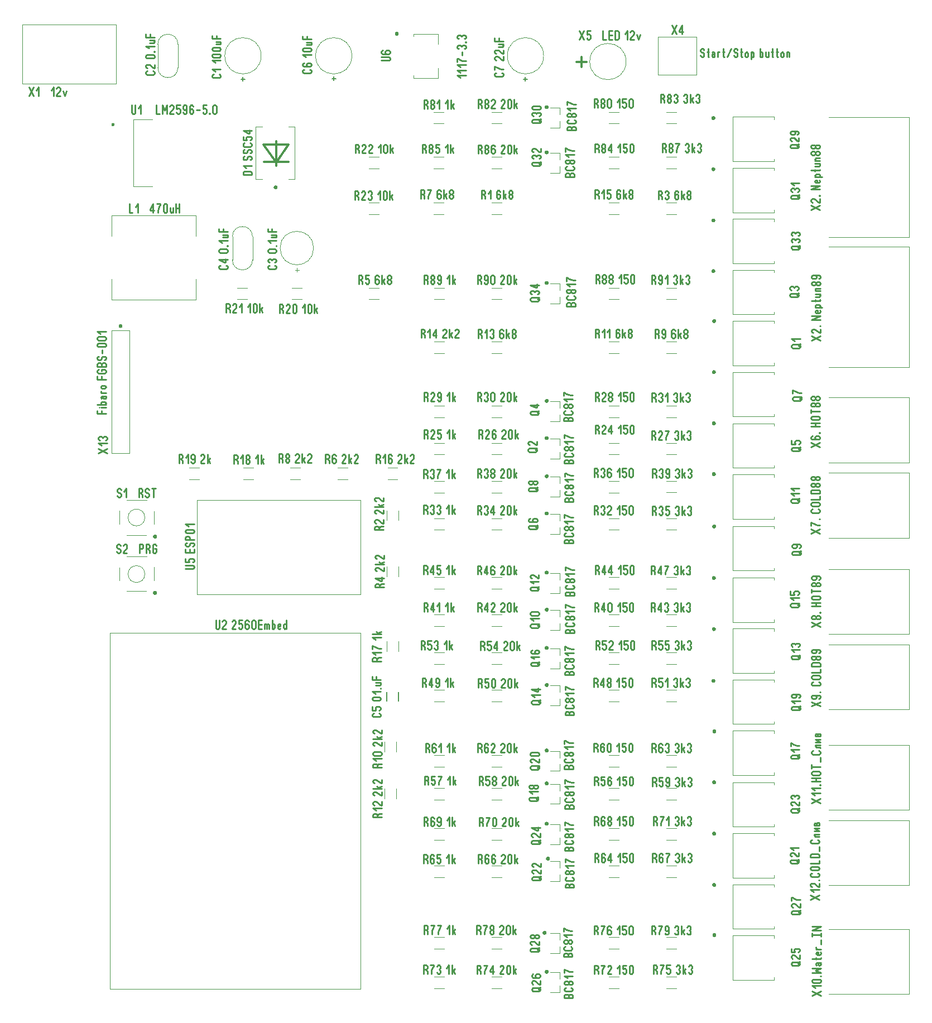
<source format=gbr>
%FSLAX34Y34*%
%MOMM*%
%LNSILK_TOP*%
G71*
G01*
%ADD10C, 0.20*%
%ADD11C, 0.12*%
%ADD12C, 0.15*%
%ADD13C, 0.00*%
%ADD14C, 0.10*%
%ADD15C, 0.24*%
%ADD16C, 0.30*%
%LPD*%
G54D10*
X337740Y-104963D02*
X331736Y-104963D01*
G54D10*
X334738Y-107965D02*
X334738Y-101967D01*
G54D11*
G75*
G01X362462Y-69641D02*
G03X362462Y-69641I-27500J0D01*
G01*
G54D11*
X236537Y-87500D02*
X236536Y-51971D01*
G54D11*
X205978Y-87500D02*
X205977Y-51971D01*
G54D11*
G75*
G01X236299Y-52178D02*
G03X205819Y-52178I-15240J0D01*
G01*
G54D11*
G75*
G01X205819Y-87500D02*
G03X236299Y-87500I15240J0D01*
G01*
G54D11*
X419894Y-394682D02*
X413889Y-394682D01*
G54D11*
X416718Y-397460D02*
X416718Y-391462D01*
G54D11*
G75*
G01X442110Y-361344D02*
G03X442110Y-361344I-25392J0D01*
G01*
G54D11*
X349647Y-379203D02*
X349646Y-343674D01*
G54D11*
X319087Y-379203D02*
X319086Y-343674D01*
G54D11*
G75*
G01X349408Y-343882D02*
G03X318928Y-343882I-15240J0D01*
G01*
G54D11*
G75*
G01X318928Y-379203D02*
G03X349408Y-379203I15240J0D01*
G01*
G54D12*
X571103Y-1034841D02*
X571103Y-1048241D01*
G54D12*
X552847Y-1034841D02*
X552847Y-1048241D01*
G54D11*
G75*
G01X500178Y-69641D02*
G03X500178Y-69641I-27500J0D01*
G01*
G54D11*
G75*
G01X791087Y-69641D02*
G03X791087Y-69641I-27500J0D01*
G01*
G54D11*
X404018Y-177591D02*
X413670Y-177591D01*
X413671Y-256991D01*
X404020Y-256991D01*
G54D11*
X363934Y-177591D02*
X354283Y-177591D01*
X354284Y-256991D01*
X363935Y-256991D01*
G36*
X386556Y-268872D02*
X386535Y-269198D01*
X386470Y-269519D01*
X386366Y-269828D01*
X386221Y-270122D01*
X386040Y-270393D01*
X385824Y-270639D01*
X385578Y-270855D01*
X385306Y-271036D01*
X385013Y-271181D01*
X384704Y-271286D01*
X384383Y-271350D01*
X384057Y-271371D01*
X383731Y-271350D01*
X383410Y-271286D01*
X383100Y-271181D01*
X382807Y-271036D01*
X382536Y-270855D01*
X382290Y-270639D01*
X382074Y-270393D01*
X381893Y-270122D01*
X381748Y-269828D01*
X381643Y-269519D01*
X381579Y-269198D01*
X381558Y-268872D01*
X381579Y-268544D01*
X381643Y-268223D01*
X381748Y-267914D01*
X381893Y-267621D01*
X382074Y-267349D01*
X382290Y-267103D01*
X382536Y-266887D01*
X382807Y-266706D01*
X383100Y-266561D01*
X383410Y-266456D01*
X383731Y-266392D01*
X384057Y-266371D01*
X384383Y-266392D01*
X384704Y-266456D01*
X385013Y-266561D01*
X385306Y-266706D01*
X385578Y-266887D01*
X385824Y-267103D01*
X386039Y-267349D01*
X386221Y-267620D01*
X386366Y-267914D01*
X386470Y-268223D01*
X386534Y-268544D01*
X386556Y-268872D01*
G37*
G54D13*
X386556Y-268872D02*
X386535Y-269198D01*
X386470Y-269519D01*
X386366Y-269828D01*
X386221Y-270122D01*
X386040Y-270393D01*
X385824Y-270639D01*
X385578Y-270855D01*
X385306Y-271036D01*
X385013Y-271181D01*
X384704Y-271286D01*
X384383Y-271350D01*
X384057Y-271371D01*
X383731Y-271350D01*
X383410Y-271286D01*
X383100Y-271181D01*
X382807Y-271036D01*
X382536Y-270855D01*
X382290Y-270639D01*
X382074Y-270393D01*
X381893Y-270122D01*
X381748Y-269828D01*
X381643Y-269519D01*
X381579Y-269198D01*
X381558Y-268872D01*
X381579Y-268544D01*
X381643Y-268223D01*
X381748Y-267914D01*
X381893Y-267621D01*
X382074Y-267349D01*
X382290Y-267103D01*
X382536Y-266887D01*
X382807Y-266706D01*
X383100Y-266561D01*
X383410Y-266456D01*
X383731Y-266392D01*
X384057Y-266371D01*
X384383Y-266392D01*
X384704Y-266456D01*
X385013Y-266561D01*
X385306Y-266706D01*
X385578Y-266887D01*
X385824Y-267103D01*
X386039Y-267349D01*
X386221Y-267620D01*
X386366Y-267914D01*
X386470Y-268223D01*
X386534Y-268544D01*
X386556Y-268872D01*
G54D11*
X135731Y-408572D02*
X135731Y-440073D01*
X263718Y-440073D01*
X263718Y-408572D01*
G54D11*
X135731Y-343485D02*
X135731Y-311984D01*
X263718Y-311984D01*
X263718Y-343485D01*
G54D11*
X1140618Y-475644D02*
X1140618Y-471944D01*
X1078318Y-471944D01*
X1078318Y-539344D01*
X1140618Y-539344D01*
X1140618Y-535644D01*
G36*
X1049337Y-469294D02*
X1049663Y-469316D01*
X1049984Y-469380D01*
X1050294Y-469484D01*
X1050587Y-469629D01*
X1050859Y-469811D01*
X1051105Y-470026D01*
X1051320Y-470272D01*
X1051502Y-470544D01*
X1051647Y-470838D01*
X1051752Y-471147D01*
X1051816Y-471468D01*
X1051837Y-471794D01*
X1051816Y-472120D01*
X1051752Y-472441D01*
X1051647Y-472751D01*
X1051502Y-473044D01*
X1051320Y-473316D01*
X1051105Y-473562D01*
X1050859Y-473777D01*
X1050587Y-473959D01*
X1050294Y-474104D01*
X1049984Y-474209D01*
X1049663Y-474273D01*
X1049337Y-474294D01*
X1049011Y-474273D01*
X1048690Y-474209D01*
X1048380Y-474104D01*
X1048087Y-473959D01*
X1047815Y-473777D01*
X1047569Y-473562D01*
X1047354Y-473316D01*
X1047172Y-473044D01*
X1047027Y-472751D01*
X1046922Y-472441D01*
X1046858Y-472120D01*
X1046837Y-471794D01*
X1046858Y-471468D01*
X1046922Y-471147D01*
X1047027Y-470838D01*
X1047172Y-470544D01*
X1047354Y-470272D01*
X1047569Y-470026D01*
X1047815Y-469811D01*
X1048087Y-469629D01*
X1048380Y-469484D01*
X1048690Y-469380D01*
X1049011Y-469316D01*
X1049337Y-469294D01*
G37*
G54D13*
X1049337Y-469294D02*
X1049663Y-469316D01*
X1049984Y-469380D01*
X1050294Y-469484D01*
X1050587Y-469629D01*
X1050859Y-469811D01*
X1051105Y-470026D01*
X1051320Y-470272D01*
X1051502Y-470544D01*
X1051647Y-470838D01*
X1051752Y-471147D01*
X1051816Y-471468D01*
X1051837Y-471794D01*
X1051816Y-472120D01*
X1051752Y-472441D01*
X1051647Y-472751D01*
X1051502Y-473044D01*
X1051320Y-473316D01*
X1051105Y-473562D01*
X1050859Y-473777D01*
X1050587Y-473959D01*
X1050294Y-474104D01*
X1049984Y-474209D01*
X1049663Y-474273D01*
X1049337Y-474294D01*
X1049011Y-474273D01*
X1048690Y-474209D01*
X1048380Y-474104D01*
X1048087Y-473959D01*
X1047815Y-473777D01*
X1047569Y-473562D01*
X1047354Y-473316D01*
X1047172Y-473044D01*
X1047027Y-472751D01*
X1046922Y-472441D01*
X1046858Y-472120D01*
X1046837Y-471794D01*
X1046858Y-471468D01*
X1046922Y-471147D01*
X1047027Y-470838D01*
X1047172Y-470544D01*
X1047354Y-470272D01*
X1047569Y-470026D01*
X1047815Y-469811D01*
X1048087Y-469629D01*
X1048380Y-469484D01*
X1048690Y-469380D01*
X1049011Y-469316D01*
X1049337Y-469294D01*
G54D11*
X815578Y-660588D02*
X815578Y-650488D01*
X801578Y-650488D01*
G54D11*
X815578Y-670510D02*
X815578Y-680610D01*
X801578Y-680610D01*
G36*
X795337Y-646697D02*
X795664Y-646718D01*
X795984Y-646782D01*
X796294Y-646887D01*
X796587Y-647032D01*
X796859Y-647214D01*
X797105Y-647430D01*
X797321Y-647675D01*
X797502Y-647947D01*
X797647Y-648240D01*
X797752Y-648550D01*
X797816Y-648871D01*
X797837Y-649197D01*
X797816Y-649524D01*
X797752Y-649844D01*
X797647Y-650154D01*
X797502Y-650447D01*
X797321Y-650719D01*
X797105Y-650965D01*
X796859Y-651180D01*
X796588Y-651362D01*
X796294Y-651507D01*
X795984Y-651612D01*
X795664Y-651676D01*
X795337Y-651697D01*
X795011Y-651676D01*
X794690Y-651612D01*
X794381Y-651507D01*
X794087Y-651362D01*
X793816Y-651180D01*
X793570Y-650965D01*
X793354Y-650719D01*
X793172Y-650447D01*
X793028Y-650154D01*
X792922Y-649844D01*
X792859Y-649524D01*
X792837Y-649197D01*
X792859Y-648871D01*
X792922Y-648550D01*
X793028Y-648240D01*
X793172Y-647947D01*
X793354Y-647675D01*
X793569Y-647430D01*
X793815Y-647214D01*
X794087Y-647032D01*
X794380Y-646887D01*
X794690Y-646782D01*
X795011Y-646718D01*
X795337Y-646697D01*
G37*
G54D13*
X795337Y-646697D02*
X795664Y-646718D01*
X795984Y-646782D01*
X796294Y-646887D01*
X796587Y-647032D01*
X796859Y-647214D01*
X797105Y-647430D01*
X797321Y-647675D01*
X797502Y-647947D01*
X797647Y-648240D01*
X797752Y-648550D01*
X797816Y-648871D01*
X797837Y-649197D01*
X797816Y-649524D01*
X797752Y-649844D01*
X797647Y-650154D01*
X797502Y-650447D01*
X797321Y-650719D01*
X797105Y-650965D01*
X796859Y-651180D01*
X796588Y-651362D01*
X796294Y-651507D01*
X795984Y-651612D01*
X795664Y-651676D01*
X795337Y-651697D01*
X795011Y-651676D01*
X794690Y-651612D01*
X794381Y-651507D01*
X794087Y-651362D01*
X793816Y-651180D01*
X793570Y-650965D01*
X793354Y-650719D01*
X793172Y-650447D01*
X793028Y-650154D01*
X792922Y-649844D01*
X792859Y-649524D01*
X792837Y-649197D01*
X792859Y-648871D01*
X792922Y-648550D01*
X793028Y-648240D01*
X793172Y-647947D01*
X793354Y-647675D01*
X793569Y-647430D01*
X793815Y-647214D01*
X794087Y-647032D01*
X794380Y-646887D01*
X794690Y-646782D01*
X795011Y-646718D01*
X795337Y-646697D01*
G54D11*
X1140618Y-398253D02*
X1140618Y-394553D01*
X1078318Y-394553D01*
X1078318Y-461954D01*
X1140618Y-461954D01*
X1140618Y-458254D01*
G36*
X1048147Y-393491D02*
X1048473Y-393512D01*
X1048794Y-393576D01*
X1049103Y-393681D01*
X1049397Y-393826D01*
X1049668Y-394007D01*
X1049914Y-394223D01*
X1050130Y-394469D01*
X1050312Y-394741D01*
X1050456Y-395034D01*
X1050561Y-395344D01*
X1050625Y-395664D01*
X1050646Y-395991D01*
X1050625Y-396317D01*
X1050561Y-396638D01*
X1050456Y-396948D01*
X1050312Y-397241D01*
X1050130Y-397513D01*
X1049914Y-397758D01*
X1049668Y-397974D01*
X1049397Y-398156D01*
X1049103Y-398301D01*
X1048794Y-398406D01*
X1048473Y-398470D01*
X1048147Y-398491D01*
X1047820Y-398470D01*
X1047500Y-398406D01*
X1047190Y-398301D01*
X1046896Y-398156D01*
X1046625Y-397974D01*
X1046379Y-397758D01*
X1046163Y-397513D01*
X1045982Y-397241D01*
X1045837Y-396948D01*
X1045732Y-396638D01*
X1045668Y-396317D01*
X1045646Y-395991D01*
X1045668Y-395664D01*
X1045732Y-395344D01*
X1045837Y-395034D01*
X1045982Y-394741D01*
X1046163Y-394469D01*
X1046379Y-394223D01*
X1046625Y-394007D01*
X1046896Y-393826D01*
X1047190Y-393681D01*
X1047500Y-393576D01*
X1047820Y-393512D01*
X1048147Y-393491D01*
G37*
G54D13*
X1048147Y-393491D02*
X1048473Y-393512D01*
X1048794Y-393576D01*
X1049103Y-393681D01*
X1049397Y-393826D01*
X1049668Y-394007D01*
X1049914Y-394223D01*
X1050130Y-394469D01*
X1050312Y-394741D01*
X1050456Y-395034D01*
X1050561Y-395344D01*
X1050625Y-395664D01*
X1050646Y-395991D01*
X1050625Y-396317D01*
X1050561Y-396638D01*
X1050456Y-396948D01*
X1050312Y-397241D01*
X1050130Y-397513D01*
X1049914Y-397758D01*
X1049668Y-397974D01*
X1049397Y-398156D01*
X1049103Y-398301D01*
X1048794Y-398406D01*
X1048473Y-398470D01*
X1048147Y-398491D01*
X1047820Y-398470D01*
X1047500Y-398406D01*
X1047190Y-398301D01*
X1046896Y-398156D01*
X1046625Y-397974D01*
X1046379Y-397758D01*
X1046163Y-397513D01*
X1045982Y-397241D01*
X1045837Y-396948D01*
X1045732Y-396638D01*
X1045668Y-396317D01*
X1045646Y-395991D01*
X1045668Y-395664D01*
X1045732Y-395344D01*
X1045837Y-395034D01*
X1045982Y-394741D01*
X1046163Y-394469D01*
X1046379Y-394223D01*
X1046625Y-394007D01*
X1046896Y-393826D01*
X1047190Y-393681D01*
X1047500Y-393576D01*
X1047820Y-393512D01*
X1048147Y-393491D01*
G54D11*
X815578Y-604232D02*
X815578Y-594132D01*
X801578Y-594132D01*
G54D11*
X815578Y-613756D02*
X815578Y-623856D01*
X801578Y-623856D01*
G36*
X795337Y-590341D02*
X795663Y-590362D01*
X795984Y-590426D01*
X796294Y-590531D01*
X796587Y-590676D01*
X796859Y-590858D01*
X797105Y-591073D01*
X797320Y-591319D01*
X797502Y-591591D01*
X797647Y-591884D01*
X797752Y-592194D01*
X797816Y-592514D01*
X797837Y-592841D01*
X797816Y-593168D01*
X797752Y-593488D01*
X797647Y-593798D01*
X797502Y-594091D01*
X797320Y-594363D01*
X797105Y-594609D01*
X796859Y-594824D01*
X796587Y-595006D01*
X796294Y-595150D01*
X795984Y-595256D01*
X795663Y-595320D01*
X795337Y-595341D01*
X795011Y-595320D01*
X794690Y-595256D01*
X794380Y-595150D01*
X794087Y-595006D01*
X793815Y-594824D01*
X793569Y-594609D01*
X793354Y-594363D01*
X793172Y-594091D01*
X793027Y-593798D01*
X792922Y-593488D01*
X792858Y-593168D01*
X792837Y-592841D01*
X792858Y-592514D01*
X792922Y-592194D01*
X793027Y-591884D01*
X793172Y-591591D01*
X793354Y-591319D01*
X793569Y-591073D01*
X793815Y-590858D01*
X794087Y-590676D01*
X794380Y-590531D01*
X794690Y-590426D01*
X795011Y-590362D01*
X795337Y-590341D01*
G37*
G54D13*
X795337Y-590341D02*
X795663Y-590362D01*
X795984Y-590426D01*
X796294Y-590531D01*
X796587Y-590676D01*
X796859Y-590858D01*
X797105Y-591073D01*
X797320Y-591319D01*
X797502Y-591591D01*
X797647Y-591884D01*
X797752Y-592194D01*
X797816Y-592514D01*
X797837Y-592841D01*
X797816Y-593168D01*
X797752Y-593488D01*
X797647Y-593798D01*
X797502Y-594091D01*
X797320Y-594363D01*
X797105Y-594609D01*
X796859Y-594824D01*
X796587Y-595006D01*
X796294Y-595150D01*
X795984Y-595256D01*
X795663Y-595320D01*
X795337Y-595341D01*
X795011Y-595320D01*
X794690Y-595256D01*
X794380Y-595150D01*
X794087Y-595006D01*
X793815Y-594824D01*
X793569Y-594609D01*
X793354Y-594363D01*
X793172Y-594091D01*
X793027Y-593798D01*
X792922Y-593488D01*
X792858Y-593168D01*
X792837Y-592841D01*
X792858Y-592514D01*
X792922Y-592194D01*
X793027Y-591884D01*
X793172Y-591591D01*
X793354Y-591319D01*
X793569Y-591073D01*
X793815Y-590858D01*
X794087Y-590676D01*
X794380Y-590531D01*
X794690Y-590426D01*
X795011Y-590362D01*
X795337Y-590341D01*
G54D11*
X1140618Y-631219D02*
X1140618Y-627519D01*
X1078318Y-627519D01*
X1078318Y-694919D01*
X1140618Y-694919D01*
X1140618Y-691219D01*
G36*
X1048940Y-624472D02*
X1049266Y-624494D01*
X1049587Y-624558D01*
X1049897Y-624662D01*
X1050190Y-624807D01*
X1050462Y-624989D01*
X1050708Y-625204D01*
X1050924Y-625450D01*
X1051106Y-625722D01*
X1051250Y-626016D01*
X1051355Y-626325D01*
X1051419Y-626646D01*
X1051440Y-626972D01*
X1051419Y-627298D01*
X1051355Y-627619D01*
X1051250Y-627929D01*
X1051106Y-628222D01*
X1050924Y-628494D01*
X1050708Y-628740D01*
X1050462Y-628956D01*
X1050190Y-629137D01*
X1049897Y-629282D01*
X1049587Y-629387D01*
X1049266Y-629451D01*
X1048940Y-629472D01*
X1048614Y-629451D01*
X1048293Y-629387D01*
X1047984Y-629282D01*
X1047690Y-629137D01*
X1047418Y-628956D01*
X1047172Y-628740D01*
X1046957Y-628494D01*
X1046775Y-628222D01*
X1046630Y-627929D01*
X1046526Y-627619D01*
X1046462Y-627298D01*
X1046440Y-626972D01*
X1046462Y-626646D01*
X1046526Y-626325D01*
X1046630Y-626016D01*
X1046775Y-625722D01*
X1046957Y-625450D01*
X1047172Y-625204D01*
X1047418Y-624989D01*
X1047690Y-624807D01*
X1047984Y-624662D01*
X1048293Y-624558D01*
X1048614Y-624494D01*
X1048940Y-624472D01*
G37*
G54D13*
X1048940Y-624472D02*
X1049266Y-624494D01*
X1049587Y-624558D01*
X1049897Y-624662D01*
X1050190Y-624807D01*
X1050462Y-624989D01*
X1050708Y-625204D01*
X1050924Y-625450D01*
X1051106Y-625722D01*
X1051250Y-626016D01*
X1051355Y-626325D01*
X1051419Y-626646D01*
X1051440Y-626972D01*
X1051419Y-627298D01*
X1051355Y-627619D01*
X1051250Y-627929D01*
X1051106Y-628222D01*
X1050924Y-628494D01*
X1050708Y-628740D01*
X1050462Y-628956D01*
X1050190Y-629137D01*
X1049897Y-629282D01*
X1049587Y-629387D01*
X1049266Y-629451D01*
X1048940Y-629472D01*
X1048614Y-629451D01*
X1048293Y-629387D01*
X1047984Y-629282D01*
X1047690Y-629137D01*
X1047418Y-628956D01*
X1047172Y-628740D01*
X1046957Y-628494D01*
X1046775Y-628222D01*
X1046630Y-627929D01*
X1046526Y-627619D01*
X1046462Y-627298D01*
X1046440Y-626972D01*
X1046462Y-626646D01*
X1046526Y-626325D01*
X1046630Y-626016D01*
X1046775Y-625722D01*
X1046957Y-625450D01*
X1047172Y-625204D01*
X1047418Y-624989D01*
X1047690Y-624807D01*
X1047984Y-624662D01*
X1048293Y-624558D01*
X1048614Y-624494D01*
X1048940Y-624472D01*
G54D11*
X815578Y-774888D02*
X815578Y-764788D01*
X801578Y-764788D01*
G54D11*
X815578Y-784810D02*
X815578Y-794910D01*
X801578Y-794910D01*
G36*
X795337Y-760997D02*
X795663Y-761018D01*
X795984Y-761082D01*
X796294Y-761188D01*
X796587Y-761332D01*
X796859Y-761514D01*
X797105Y-761730D01*
X797320Y-761975D01*
X797502Y-762247D01*
X797647Y-762540D01*
X797752Y-762850D01*
X797816Y-763171D01*
X797837Y-763497D01*
X797816Y-763824D01*
X797752Y-764144D01*
X797647Y-764454D01*
X797502Y-764747D01*
X797320Y-765019D01*
X797105Y-765265D01*
X796859Y-765480D01*
X796587Y-765662D01*
X796294Y-765807D01*
X795984Y-765912D01*
X795663Y-765976D01*
X795337Y-765997D01*
X795011Y-765976D01*
X794690Y-765912D01*
X794380Y-765807D01*
X794087Y-765662D01*
X793815Y-765480D01*
X793569Y-765265D01*
X793354Y-765019D01*
X793172Y-764747D01*
X793027Y-764454D01*
X792922Y-764144D01*
X792858Y-763824D01*
X792837Y-763497D01*
X792858Y-763171D01*
X792922Y-762850D01*
X793027Y-762540D01*
X793172Y-762247D01*
X793354Y-761975D01*
X793569Y-761730D01*
X793815Y-761514D01*
X794087Y-761332D01*
X794380Y-761188D01*
X794690Y-761082D01*
X795011Y-761018D01*
X795337Y-760997D01*
G37*
G54D13*
X795337Y-760997D02*
X795663Y-761018D01*
X795984Y-761082D01*
X796294Y-761188D01*
X796587Y-761332D01*
X796859Y-761514D01*
X797105Y-761730D01*
X797320Y-761975D01*
X797502Y-762247D01*
X797647Y-762540D01*
X797752Y-762850D01*
X797816Y-763171D01*
X797837Y-763497D01*
X797816Y-763824D01*
X797752Y-764144D01*
X797647Y-764454D01*
X797502Y-764747D01*
X797320Y-765019D01*
X797105Y-765265D01*
X796859Y-765480D01*
X796587Y-765662D01*
X796294Y-765807D01*
X795984Y-765912D01*
X795663Y-765976D01*
X795337Y-765997D01*
X795011Y-765976D01*
X794690Y-765912D01*
X794380Y-765807D01*
X794087Y-765662D01*
X793815Y-765480D01*
X793569Y-765265D01*
X793354Y-765019D01*
X793172Y-764747D01*
X793027Y-764454D01*
X792922Y-764144D01*
X792858Y-763824D01*
X792837Y-763497D01*
X792858Y-763171D01*
X792922Y-762850D01*
X793027Y-762540D01*
X793172Y-762247D01*
X793354Y-761975D01*
X793569Y-761730D01*
X793815Y-761514D01*
X794087Y-761332D01*
X794380Y-761188D01*
X794690Y-761082D01*
X795011Y-761018D01*
X795337Y-760997D01*
G54D11*
X1140618Y-553034D02*
X1140618Y-549335D01*
X1078318Y-549335D01*
X1078318Y-616735D01*
X1140618Y-616735D01*
X1140618Y-613035D01*
G36*
X1048940Y-546684D02*
X1049266Y-546706D01*
X1049587Y-546770D01*
X1049897Y-546875D01*
X1050190Y-547020D01*
X1050462Y-547201D01*
X1050708Y-547417D01*
X1050924Y-547663D01*
X1051106Y-547935D01*
X1051250Y-548228D01*
X1051355Y-548538D01*
X1051419Y-548858D01*
X1051440Y-549185D01*
X1051419Y-549511D01*
X1051355Y-549832D01*
X1051250Y-550142D01*
X1051106Y-550434D01*
X1050924Y-550707D01*
X1050708Y-550952D01*
X1050462Y-551168D01*
X1050190Y-551350D01*
X1049897Y-551494D01*
X1049587Y-551600D01*
X1049266Y-551663D01*
X1048940Y-551684D01*
X1048614Y-551663D01*
X1048293Y-551600D01*
X1047984Y-551494D01*
X1047690Y-551350D01*
X1047418Y-551168D01*
X1047172Y-550952D01*
X1046957Y-550707D01*
X1046775Y-550434D01*
X1046630Y-550142D01*
X1046526Y-549832D01*
X1046462Y-549511D01*
X1046440Y-549185D01*
X1046462Y-548858D01*
X1046526Y-548538D01*
X1046630Y-548228D01*
X1046775Y-547935D01*
X1046957Y-547663D01*
X1047172Y-547417D01*
X1047418Y-547201D01*
X1047690Y-547020D01*
X1047984Y-546875D01*
X1048293Y-546770D01*
X1048614Y-546706D01*
X1048940Y-546684D01*
G37*
G54D13*
X1048940Y-546684D02*
X1049266Y-546706D01*
X1049587Y-546770D01*
X1049897Y-546875D01*
X1050190Y-547020D01*
X1050462Y-547201D01*
X1050708Y-547417D01*
X1050924Y-547663D01*
X1051106Y-547935D01*
X1051250Y-548228D01*
X1051355Y-548538D01*
X1051419Y-548858D01*
X1051440Y-549185D01*
X1051419Y-549511D01*
X1051355Y-549832D01*
X1051250Y-550142D01*
X1051106Y-550434D01*
X1050924Y-550707D01*
X1050708Y-550952D01*
X1050462Y-551168D01*
X1050190Y-551350D01*
X1049897Y-551494D01*
X1049587Y-551600D01*
X1049266Y-551663D01*
X1048940Y-551684D01*
X1048614Y-551663D01*
X1048293Y-551600D01*
X1047984Y-551494D01*
X1047690Y-551350D01*
X1047418Y-551168D01*
X1047172Y-550952D01*
X1046957Y-550707D01*
X1046775Y-550434D01*
X1046630Y-550142D01*
X1046526Y-549832D01*
X1046462Y-549511D01*
X1046440Y-549185D01*
X1046462Y-548858D01*
X1046526Y-548538D01*
X1046630Y-548228D01*
X1046775Y-547935D01*
X1046957Y-547663D01*
X1047172Y-547417D01*
X1047418Y-547201D01*
X1047690Y-547020D01*
X1047984Y-546875D01*
X1048293Y-546770D01*
X1048614Y-546706D01*
X1048940Y-546684D01*
G54D11*
X815578Y-718532D02*
X815578Y-708432D01*
X801578Y-708432D01*
G54D11*
X815578Y-728056D02*
X815578Y-738156D01*
X801578Y-738156D01*
G36*
X795337Y-704641D02*
X795663Y-704662D01*
X795984Y-704726D01*
X796294Y-704832D01*
X796587Y-704976D01*
X796859Y-705158D01*
X797105Y-705373D01*
X797320Y-705619D01*
X797502Y-705891D01*
X797647Y-706184D01*
X797752Y-706494D01*
X797816Y-706814D01*
X797837Y-707141D01*
X797816Y-707468D01*
X797752Y-707788D01*
X797647Y-708098D01*
X797502Y-708391D01*
X797320Y-708663D01*
X797105Y-708909D01*
X796859Y-709124D01*
X796587Y-709306D01*
X796294Y-709450D01*
X795984Y-709556D01*
X795663Y-709620D01*
X795337Y-709641D01*
X795011Y-709620D01*
X794690Y-709556D01*
X794380Y-709450D01*
X794087Y-709306D01*
X793815Y-709124D01*
X793569Y-708909D01*
X793354Y-708663D01*
X793172Y-708391D01*
X793027Y-708098D01*
X792922Y-707788D01*
X792858Y-707468D01*
X792837Y-707141D01*
X792858Y-706814D01*
X792922Y-706494D01*
X793027Y-706184D01*
X793172Y-705891D01*
X793354Y-705619D01*
X793569Y-705373D01*
X793815Y-705158D01*
X794087Y-704976D01*
X794380Y-704832D01*
X794690Y-704726D01*
X795011Y-704662D01*
X795337Y-704641D01*
G37*
G54D13*
X795337Y-704641D02*
X795663Y-704662D01*
X795984Y-704726D01*
X796294Y-704832D01*
X796587Y-704976D01*
X796859Y-705158D01*
X797105Y-705373D01*
X797320Y-705619D01*
X797502Y-705891D01*
X797647Y-706184D01*
X797752Y-706494D01*
X797816Y-706814D01*
X797837Y-707141D01*
X797816Y-707468D01*
X797752Y-707788D01*
X797647Y-708098D01*
X797502Y-708391D01*
X797320Y-708663D01*
X797105Y-708909D01*
X796859Y-709124D01*
X796587Y-709306D01*
X796294Y-709450D01*
X795984Y-709556D01*
X795663Y-709620D01*
X795337Y-709641D01*
X795011Y-709620D01*
X794690Y-709556D01*
X794380Y-709450D01*
X794087Y-709306D01*
X793815Y-709124D01*
X793569Y-708909D01*
X793354Y-708663D01*
X793172Y-708391D01*
X793027Y-708098D01*
X792922Y-707788D01*
X792858Y-707468D01*
X792837Y-707141D01*
X792858Y-706814D01*
X792922Y-706494D01*
X793027Y-706184D01*
X793172Y-705891D01*
X793354Y-705619D01*
X793569Y-705373D01*
X793815Y-705158D01*
X794087Y-704976D01*
X794380Y-704832D01*
X794690Y-704726D01*
X795011Y-704662D01*
X795337Y-704641D01*
G54D11*
X1140618Y-786794D02*
X1140618Y-783094D01*
X1078318Y-783094D01*
X1078318Y-850494D01*
X1140618Y-850494D01*
X1140618Y-846794D01*
G36*
X1049337Y-780841D02*
X1049663Y-780862D01*
X1049984Y-780926D01*
X1050294Y-781031D01*
X1050587Y-781176D01*
X1050859Y-781358D01*
X1051105Y-781573D01*
X1051320Y-781819D01*
X1051502Y-782091D01*
X1051647Y-782384D01*
X1051752Y-782694D01*
X1051816Y-783014D01*
X1051837Y-783341D01*
X1051816Y-783667D01*
X1051752Y-783988D01*
X1051647Y-784298D01*
X1051502Y-784591D01*
X1051320Y-784863D01*
X1051105Y-785108D01*
X1050859Y-785324D01*
X1050587Y-785506D01*
X1050294Y-785651D01*
X1049984Y-785756D01*
X1049663Y-785820D01*
X1049337Y-785841D01*
X1049011Y-785820D01*
X1048690Y-785756D01*
X1048380Y-785651D01*
X1048087Y-785506D01*
X1047815Y-785324D01*
X1047569Y-785108D01*
X1047354Y-784863D01*
X1047172Y-784591D01*
X1047027Y-784298D01*
X1046922Y-783988D01*
X1046858Y-783667D01*
X1046837Y-783341D01*
X1046858Y-783014D01*
X1046922Y-782694D01*
X1047027Y-782384D01*
X1047172Y-782091D01*
X1047354Y-781819D01*
X1047569Y-781573D01*
X1047815Y-781358D01*
X1048087Y-781176D01*
X1048380Y-781031D01*
X1048690Y-780926D01*
X1049011Y-780862D01*
X1049337Y-780841D01*
G37*
G54D13*
X1049337Y-780841D02*
X1049663Y-780862D01*
X1049984Y-780926D01*
X1050294Y-781031D01*
X1050587Y-781176D01*
X1050859Y-781358D01*
X1051105Y-781573D01*
X1051320Y-781819D01*
X1051502Y-782091D01*
X1051647Y-782384D01*
X1051752Y-782694D01*
X1051816Y-783014D01*
X1051837Y-783341D01*
X1051816Y-783667D01*
X1051752Y-783988D01*
X1051647Y-784298D01*
X1051502Y-784591D01*
X1051320Y-784863D01*
X1051105Y-785108D01*
X1050859Y-785324D01*
X1050587Y-785506D01*
X1050294Y-785651D01*
X1049984Y-785756D01*
X1049663Y-785820D01*
X1049337Y-785841D01*
X1049011Y-785820D01*
X1048690Y-785756D01*
X1048380Y-785651D01*
X1048087Y-785506D01*
X1047815Y-785324D01*
X1047569Y-785108D01*
X1047354Y-784863D01*
X1047172Y-784591D01*
X1047027Y-784298D01*
X1046922Y-783988D01*
X1046858Y-783667D01*
X1046837Y-783341D01*
X1046858Y-783014D01*
X1046922Y-782694D01*
X1047027Y-782384D01*
X1047172Y-782091D01*
X1047354Y-781819D01*
X1047569Y-781573D01*
X1047815Y-781358D01*
X1048087Y-781176D01*
X1048380Y-781031D01*
X1048690Y-780926D01*
X1049011Y-780862D01*
X1049337Y-780841D01*
G54D11*
X815578Y-920938D02*
X815578Y-910838D01*
X801578Y-910838D01*
G54D11*
X815578Y-930860D02*
X815578Y-940960D01*
X801578Y-940960D01*
G36*
X795337Y-907047D02*
X795663Y-907068D01*
X795984Y-907132D01*
X796294Y-907238D01*
X796587Y-907382D01*
X796859Y-907564D01*
X797105Y-907780D01*
X797320Y-908025D01*
X797502Y-908297D01*
X797647Y-908590D01*
X797752Y-908900D01*
X797816Y-909221D01*
X797837Y-909547D01*
X797816Y-909874D01*
X797752Y-910194D01*
X797647Y-910504D01*
X797502Y-910797D01*
X797320Y-911069D01*
X797105Y-911315D01*
X796859Y-911530D01*
X796587Y-911712D01*
X796294Y-911857D01*
X795984Y-911962D01*
X795663Y-912026D01*
X795337Y-912047D01*
X795011Y-912026D01*
X794690Y-911962D01*
X794380Y-911857D01*
X794087Y-911712D01*
X793815Y-911530D01*
X793569Y-911315D01*
X793354Y-911069D01*
X793172Y-910797D01*
X793027Y-910504D01*
X792922Y-910194D01*
X792858Y-909874D01*
X792837Y-909547D01*
X792858Y-909221D01*
X792922Y-908900D01*
X793027Y-908590D01*
X793172Y-908297D01*
X793354Y-908025D01*
X793569Y-907780D01*
X793815Y-907564D01*
X794087Y-907382D01*
X794380Y-907238D01*
X794690Y-907132D01*
X795011Y-907068D01*
X795337Y-907047D01*
G37*
G54D13*
X795337Y-907047D02*
X795663Y-907068D01*
X795984Y-907132D01*
X796294Y-907238D01*
X796587Y-907382D01*
X796859Y-907564D01*
X797105Y-907780D01*
X797320Y-908025D01*
X797502Y-908297D01*
X797647Y-908590D01*
X797752Y-908900D01*
X797816Y-909221D01*
X797837Y-909547D01*
X797816Y-909874D01*
X797752Y-910194D01*
X797647Y-910504D01*
X797502Y-910797D01*
X797320Y-911069D01*
X797105Y-911315D01*
X796859Y-911530D01*
X796587Y-911712D01*
X796294Y-911857D01*
X795984Y-911962D01*
X795663Y-912026D01*
X795337Y-912047D01*
X795011Y-912026D01*
X794690Y-911962D01*
X794380Y-911857D01*
X794087Y-911712D01*
X793815Y-911530D01*
X793569Y-911315D01*
X793354Y-911069D01*
X793172Y-910797D01*
X793027Y-910504D01*
X792922Y-910194D01*
X792858Y-909874D01*
X792837Y-909547D01*
X792858Y-909221D01*
X792922Y-908900D01*
X793027Y-908590D01*
X793172Y-908297D01*
X793354Y-908025D01*
X793569Y-907780D01*
X793815Y-907564D01*
X794087Y-907382D01*
X794380Y-907238D01*
X794690Y-907132D01*
X795011Y-907068D01*
X795337Y-907047D01*
G54D11*
X1140618Y-708610D02*
X1140618Y-704910D01*
X1078318Y-704910D01*
X1078318Y-772310D01*
X1140618Y-772310D01*
X1140618Y-768610D01*
G36*
X1048940Y-701466D02*
X1049266Y-701487D01*
X1049587Y-701551D01*
X1049897Y-701656D01*
X1050190Y-701801D01*
X1050462Y-701982D01*
X1050708Y-702198D01*
X1050924Y-702444D01*
X1051106Y-702716D01*
X1051250Y-703009D01*
X1051355Y-703319D01*
X1051419Y-703640D01*
X1051440Y-703966D01*
X1051419Y-704292D01*
X1051355Y-704613D01*
X1051250Y-704922D01*
X1051106Y-705216D01*
X1050924Y-705488D01*
X1050708Y-705734D01*
X1050462Y-705949D01*
X1050190Y-706131D01*
X1049897Y-706276D01*
X1049587Y-706381D01*
X1049266Y-706444D01*
X1048940Y-706466D01*
X1048614Y-706444D01*
X1048293Y-706381D01*
X1047984Y-706276D01*
X1047690Y-706131D01*
X1047418Y-705949D01*
X1047172Y-705734D01*
X1046957Y-705488D01*
X1046775Y-705216D01*
X1046630Y-704922D01*
X1046526Y-704613D01*
X1046462Y-704292D01*
X1046440Y-703966D01*
X1046462Y-703640D01*
X1046526Y-703319D01*
X1046630Y-703009D01*
X1046775Y-702716D01*
X1046957Y-702444D01*
X1047172Y-702198D01*
X1047418Y-701982D01*
X1047690Y-701801D01*
X1047984Y-701656D01*
X1048293Y-701551D01*
X1048614Y-701487D01*
X1048940Y-701466D01*
G37*
G54D13*
X1048940Y-701466D02*
X1049266Y-701487D01*
X1049587Y-701551D01*
X1049897Y-701656D01*
X1050190Y-701801D01*
X1050462Y-701982D01*
X1050708Y-702198D01*
X1050924Y-702444D01*
X1051106Y-702716D01*
X1051250Y-703009D01*
X1051355Y-703319D01*
X1051419Y-703640D01*
X1051440Y-703966D01*
X1051419Y-704292D01*
X1051355Y-704613D01*
X1051250Y-704922D01*
X1051106Y-705216D01*
X1050924Y-705488D01*
X1050708Y-705734D01*
X1050462Y-705949D01*
X1050190Y-706131D01*
X1049897Y-706276D01*
X1049587Y-706381D01*
X1049266Y-706444D01*
X1048940Y-706466D01*
X1048614Y-706444D01*
X1048293Y-706381D01*
X1047984Y-706276D01*
X1047690Y-706131D01*
X1047418Y-705949D01*
X1047172Y-705734D01*
X1046957Y-705488D01*
X1046775Y-705216D01*
X1046630Y-704922D01*
X1046526Y-704613D01*
X1046462Y-704292D01*
X1046440Y-703966D01*
X1046462Y-703640D01*
X1046526Y-703319D01*
X1046630Y-703009D01*
X1046775Y-702716D01*
X1046957Y-702444D01*
X1047172Y-702198D01*
X1047418Y-701982D01*
X1047690Y-701801D01*
X1047984Y-701656D01*
X1048293Y-701551D01*
X1048614Y-701487D01*
X1048940Y-701466D01*
G54D11*
X815578Y-864582D02*
X815578Y-854482D01*
X801578Y-854482D01*
G54D11*
X815578Y-874504D02*
X815578Y-884604D01*
X801578Y-884604D01*
G36*
X795337Y-850691D02*
X795663Y-850712D01*
X795984Y-850776D01*
X796294Y-850881D01*
X796587Y-851026D01*
X796859Y-851208D01*
X797105Y-851423D01*
X797320Y-851669D01*
X797502Y-851941D01*
X797647Y-852234D01*
X797752Y-852544D01*
X797816Y-852864D01*
X797837Y-853191D01*
X797816Y-853517D01*
X797752Y-853838D01*
X797647Y-854148D01*
X797502Y-854441D01*
X797320Y-854713D01*
X797105Y-854958D01*
X796859Y-855174D01*
X796587Y-855356D01*
X796294Y-855500D01*
X795984Y-855606D01*
X795663Y-855670D01*
X795337Y-855691D01*
X795011Y-855670D01*
X794690Y-855606D01*
X794380Y-855500D01*
X794087Y-855356D01*
X793815Y-855174D01*
X793569Y-854958D01*
X793354Y-854713D01*
X793172Y-854441D01*
X793027Y-854148D01*
X792922Y-853838D01*
X792858Y-853517D01*
X792837Y-853191D01*
X792858Y-852864D01*
X792922Y-852544D01*
X793027Y-852234D01*
X793172Y-851941D01*
X793354Y-851669D01*
X793569Y-851423D01*
X793815Y-851208D01*
X794087Y-851026D01*
X794380Y-850881D01*
X794690Y-850776D01*
X795011Y-850712D01*
X795337Y-850691D01*
G37*
G54D13*
X795337Y-850691D02*
X795663Y-850712D01*
X795984Y-850776D01*
X796294Y-850881D01*
X796587Y-851026D01*
X796859Y-851208D01*
X797105Y-851423D01*
X797320Y-851669D01*
X797502Y-851941D01*
X797647Y-852234D01*
X797752Y-852544D01*
X797816Y-852864D01*
X797837Y-853191D01*
X797816Y-853517D01*
X797752Y-853838D01*
X797647Y-854148D01*
X797502Y-854441D01*
X797320Y-854713D01*
X797105Y-854958D01*
X796859Y-855174D01*
X796587Y-855356D01*
X796294Y-855500D01*
X795984Y-855606D01*
X795663Y-855670D01*
X795337Y-855691D01*
X795011Y-855670D01*
X794690Y-855606D01*
X794380Y-855500D01*
X794087Y-855356D01*
X793815Y-855174D01*
X793569Y-854958D01*
X793354Y-854713D01*
X793172Y-854441D01*
X793027Y-854148D01*
X792922Y-853838D01*
X792858Y-853517D01*
X792837Y-853191D01*
X792858Y-852864D01*
X792922Y-852544D01*
X793027Y-852234D01*
X793172Y-851941D01*
X793354Y-851669D01*
X793569Y-851423D01*
X793815Y-851208D01*
X794087Y-851026D01*
X794380Y-850881D01*
X794690Y-850776D01*
X795011Y-850712D01*
X795337Y-850691D01*
G54D11*
X1140618Y-942369D02*
X1140618Y-938669D01*
X1078318Y-938669D01*
X1078318Y-1006069D01*
X1140618Y-1006069D01*
X1140618Y-1002369D01*
G36*
X1048940Y-936416D02*
X1049266Y-936437D01*
X1049587Y-936501D01*
X1049897Y-936606D01*
X1050190Y-936751D01*
X1050462Y-936932D01*
X1050708Y-937148D01*
X1050924Y-937394D01*
X1051106Y-937666D01*
X1051250Y-937959D01*
X1051355Y-938269D01*
X1051419Y-938590D01*
X1051440Y-938916D01*
X1051419Y-939242D01*
X1051355Y-939563D01*
X1051250Y-939872D01*
X1051106Y-940166D01*
X1050924Y-940438D01*
X1050708Y-940684D01*
X1050462Y-940899D01*
X1050190Y-941081D01*
X1049897Y-941226D01*
X1049587Y-941331D01*
X1049266Y-941394D01*
X1048940Y-941416D01*
X1048614Y-941394D01*
X1048293Y-941331D01*
X1047984Y-941226D01*
X1047690Y-941081D01*
X1047418Y-940899D01*
X1047172Y-940684D01*
X1046957Y-940438D01*
X1046775Y-940166D01*
X1046630Y-939872D01*
X1046526Y-939563D01*
X1046462Y-939242D01*
X1046440Y-938916D01*
X1046462Y-938590D01*
X1046526Y-938269D01*
X1046630Y-937959D01*
X1046775Y-937666D01*
X1046957Y-937394D01*
X1047172Y-937148D01*
X1047418Y-936932D01*
X1047690Y-936751D01*
X1047984Y-936606D01*
X1048293Y-936501D01*
X1048614Y-936437D01*
X1048940Y-936416D01*
G37*
G54D13*
X1048940Y-936416D02*
X1049266Y-936437D01*
X1049587Y-936501D01*
X1049897Y-936606D01*
X1050190Y-936751D01*
X1050462Y-936932D01*
X1050708Y-937148D01*
X1050924Y-937394D01*
X1051106Y-937666D01*
X1051250Y-937959D01*
X1051355Y-938269D01*
X1051419Y-938590D01*
X1051440Y-938916D01*
X1051419Y-939242D01*
X1051355Y-939563D01*
X1051250Y-939872D01*
X1051106Y-940166D01*
X1050924Y-940438D01*
X1050708Y-940684D01*
X1050462Y-940899D01*
X1050190Y-941081D01*
X1049897Y-941226D01*
X1049587Y-941331D01*
X1049266Y-941394D01*
X1048940Y-941416D01*
X1048614Y-941394D01*
X1048293Y-941331D01*
X1047984Y-941226D01*
X1047690Y-941081D01*
X1047418Y-940899D01*
X1047172Y-940684D01*
X1046957Y-940438D01*
X1046775Y-940166D01*
X1046630Y-939872D01*
X1046526Y-939563D01*
X1046462Y-939242D01*
X1046440Y-938916D01*
X1046462Y-938590D01*
X1046526Y-938269D01*
X1046630Y-937959D01*
X1046775Y-937666D01*
X1046957Y-937394D01*
X1047172Y-937148D01*
X1047418Y-936932D01*
X1047690Y-936751D01*
X1047984Y-936606D01*
X1048293Y-936501D01*
X1048614Y-936437D01*
X1048940Y-936416D01*
G54D11*
X815578Y-1035238D02*
X815578Y-1025138D01*
X801578Y-1025138D01*
G54D11*
X815578Y-1045160D02*
X815578Y-1055260D01*
X801578Y-1055260D01*
G36*
X795337Y-1021347D02*
X795663Y-1021368D01*
X795984Y-1021432D01*
X796294Y-1021537D01*
X796587Y-1021682D01*
X796859Y-1021864D01*
X797105Y-1022080D01*
X797320Y-1022325D01*
X797502Y-1022597D01*
X797647Y-1022890D01*
X797752Y-1023200D01*
X797816Y-1023521D01*
X797837Y-1023847D01*
X797816Y-1024174D01*
X797752Y-1024494D01*
X797647Y-1024804D01*
X797502Y-1025097D01*
X797320Y-1025369D01*
X797105Y-1025615D01*
X796859Y-1025830D01*
X796587Y-1026012D01*
X796294Y-1026157D01*
X795984Y-1026262D01*
X795663Y-1026326D01*
X795337Y-1026347D01*
X795011Y-1026326D01*
X794690Y-1026262D01*
X794380Y-1026157D01*
X794087Y-1026012D01*
X793815Y-1025830D01*
X793569Y-1025615D01*
X793354Y-1025369D01*
X793172Y-1025097D01*
X793027Y-1024804D01*
X792922Y-1024494D01*
X792858Y-1024174D01*
X792837Y-1023847D01*
X792858Y-1023521D01*
X792922Y-1023200D01*
X793027Y-1022890D01*
X793172Y-1022597D01*
X793354Y-1022325D01*
X793569Y-1022080D01*
X793815Y-1021864D01*
X794087Y-1021682D01*
X794380Y-1021537D01*
X794690Y-1021432D01*
X795011Y-1021368D01*
X795337Y-1021347D01*
G37*
G54D13*
X795337Y-1021347D02*
X795663Y-1021368D01*
X795984Y-1021432D01*
X796294Y-1021537D01*
X796587Y-1021682D01*
X796859Y-1021864D01*
X797105Y-1022080D01*
X797320Y-1022325D01*
X797502Y-1022597D01*
X797647Y-1022890D01*
X797752Y-1023200D01*
X797816Y-1023521D01*
X797837Y-1023847D01*
X797816Y-1024174D01*
X797752Y-1024494D01*
X797647Y-1024804D01*
X797502Y-1025097D01*
X797320Y-1025369D01*
X797105Y-1025615D01*
X796859Y-1025830D01*
X796587Y-1026012D01*
X796294Y-1026157D01*
X795984Y-1026262D01*
X795663Y-1026326D01*
X795337Y-1026347D01*
X795011Y-1026326D01*
X794690Y-1026262D01*
X794380Y-1026157D01*
X794087Y-1026012D01*
X793815Y-1025830D01*
X793569Y-1025615D01*
X793354Y-1025369D01*
X793172Y-1025097D01*
X793027Y-1024804D01*
X792922Y-1024494D01*
X792858Y-1024174D01*
X792837Y-1023847D01*
X792858Y-1023521D01*
X792922Y-1023200D01*
X793027Y-1022890D01*
X793172Y-1022597D01*
X793354Y-1022325D01*
X793569Y-1022080D01*
X793815Y-1021864D01*
X794087Y-1021682D01*
X794380Y-1021537D01*
X794690Y-1021432D01*
X795011Y-1021368D01*
X795337Y-1021347D01*
G54D11*
X1140618Y-864978D02*
X1140618Y-861278D01*
X1078318Y-861278D01*
X1078318Y-928678D01*
X1140618Y-928678D01*
X1140618Y-924978D01*
G36*
X1048940Y-859025D02*
X1049266Y-859046D01*
X1049587Y-859110D01*
X1049897Y-859216D01*
X1050190Y-859360D01*
X1050462Y-859542D01*
X1050708Y-859758D01*
X1050924Y-860004D01*
X1051106Y-860276D01*
X1051250Y-860568D01*
X1051355Y-860878D01*
X1051419Y-861199D01*
X1051440Y-861526D01*
X1051419Y-861852D01*
X1051355Y-862172D01*
X1051250Y-862482D01*
X1051106Y-862775D01*
X1050924Y-863048D01*
X1050708Y-863293D01*
X1050462Y-863508D01*
X1050190Y-863690D01*
X1049897Y-863835D01*
X1049587Y-863940D01*
X1049266Y-864004D01*
X1048940Y-864025D01*
X1048614Y-864004D01*
X1048293Y-863940D01*
X1047984Y-863835D01*
X1047690Y-863690D01*
X1047418Y-863508D01*
X1047172Y-863293D01*
X1046957Y-863048D01*
X1046775Y-862775D01*
X1046630Y-862482D01*
X1046526Y-862172D01*
X1046462Y-861852D01*
X1046440Y-861526D01*
X1046462Y-861199D01*
X1046526Y-860878D01*
X1046630Y-860568D01*
X1046775Y-860276D01*
X1046957Y-860004D01*
X1047172Y-859758D01*
X1047418Y-859542D01*
X1047690Y-859360D01*
X1047984Y-859216D01*
X1048293Y-859110D01*
X1048614Y-859046D01*
X1048940Y-859025D01*
G37*
G54D13*
X1048940Y-859025D02*
X1049266Y-859046D01*
X1049587Y-859110D01*
X1049897Y-859216D01*
X1050190Y-859360D01*
X1050462Y-859542D01*
X1050708Y-859758D01*
X1050924Y-860004D01*
X1051106Y-860276D01*
X1051250Y-860568D01*
X1051355Y-860878D01*
X1051419Y-861199D01*
X1051440Y-861526D01*
X1051419Y-861852D01*
X1051355Y-862172D01*
X1051250Y-862482D01*
X1051106Y-862775D01*
X1050924Y-863048D01*
X1050708Y-863293D01*
X1050462Y-863508D01*
X1050190Y-863690D01*
X1049897Y-863835D01*
X1049587Y-863940D01*
X1049266Y-864004D01*
X1048940Y-864025D01*
X1048614Y-864004D01*
X1048293Y-863940D01*
X1047984Y-863835D01*
X1047690Y-863690D01*
X1047418Y-863508D01*
X1047172Y-863293D01*
X1046957Y-863048D01*
X1046775Y-862775D01*
X1046630Y-862482D01*
X1046526Y-862172D01*
X1046462Y-861852D01*
X1046440Y-861526D01*
X1046462Y-861199D01*
X1046526Y-860878D01*
X1046630Y-860568D01*
X1046775Y-860276D01*
X1046957Y-860004D01*
X1047172Y-859758D01*
X1047418Y-859542D01*
X1047690Y-859360D01*
X1047984Y-859216D01*
X1048293Y-859110D01*
X1048614Y-859046D01*
X1048940Y-859025D01*
G54D11*
X815578Y-978882D02*
X815578Y-968782D01*
X801578Y-968782D01*
G54D11*
X815578Y-988804D02*
X815578Y-998904D01*
X801578Y-998904D01*
G36*
X795337Y-964991D02*
X795663Y-965012D01*
X795984Y-965076D01*
X796294Y-965181D01*
X796587Y-965326D01*
X796859Y-965508D01*
X797105Y-965723D01*
X797320Y-965969D01*
X797502Y-966241D01*
X797647Y-966534D01*
X797752Y-966844D01*
X797816Y-967164D01*
X797837Y-967491D01*
X797816Y-967817D01*
X797752Y-968138D01*
X797647Y-968448D01*
X797502Y-968741D01*
X797320Y-969012D01*
X797105Y-969258D01*
X796859Y-969474D01*
X796587Y-969656D01*
X796294Y-969800D01*
X795984Y-969906D01*
X795663Y-969970D01*
X795337Y-969991D01*
X795011Y-969970D01*
X794690Y-969906D01*
X794380Y-969800D01*
X794087Y-969656D01*
X793815Y-969474D01*
X793569Y-969258D01*
X793354Y-969012D01*
X793172Y-968741D01*
X793027Y-968448D01*
X792922Y-968138D01*
X792858Y-967817D01*
X792837Y-967491D01*
X792858Y-967164D01*
X792922Y-966844D01*
X793027Y-966534D01*
X793172Y-966241D01*
X793354Y-965969D01*
X793569Y-965723D01*
X793815Y-965508D01*
X794087Y-965326D01*
X794380Y-965181D01*
X794690Y-965076D01*
X795011Y-965012D01*
X795337Y-964991D01*
G37*
G54D13*
X795337Y-964991D02*
X795663Y-965012D01*
X795984Y-965076D01*
X796294Y-965181D01*
X796587Y-965326D01*
X796859Y-965508D01*
X797105Y-965723D01*
X797320Y-965969D01*
X797502Y-966241D01*
X797647Y-966534D01*
X797752Y-966844D01*
X797816Y-967164D01*
X797837Y-967491D01*
X797816Y-967817D01*
X797752Y-968138D01*
X797647Y-968448D01*
X797502Y-968741D01*
X797320Y-969012D01*
X797105Y-969258D01*
X796859Y-969474D01*
X796587Y-969656D01*
X796294Y-969800D01*
X795984Y-969906D01*
X795663Y-969970D01*
X795337Y-969991D01*
X795011Y-969970D01*
X794690Y-969906D01*
X794380Y-969800D01*
X794087Y-969656D01*
X793815Y-969474D01*
X793569Y-969258D01*
X793354Y-969012D01*
X793172Y-968741D01*
X793027Y-968448D01*
X792922Y-968138D01*
X792858Y-967817D01*
X792837Y-967491D01*
X792858Y-967164D01*
X792922Y-966844D01*
X793027Y-966534D01*
X793172Y-966241D01*
X793354Y-965969D01*
X793569Y-965723D01*
X793815Y-965508D01*
X794087Y-965326D01*
X794380Y-965181D01*
X794690Y-965076D01*
X795011Y-965012D01*
X795337Y-964991D01*
G54D11*
X1140618Y-1097150D02*
X1140618Y-1093450D01*
X1078318Y-1093450D01*
X1078318Y-1160850D01*
X1140618Y-1160850D01*
X1140618Y-1157150D01*
G36*
X1049734Y-1091594D02*
X1050060Y-1091615D01*
X1050381Y-1091679D01*
X1050691Y-1091784D01*
X1050984Y-1091929D01*
X1051256Y-1092110D01*
X1051502Y-1092326D01*
X1051717Y-1092572D01*
X1051899Y-1092844D01*
X1052044Y-1093137D01*
X1052149Y-1093447D01*
X1052213Y-1093768D01*
X1052234Y-1094094D01*
X1052213Y-1094420D01*
X1052149Y-1094741D01*
X1052044Y-1095050D01*
X1051899Y-1095344D01*
X1051717Y-1095616D01*
X1051502Y-1095862D01*
X1051256Y-1096078D01*
X1050984Y-1096259D01*
X1050691Y-1096404D01*
X1050381Y-1096509D01*
X1050060Y-1096573D01*
X1049734Y-1096594D01*
X1049408Y-1096573D01*
X1049087Y-1096509D01*
X1048777Y-1096404D01*
X1048484Y-1096259D01*
X1048212Y-1096078D01*
X1047966Y-1095862D01*
X1047751Y-1095616D01*
X1047569Y-1095344D01*
X1047424Y-1095050D01*
X1047319Y-1094741D01*
X1047255Y-1094420D01*
X1047234Y-1094094D01*
X1047255Y-1093768D01*
X1047319Y-1093447D01*
X1047424Y-1093137D01*
X1047569Y-1092844D01*
X1047751Y-1092572D01*
X1047966Y-1092326D01*
X1048212Y-1092110D01*
X1048484Y-1091929D01*
X1048777Y-1091784D01*
X1049087Y-1091679D01*
X1049408Y-1091615D01*
X1049734Y-1091594D01*
G37*
G54D13*
X1049734Y-1091594D02*
X1050060Y-1091615D01*
X1050381Y-1091679D01*
X1050691Y-1091784D01*
X1050984Y-1091929D01*
X1051256Y-1092110D01*
X1051502Y-1092326D01*
X1051717Y-1092572D01*
X1051899Y-1092844D01*
X1052044Y-1093137D01*
X1052149Y-1093447D01*
X1052213Y-1093768D01*
X1052234Y-1094094D01*
X1052213Y-1094420D01*
X1052149Y-1094741D01*
X1052044Y-1095050D01*
X1051899Y-1095344D01*
X1051717Y-1095616D01*
X1051502Y-1095862D01*
X1051256Y-1096078D01*
X1050984Y-1096259D01*
X1050691Y-1096404D01*
X1050381Y-1096509D01*
X1050060Y-1096573D01*
X1049734Y-1096594D01*
X1049408Y-1096573D01*
X1049087Y-1096509D01*
X1048777Y-1096404D01*
X1048484Y-1096259D01*
X1048212Y-1096078D01*
X1047966Y-1095862D01*
X1047751Y-1095616D01*
X1047569Y-1095344D01*
X1047424Y-1095050D01*
X1047319Y-1094741D01*
X1047255Y-1094420D01*
X1047234Y-1094094D01*
X1047255Y-1093768D01*
X1047319Y-1093447D01*
X1047424Y-1093137D01*
X1047569Y-1092844D01*
X1047751Y-1092572D01*
X1047966Y-1092326D01*
X1048212Y-1092110D01*
X1048484Y-1091929D01*
X1048777Y-1091784D01*
X1049087Y-1091679D01*
X1049408Y-1091615D01*
X1049734Y-1091594D01*
G54D11*
X815578Y-1184463D02*
X815578Y-1174363D01*
X801578Y-1174363D01*
G54D11*
X815578Y-1194384D02*
X815578Y-1204484D01*
X801578Y-1204484D01*
G36*
X795337Y-1170572D02*
X795663Y-1170594D01*
X795984Y-1170657D01*
X796294Y-1170762D01*
X796587Y-1170907D01*
X796859Y-1171089D01*
X797105Y-1171304D01*
X797320Y-1171550D01*
X797502Y-1171822D01*
X797647Y-1172116D01*
X797752Y-1172425D01*
X797816Y-1172746D01*
X797837Y-1173072D01*
X797816Y-1173398D01*
X797752Y-1173719D01*
X797647Y-1174029D01*
X797502Y-1174322D01*
X797320Y-1174594D01*
X797105Y-1174840D01*
X796859Y-1175056D01*
X796587Y-1175237D01*
X796294Y-1175382D01*
X795984Y-1175487D01*
X795663Y-1175551D01*
X795337Y-1175572D01*
X795011Y-1175551D01*
X794690Y-1175487D01*
X794380Y-1175382D01*
X794087Y-1175237D01*
X793815Y-1175056D01*
X793569Y-1174840D01*
X793354Y-1174594D01*
X793172Y-1174322D01*
X793027Y-1174029D01*
X792922Y-1173719D01*
X792858Y-1173398D01*
X792837Y-1173072D01*
X792858Y-1172746D01*
X792922Y-1172425D01*
X793027Y-1172116D01*
X793172Y-1171822D01*
X793354Y-1171550D01*
X793569Y-1171304D01*
X793815Y-1171089D01*
X794087Y-1170907D01*
X794380Y-1170762D01*
X794690Y-1170657D01*
X795011Y-1170594D01*
X795337Y-1170572D01*
G37*
G54D13*
X795337Y-1170572D02*
X795663Y-1170594D01*
X795984Y-1170657D01*
X796294Y-1170762D01*
X796587Y-1170907D01*
X796859Y-1171089D01*
X797105Y-1171304D01*
X797320Y-1171550D01*
X797502Y-1171822D01*
X797647Y-1172116D01*
X797752Y-1172425D01*
X797816Y-1172746D01*
X797837Y-1173072D01*
X797816Y-1173398D01*
X797752Y-1173719D01*
X797647Y-1174029D01*
X797502Y-1174322D01*
X797320Y-1174594D01*
X797105Y-1174840D01*
X796859Y-1175056D01*
X796587Y-1175237D01*
X796294Y-1175382D01*
X795984Y-1175487D01*
X795663Y-1175551D01*
X795337Y-1175572D01*
X795011Y-1175551D01*
X794690Y-1175487D01*
X794380Y-1175382D01*
X794087Y-1175237D01*
X793815Y-1175056D01*
X793569Y-1174840D01*
X793354Y-1174594D01*
X793172Y-1174322D01*
X793027Y-1174029D01*
X792922Y-1173719D01*
X792858Y-1173398D01*
X792837Y-1173072D01*
X792858Y-1172746D01*
X792922Y-1172425D01*
X793027Y-1172116D01*
X793172Y-1171822D01*
X793354Y-1171550D01*
X793569Y-1171304D01*
X793815Y-1171089D01*
X794087Y-1170907D01*
X794380Y-1170762D01*
X794690Y-1170657D01*
X795011Y-1170594D01*
X795337Y-1170572D01*
G54D11*
X1140618Y-1019760D02*
X1140618Y-1016060D01*
X1078318Y-1016060D01*
X1078318Y-1083460D01*
X1140618Y-1083460D01*
X1140618Y-1079760D01*
G36*
X1048147Y-1014997D02*
X1048473Y-1015018D01*
X1048794Y-1015082D01*
X1049103Y-1015188D01*
X1049397Y-1015332D01*
X1049668Y-1015514D01*
X1049914Y-1015730D01*
X1050130Y-1015975D01*
X1050312Y-1016247D01*
X1050456Y-1016540D01*
X1050561Y-1016850D01*
X1050625Y-1017171D01*
X1050646Y-1017497D01*
X1050625Y-1017824D01*
X1050561Y-1018144D01*
X1050456Y-1018454D01*
X1050312Y-1018747D01*
X1050130Y-1019019D01*
X1049914Y-1019265D01*
X1049668Y-1019480D01*
X1049397Y-1019662D01*
X1049103Y-1019807D01*
X1048794Y-1019912D01*
X1048473Y-1019976D01*
X1048147Y-1019997D01*
X1047820Y-1019976D01*
X1047500Y-1019912D01*
X1047190Y-1019807D01*
X1046896Y-1019662D01*
X1046625Y-1019480D01*
X1046379Y-1019265D01*
X1046163Y-1019019D01*
X1045982Y-1018747D01*
X1045837Y-1018454D01*
X1045732Y-1018144D01*
X1045668Y-1017824D01*
X1045646Y-1017497D01*
X1045668Y-1017171D01*
X1045732Y-1016850D01*
X1045837Y-1016540D01*
X1045982Y-1016247D01*
X1046163Y-1015975D01*
X1046379Y-1015730D01*
X1046625Y-1015514D01*
X1046896Y-1015332D01*
X1047190Y-1015188D01*
X1047500Y-1015082D01*
X1047820Y-1015018D01*
X1048147Y-1014997D01*
G37*
G54D13*
X1048147Y-1014997D02*
X1048473Y-1015018D01*
X1048794Y-1015082D01*
X1049103Y-1015188D01*
X1049397Y-1015332D01*
X1049668Y-1015514D01*
X1049914Y-1015730D01*
X1050130Y-1015975D01*
X1050312Y-1016247D01*
X1050456Y-1016540D01*
X1050561Y-1016850D01*
X1050625Y-1017171D01*
X1050646Y-1017497D01*
X1050625Y-1017824D01*
X1050561Y-1018144D01*
X1050456Y-1018454D01*
X1050312Y-1018747D01*
X1050130Y-1019019D01*
X1049914Y-1019265D01*
X1049668Y-1019480D01*
X1049397Y-1019662D01*
X1049103Y-1019807D01*
X1048794Y-1019912D01*
X1048473Y-1019976D01*
X1048147Y-1019997D01*
X1047820Y-1019976D01*
X1047500Y-1019912D01*
X1047190Y-1019807D01*
X1046896Y-1019662D01*
X1046625Y-1019480D01*
X1046379Y-1019265D01*
X1046163Y-1019019D01*
X1045982Y-1018747D01*
X1045837Y-1018454D01*
X1045732Y-1018144D01*
X1045668Y-1017824D01*
X1045646Y-1017497D01*
X1045668Y-1017171D01*
X1045732Y-1016850D01*
X1045837Y-1016540D01*
X1045982Y-1016247D01*
X1046163Y-1015975D01*
X1046379Y-1015730D01*
X1046625Y-1015514D01*
X1046896Y-1015332D01*
X1047190Y-1015188D01*
X1047500Y-1015082D01*
X1047820Y-1015018D01*
X1048147Y-1014997D01*
G54D11*
X815578Y-1134456D02*
X815578Y-1124356D01*
X801578Y-1124356D01*
G54D11*
X815578Y-1144378D02*
X815578Y-1154478D01*
X801578Y-1154478D01*
G36*
X795337Y-1120566D02*
X795663Y-1120587D01*
X795984Y-1120651D01*
X796294Y-1120756D01*
X796587Y-1120900D01*
X796859Y-1121082D01*
X797105Y-1121298D01*
X797320Y-1121544D01*
X797502Y-1121816D01*
X797647Y-1122109D01*
X797752Y-1122419D01*
X797816Y-1122740D01*
X797837Y-1123066D01*
X797816Y-1123392D01*
X797752Y-1123713D01*
X797647Y-1124022D01*
X797502Y-1124316D01*
X797320Y-1124588D01*
X797105Y-1124834D01*
X796859Y-1125049D01*
X796587Y-1125231D01*
X796294Y-1125376D01*
X795984Y-1125480D01*
X795663Y-1125544D01*
X795337Y-1125566D01*
X795011Y-1125544D01*
X794690Y-1125480D01*
X794380Y-1125376D01*
X794087Y-1125231D01*
X793815Y-1125049D01*
X793569Y-1124834D01*
X793354Y-1124588D01*
X793172Y-1124316D01*
X793027Y-1124022D01*
X792922Y-1123713D01*
X792858Y-1123392D01*
X792837Y-1123066D01*
X792858Y-1122740D01*
X792922Y-1122419D01*
X793027Y-1122109D01*
X793172Y-1121816D01*
X793354Y-1121544D01*
X793569Y-1121298D01*
X793815Y-1121082D01*
X794087Y-1120900D01*
X794380Y-1120756D01*
X794690Y-1120651D01*
X795011Y-1120587D01*
X795337Y-1120566D01*
G37*
G54D13*
X795337Y-1120566D02*
X795663Y-1120587D01*
X795984Y-1120651D01*
X796294Y-1120756D01*
X796587Y-1120900D01*
X796859Y-1121082D01*
X797105Y-1121298D01*
X797320Y-1121544D01*
X797502Y-1121816D01*
X797647Y-1122109D01*
X797752Y-1122419D01*
X797816Y-1122740D01*
X797837Y-1123066D01*
X797816Y-1123392D01*
X797752Y-1123713D01*
X797647Y-1124022D01*
X797502Y-1124316D01*
X797320Y-1124588D01*
X797105Y-1124834D01*
X796859Y-1125049D01*
X796587Y-1125231D01*
X796294Y-1125376D01*
X795984Y-1125480D01*
X795663Y-1125544D01*
X795337Y-1125566D01*
X795011Y-1125544D01*
X794690Y-1125480D01*
X794380Y-1125376D01*
X794087Y-1125231D01*
X793815Y-1125049D01*
X793569Y-1124834D01*
X793354Y-1124588D01*
X793172Y-1124316D01*
X793027Y-1124022D01*
X792922Y-1123713D01*
X792858Y-1123392D01*
X792837Y-1123066D01*
X792858Y-1122740D01*
X792922Y-1122419D01*
X793027Y-1122109D01*
X793172Y-1121816D01*
X793354Y-1121544D01*
X793569Y-1121298D01*
X793815Y-1121082D01*
X794087Y-1120900D01*
X794380Y-1120756D01*
X794690Y-1120651D01*
X795011Y-1120587D01*
X795337Y-1120566D01*
G54D11*
X1140618Y-1252725D02*
X1140618Y-1249025D01*
X1078318Y-1249025D01*
X1078318Y-1316426D01*
X1140618Y-1316426D01*
X1140618Y-1312726D01*
G36*
X1049337Y-1246772D02*
X1049663Y-1246794D01*
X1049984Y-1246858D01*
X1050294Y-1246962D01*
X1050587Y-1247107D01*
X1050859Y-1247289D01*
X1051105Y-1247504D01*
X1051320Y-1247750D01*
X1051502Y-1248022D01*
X1051647Y-1248316D01*
X1051752Y-1248625D01*
X1051816Y-1248946D01*
X1051837Y-1249272D01*
X1051816Y-1249598D01*
X1051752Y-1249919D01*
X1051647Y-1250229D01*
X1051502Y-1250522D01*
X1051320Y-1250794D01*
X1051105Y-1251040D01*
X1050859Y-1251256D01*
X1050587Y-1251438D01*
X1050294Y-1251582D01*
X1049984Y-1251687D01*
X1049663Y-1251751D01*
X1049337Y-1251772D01*
X1049011Y-1251751D01*
X1048690Y-1251687D01*
X1048380Y-1251582D01*
X1048087Y-1251438D01*
X1047815Y-1251256D01*
X1047569Y-1251040D01*
X1047354Y-1250794D01*
X1047172Y-1250522D01*
X1047027Y-1250229D01*
X1046922Y-1249919D01*
X1046858Y-1249598D01*
X1046837Y-1249272D01*
X1046858Y-1248946D01*
X1046922Y-1248625D01*
X1047027Y-1248316D01*
X1047172Y-1248022D01*
X1047354Y-1247750D01*
X1047569Y-1247504D01*
X1047815Y-1247289D01*
X1048087Y-1247107D01*
X1048380Y-1246962D01*
X1048690Y-1246858D01*
X1049011Y-1246794D01*
X1049337Y-1246772D01*
G37*
G54D13*
X1049337Y-1246772D02*
X1049663Y-1246794D01*
X1049984Y-1246858D01*
X1050294Y-1246962D01*
X1050587Y-1247107D01*
X1050859Y-1247289D01*
X1051105Y-1247504D01*
X1051320Y-1247750D01*
X1051502Y-1248022D01*
X1051647Y-1248316D01*
X1051752Y-1248625D01*
X1051816Y-1248946D01*
X1051837Y-1249272D01*
X1051816Y-1249598D01*
X1051752Y-1249919D01*
X1051647Y-1250229D01*
X1051502Y-1250522D01*
X1051320Y-1250794D01*
X1051105Y-1251040D01*
X1050859Y-1251256D01*
X1050587Y-1251438D01*
X1050294Y-1251582D01*
X1049984Y-1251687D01*
X1049663Y-1251751D01*
X1049337Y-1251772D01*
X1049011Y-1251751D01*
X1048690Y-1251687D01*
X1048380Y-1251582D01*
X1048087Y-1251438D01*
X1047815Y-1251256D01*
X1047569Y-1251040D01*
X1047354Y-1250794D01*
X1047172Y-1250522D01*
X1047027Y-1250229D01*
X1046922Y-1249919D01*
X1046858Y-1249598D01*
X1046837Y-1249272D01*
X1046858Y-1248946D01*
X1046922Y-1248625D01*
X1047027Y-1248316D01*
X1047172Y-1248022D01*
X1047354Y-1247750D01*
X1047569Y-1247504D01*
X1047815Y-1247289D01*
X1048087Y-1247107D01*
X1048380Y-1246962D01*
X1048690Y-1246858D01*
X1049011Y-1246794D01*
X1049337Y-1246772D01*
G54D11*
X815578Y-1301938D02*
X815578Y-1291838D01*
X801578Y-1291838D01*
G54D11*
X815578Y-1311860D02*
X815578Y-1321960D01*
X801578Y-1321960D01*
G36*
X797322Y-1284872D02*
X797648Y-1284894D01*
X797969Y-1284957D01*
X798278Y-1285062D01*
X798572Y-1285207D01*
X798843Y-1285389D01*
X799089Y-1285604D01*
X799305Y-1285850D01*
X799487Y-1286122D01*
X799631Y-1286416D01*
X799736Y-1286725D01*
X799800Y-1287046D01*
X799821Y-1287372D01*
X799800Y-1287698D01*
X799736Y-1288019D01*
X799631Y-1288329D01*
X799487Y-1288622D01*
X799305Y-1288894D01*
X799089Y-1289140D01*
X798843Y-1289356D01*
X798572Y-1289537D01*
X798278Y-1289682D01*
X797969Y-1289787D01*
X797648Y-1289851D01*
X797322Y-1289872D01*
X796995Y-1289851D01*
X796674Y-1289787D01*
X796365Y-1289682D01*
X796071Y-1289537D01*
X795800Y-1289356D01*
X795554Y-1289140D01*
X795338Y-1288894D01*
X795156Y-1288622D01*
X795012Y-1288329D01*
X794907Y-1288019D01*
X794843Y-1287698D01*
X794821Y-1287372D01*
X794843Y-1287046D01*
X794907Y-1286725D01*
X795012Y-1286416D01*
X795156Y-1286122D01*
X795338Y-1285850D01*
X795554Y-1285604D01*
X795800Y-1285389D01*
X796071Y-1285207D01*
X796365Y-1285062D01*
X796674Y-1284957D01*
X796995Y-1284894D01*
X797322Y-1284872D01*
G37*
G54D13*
X797322Y-1284872D02*
X797648Y-1284894D01*
X797969Y-1284957D01*
X798278Y-1285062D01*
X798572Y-1285207D01*
X798843Y-1285389D01*
X799089Y-1285604D01*
X799305Y-1285850D01*
X799487Y-1286122D01*
X799631Y-1286416D01*
X799736Y-1286725D01*
X799800Y-1287046D01*
X799821Y-1287372D01*
X799800Y-1287698D01*
X799736Y-1288019D01*
X799631Y-1288329D01*
X799487Y-1288622D01*
X799305Y-1288894D01*
X799089Y-1289140D01*
X798843Y-1289356D01*
X798572Y-1289537D01*
X798278Y-1289682D01*
X797969Y-1289787D01*
X797648Y-1289851D01*
X797322Y-1289872D01*
X796995Y-1289851D01*
X796674Y-1289787D01*
X796365Y-1289682D01*
X796071Y-1289537D01*
X795800Y-1289356D01*
X795554Y-1289140D01*
X795338Y-1288894D01*
X795156Y-1288622D01*
X795012Y-1288329D01*
X794907Y-1288019D01*
X794843Y-1287698D01*
X794821Y-1287372D01*
X794843Y-1287046D01*
X794907Y-1286725D01*
X795012Y-1286416D01*
X795156Y-1286122D01*
X795338Y-1285850D01*
X795554Y-1285604D01*
X795800Y-1285389D01*
X796071Y-1285207D01*
X796365Y-1285062D01*
X796674Y-1284957D01*
X796995Y-1284894D01*
X797322Y-1284872D01*
G54D11*
X1140618Y-1175334D02*
X1140618Y-1171634D01*
X1078318Y-1171634D01*
X1078318Y-1239035D01*
X1140618Y-1239035D01*
X1140618Y-1235335D01*
G36*
X1049337Y-1168984D02*
X1049663Y-1169006D01*
X1049984Y-1169070D01*
X1050294Y-1169175D01*
X1050587Y-1169320D01*
X1050859Y-1169501D01*
X1051105Y-1169717D01*
X1051320Y-1169963D01*
X1051502Y-1170235D01*
X1051647Y-1170528D01*
X1051752Y-1170838D01*
X1051816Y-1171158D01*
X1051837Y-1171485D01*
X1051816Y-1171811D01*
X1051752Y-1172132D01*
X1051647Y-1172442D01*
X1051502Y-1172734D01*
X1051320Y-1173006D01*
X1051105Y-1173252D01*
X1050859Y-1173468D01*
X1050587Y-1173650D01*
X1050294Y-1173794D01*
X1049984Y-1173900D01*
X1049663Y-1173963D01*
X1049337Y-1173984D01*
X1049011Y-1173963D01*
X1048690Y-1173900D01*
X1048380Y-1173794D01*
X1048087Y-1173650D01*
X1047815Y-1173468D01*
X1047569Y-1173252D01*
X1047354Y-1173006D01*
X1047172Y-1172734D01*
X1047027Y-1172442D01*
X1046922Y-1172132D01*
X1046858Y-1171811D01*
X1046837Y-1171485D01*
X1046858Y-1171158D01*
X1046922Y-1170838D01*
X1047027Y-1170528D01*
X1047172Y-1170235D01*
X1047354Y-1169963D01*
X1047569Y-1169717D01*
X1047815Y-1169501D01*
X1048087Y-1169320D01*
X1048380Y-1169175D01*
X1048690Y-1169070D01*
X1049011Y-1169006D01*
X1049337Y-1168984D01*
G37*
G54D13*
X1049337Y-1168984D02*
X1049663Y-1169006D01*
X1049984Y-1169070D01*
X1050294Y-1169175D01*
X1050587Y-1169320D01*
X1050859Y-1169501D01*
X1051105Y-1169717D01*
X1051320Y-1169963D01*
X1051502Y-1170235D01*
X1051647Y-1170528D01*
X1051752Y-1170838D01*
X1051816Y-1171158D01*
X1051837Y-1171485D01*
X1051816Y-1171811D01*
X1051752Y-1172132D01*
X1051647Y-1172442D01*
X1051502Y-1172734D01*
X1051320Y-1173006D01*
X1051105Y-1173252D01*
X1050859Y-1173468D01*
X1050587Y-1173650D01*
X1050294Y-1173794D01*
X1049984Y-1173900D01*
X1049663Y-1173963D01*
X1049337Y-1173984D01*
X1049011Y-1173963D01*
X1048690Y-1173900D01*
X1048380Y-1173794D01*
X1048087Y-1173650D01*
X1047815Y-1173468D01*
X1047569Y-1173252D01*
X1047354Y-1173006D01*
X1047172Y-1172734D01*
X1047027Y-1172442D01*
X1046922Y-1172132D01*
X1046858Y-1171811D01*
X1046837Y-1171485D01*
X1046858Y-1171158D01*
X1046922Y-1170838D01*
X1047027Y-1170528D01*
X1047172Y-1170235D01*
X1047354Y-1169963D01*
X1047569Y-1169717D01*
X1047815Y-1169501D01*
X1048087Y-1169320D01*
X1048380Y-1169175D01*
X1048690Y-1169070D01*
X1049011Y-1169006D01*
X1049337Y-1168984D01*
G54D11*
X815578Y-1245582D02*
X815578Y-1235482D01*
X801578Y-1235482D01*
G54D11*
X815578Y-1255504D02*
X815578Y-1265604D01*
X801578Y-1265604D01*
G36*
X795337Y-1231691D02*
X795663Y-1231712D01*
X795984Y-1231776D01*
X796294Y-1231881D01*
X796587Y-1232026D01*
X796859Y-1232208D01*
X797105Y-1232423D01*
X797320Y-1232669D01*
X797502Y-1232941D01*
X797647Y-1233234D01*
X797752Y-1233544D01*
X797816Y-1233864D01*
X797837Y-1234191D01*
X797816Y-1234517D01*
X797752Y-1234838D01*
X797647Y-1235148D01*
X797502Y-1235441D01*
X797320Y-1235712D01*
X797105Y-1235958D01*
X796859Y-1236174D01*
X796587Y-1236356D01*
X796294Y-1236500D01*
X795984Y-1236606D01*
X795663Y-1236670D01*
X795337Y-1236691D01*
X795011Y-1236670D01*
X794690Y-1236606D01*
X794380Y-1236500D01*
X794087Y-1236356D01*
X793815Y-1236174D01*
X793569Y-1235958D01*
X793354Y-1235712D01*
X793172Y-1235441D01*
X793027Y-1235148D01*
X792922Y-1234838D01*
X792858Y-1234517D01*
X792837Y-1234191D01*
X792858Y-1233864D01*
X792922Y-1233544D01*
X793027Y-1233234D01*
X793172Y-1232941D01*
X793354Y-1232669D01*
X793569Y-1232423D01*
X793815Y-1232208D01*
X794087Y-1232026D01*
X794380Y-1231881D01*
X794690Y-1231776D01*
X795011Y-1231712D01*
X795337Y-1231691D01*
G37*
G54D13*
X795337Y-1231691D02*
X795663Y-1231712D01*
X795984Y-1231776D01*
X796294Y-1231881D01*
X796587Y-1232026D01*
X796859Y-1232208D01*
X797105Y-1232423D01*
X797320Y-1232669D01*
X797502Y-1232941D01*
X797647Y-1233234D01*
X797752Y-1233544D01*
X797816Y-1233864D01*
X797837Y-1234191D01*
X797816Y-1234517D01*
X797752Y-1234838D01*
X797647Y-1235148D01*
X797502Y-1235441D01*
X797320Y-1235712D01*
X797105Y-1235958D01*
X796859Y-1236174D01*
X796587Y-1236356D01*
X796294Y-1236500D01*
X795984Y-1236606D01*
X795663Y-1236670D01*
X795337Y-1236691D01*
X795011Y-1236670D01*
X794690Y-1236606D01*
X794380Y-1236500D01*
X794087Y-1236356D01*
X793815Y-1236174D01*
X793569Y-1235958D01*
X793354Y-1235712D01*
X793172Y-1235441D01*
X793027Y-1235148D01*
X792922Y-1234838D01*
X792858Y-1234517D01*
X792837Y-1234191D01*
X792858Y-1233864D01*
X792922Y-1233544D01*
X793027Y-1233234D01*
X793172Y-1232941D01*
X793354Y-1232669D01*
X793569Y-1232423D01*
X793815Y-1232208D01*
X794087Y-1232026D01*
X794380Y-1231881D01*
X794690Y-1231776D01*
X795011Y-1231712D01*
X795337Y-1231691D01*
G54D11*
X1140618Y-1407904D02*
X1140618Y-1404204D01*
X1078318Y-1404204D01*
X1078318Y-1471604D01*
X1140618Y-1471604D01*
X1140618Y-1467904D01*
G36*
X1049734Y-1400760D02*
X1050060Y-1400781D01*
X1050381Y-1400845D01*
X1050691Y-1400950D01*
X1050984Y-1401094D01*
X1051256Y-1401276D01*
X1051502Y-1401492D01*
X1051717Y-1401738D01*
X1051899Y-1402010D01*
X1052044Y-1402303D01*
X1052149Y-1402612D01*
X1052213Y-1402934D01*
X1052234Y-1403260D01*
X1052213Y-1403586D01*
X1052149Y-1403906D01*
X1052044Y-1404216D01*
X1051899Y-1404510D01*
X1051717Y-1404782D01*
X1051502Y-1405028D01*
X1051256Y-1405243D01*
X1050984Y-1405425D01*
X1050691Y-1405570D01*
X1050381Y-1405674D01*
X1050060Y-1405738D01*
X1049734Y-1405760D01*
X1049408Y-1405738D01*
X1049087Y-1405674D01*
X1048777Y-1405570D01*
X1048484Y-1405425D01*
X1048212Y-1405243D01*
X1047966Y-1405028D01*
X1047751Y-1404782D01*
X1047569Y-1404510D01*
X1047424Y-1404216D01*
X1047319Y-1403906D01*
X1047255Y-1403586D01*
X1047234Y-1403260D01*
X1047255Y-1402934D01*
X1047319Y-1402612D01*
X1047424Y-1402303D01*
X1047569Y-1402010D01*
X1047751Y-1401738D01*
X1047966Y-1401492D01*
X1048212Y-1401276D01*
X1048484Y-1401094D01*
X1048777Y-1400950D01*
X1049087Y-1400845D01*
X1049408Y-1400781D01*
X1049734Y-1400760D01*
G37*
G54D13*
X1049734Y-1400760D02*
X1050060Y-1400781D01*
X1050381Y-1400845D01*
X1050691Y-1400950D01*
X1050984Y-1401094D01*
X1051256Y-1401276D01*
X1051502Y-1401492D01*
X1051717Y-1401738D01*
X1051899Y-1402010D01*
X1052044Y-1402303D01*
X1052149Y-1402612D01*
X1052213Y-1402934D01*
X1052234Y-1403260D01*
X1052213Y-1403586D01*
X1052149Y-1403906D01*
X1052044Y-1404216D01*
X1051899Y-1404510D01*
X1051717Y-1404782D01*
X1051502Y-1405028D01*
X1051256Y-1405243D01*
X1050984Y-1405425D01*
X1050691Y-1405570D01*
X1050381Y-1405674D01*
X1050060Y-1405738D01*
X1049734Y-1405760D01*
X1049408Y-1405738D01*
X1049087Y-1405674D01*
X1048777Y-1405570D01*
X1048484Y-1405425D01*
X1048212Y-1405243D01*
X1047966Y-1405028D01*
X1047751Y-1404782D01*
X1047569Y-1404510D01*
X1047424Y-1404216D01*
X1047319Y-1403906D01*
X1047255Y-1403586D01*
X1047234Y-1403260D01*
X1047255Y-1402934D01*
X1047319Y-1402612D01*
X1047424Y-1402303D01*
X1047569Y-1402010D01*
X1047751Y-1401738D01*
X1047966Y-1401492D01*
X1048212Y-1401276D01*
X1048484Y-1401094D01*
X1048777Y-1400950D01*
X1049087Y-1400845D01*
X1049408Y-1400781D01*
X1049734Y-1400760D01*
G54D11*
X815578Y-1470213D02*
X815578Y-1460113D01*
X801578Y-1460113D01*
G54D11*
X815578Y-1480134D02*
X815578Y-1490234D01*
X801578Y-1490234D01*
G36*
X795337Y-1456322D02*
X795663Y-1456344D01*
X795984Y-1456407D01*
X796294Y-1456512D01*
X796587Y-1456657D01*
X796859Y-1456839D01*
X797105Y-1457054D01*
X797320Y-1457300D01*
X797502Y-1457572D01*
X797647Y-1457866D01*
X797752Y-1458175D01*
X797816Y-1458496D01*
X797837Y-1458822D01*
X797816Y-1459148D01*
X797752Y-1459469D01*
X797647Y-1459779D01*
X797502Y-1460072D01*
X797320Y-1460344D01*
X797105Y-1460590D01*
X796859Y-1460806D01*
X796587Y-1460987D01*
X796294Y-1461132D01*
X795984Y-1461237D01*
X795663Y-1461301D01*
X795337Y-1461322D01*
X795011Y-1461301D01*
X794690Y-1461237D01*
X794380Y-1461132D01*
X794087Y-1460987D01*
X793815Y-1460806D01*
X793569Y-1460590D01*
X793354Y-1460344D01*
X793172Y-1460072D01*
X793027Y-1459779D01*
X792922Y-1459469D01*
X792858Y-1459148D01*
X792837Y-1458822D01*
X792858Y-1458496D01*
X792922Y-1458175D01*
X793027Y-1457866D01*
X793172Y-1457572D01*
X793354Y-1457300D01*
X793569Y-1457054D01*
X793815Y-1456839D01*
X794087Y-1456657D01*
X794380Y-1456512D01*
X794690Y-1456407D01*
X795011Y-1456344D01*
X795337Y-1456322D01*
G37*
G54D13*
X795337Y-1456322D02*
X795663Y-1456344D01*
X795984Y-1456407D01*
X796294Y-1456512D01*
X796587Y-1456657D01*
X796859Y-1456839D01*
X797105Y-1457054D01*
X797320Y-1457300D01*
X797502Y-1457572D01*
X797647Y-1457866D01*
X797752Y-1458175D01*
X797816Y-1458496D01*
X797837Y-1458822D01*
X797816Y-1459148D01*
X797752Y-1459469D01*
X797647Y-1459779D01*
X797502Y-1460072D01*
X797320Y-1460344D01*
X797105Y-1460590D01*
X796859Y-1460806D01*
X796587Y-1460987D01*
X796294Y-1461132D01*
X795984Y-1461237D01*
X795663Y-1461301D01*
X795337Y-1461322D01*
X795011Y-1461301D01*
X794690Y-1461237D01*
X794380Y-1461132D01*
X794087Y-1460987D01*
X793815Y-1460806D01*
X793569Y-1460590D01*
X793354Y-1460344D01*
X793172Y-1460072D01*
X793027Y-1459779D01*
X792922Y-1459469D01*
X792858Y-1459148D01*
X792837Y-1458822D01*
X792858Y-1458496D01*
X792922Y-1458175D01*
X793027Y-1457866D01*
X793172Y-1457572D01*
X793354Y-1457300D01*
X793569Y-1457054D01*
X793815Y-1456839D01*
X794087Y-1456657D01*
X794380Y-1456512D01*
X794690Y-1456407D01*
X795011Y-1456344D01*
X795337Y-1456322D01*
G54D11*
X1140618Y-1330513D02*
X1140618Y-1326813D01*
X1078318Y-1326813D01*
X1078318Y-1394213D01*
X1140618Y-1394213D01*
X1140618Y-1390513D01*
G36*
X1049337Y-1324560D02*
X1049663Y-1324581D01*
X1049984Y-1324645D01*
X1050294Y-1324750D01*
X1050587Y-1324894D01*
X1050859Y-1325076D01*
X1051105Y-1325292D01*
X1051320Y-1325538D01*
X1051502Y-1325810D01*
X1051647Y-1326103D01*
X1051752Y-1326412D01*
X1051816Y-1326734D01*
X1051837Y-1327060D01*
X1051816Y-1327386D01*
X1051752Y-1327706D01*
X1051647Y-1328016D01*
X1051502Y-1328310D01*
X1051320Y-1328582D01*
X1051105Y-1328828D01*
X1050859Y-1329043D01*
X1050587Y-1329225D01*
X1050294Y-1329370D01*
X1049984Y-1329474D01*
X1049663Y-1329538D01*
X1049337Y-1329560D01*
X1049011Y-1329538D01*
X1048690Y-1329474D01*
X1048380Y-1329370D01*
X1048087Y-1329225D01*
X1047815Y-1329043D01*
X1047569Y-1328828D01*
X1047354Y-1328582D01*
X1047172Y-1328310D01*
X1047027Y-1328016D01*
X1046922Y-1327706D01*
X1046858Y-1327386D01*
X1046837Y-1327060D01*
X1046858Y-1326734D01*
X1046922Y-1326412D01*
X1047027Y-1326103D01*
X1047172Y-1325810D01*
X1047354Y-1325538D01*
X1047569Y-1325292D01*
X1047815Y-1325076D01*
X1048087Y-1324894D01*
X1048380Y-1324750D01*
X1048690Y-1324645D01*
X1049011Y-1324581D01*
X1049337Y-1324560D01*
G37*
G54D13*
X1049337Y-1324560D02*
X1049663Y-1324581D01*
X1049984Y-1324645D01*
X1050294Y-1324750D01*
X1050587Y-1324894D01*
X1050859Y-1325076D01*
X1051105Y-1325292D01*
X1051320Y-1325538D01*
X1051502Y-1325810D01*
X1051647Y-1326103D01*
X1051752Y-1326412D01*
X1051816Y-1326734D01*
X1051837Y-1327060D01*
X1051816Y-1327386D01*
X1051752Y-1327706D01*
X1051647Y-1328016D01*
X1051502Y-1328310D01*
X1051320Y-1328582D01*
X1051105Y-1328828D01*
X1050859Y-1329043D01*
X1050587Y-1329225D01*
X1050294Y-1329370D01*
X1049984Y-1329474D01*
X1049663Y-1329538D01*
X1049337Y-1329560D01*
X1049011Y-1329538D01*
X1048690Y-1329474D01*
X1048380Y-1329370D01*
X1048087Y-1329225D01*
X1047815Y-1329043D01*
X1047569Y-1328828D01*
X1047354Y-1328582D01*
X1047172Y-1328310D01*
X1047027Y-1328016D01*
X1046922Y-1327706D01*
X1046858Y-1327386D01*
X1046837Y-1327060D01*
X1046858Y-1326734D01*
X1046922Y-1326412D01*
X1047027Y-1326103D01*
X1047172Y-1325810D01*
X1047354Y-1325538D01*
X1047569Y-1325292D01*
X1047815Y-1325076D01*
X1048087Y-1324894D01*
X1048380Y-1324750D01*
X1048690Y-1324645D01*
X1049011Y-1324581D01*
X1049337Y-1324560D01*
G54D11*
X815578Y-1410682D02*
X815578Y-1400582D01*
X801578Y-1400582D01*
G54D11*
X815578Y-1420604D02*
X815578Y-1430704D01*
X801578Y-1430704D01*
G36*
X792162Y-1397188D02*
X792488Y-1397209D01*
X792809Y-1397273D01*
X793119Y-1397378D01*
X793412Y-1397522D01*
X793684Y-1397704D01*
X793930Y-1397920D01*
X794145Y-1398166D01*
X794327Y-1398438D01*
X794472Y-1398731D01*
X794577Y-1399040D01*
X794641Y-1399362D01*
X794662Y-1399688D01*
X794641Y-1400014D01*
X794577Y-1400335D01*
X794472Y-1400644D01*
X794327Y-1400938D01*
X794145Y-1401210D01*
X793930Y-1401456D01*
X793684Y-1401671D01*
X793412Y-1401852D01*
X793119Y-1401998D01*
X792809Y-1402102D01*
X792488Y-1402166D01*
X792162Y-1402188D01*
X791836Y-1402166D01*
X791515Y-1402102D01*
X791206Y-1401998D01*
X790912Y-1401852D01*
X790640Y-1401671D01*
X790394Y-1401456D01*
X790179Y-1401210D01*
X789997Y-1400938D01*
X789852Y-1400644D01*
X789748Y-1400335D01*
X789684Y-1400014D01*
X789662Y-1399688D01*
X789684Y-1399362D01*
X789748Y-1399040D01*
X789852Y-1398731D01*
X789997Y-1398438D01*
X790179Y-1398166D01*
X790394Y-1397920D01*
X790640Y-1397704D01*
X790912Y-1397522D01*
X791206Y-1397378D01*
X791515Y-1397273D01*
X791836Y-1397209D01*
X792162Y-1397188D01*
G37*
G54D13*
X792162Y-1397188D02*
X792488Y-1397209D01*
X792809Y-1397273D01*
X793119Y-1397378D01*
X793412Y-1397522D01*
X793684Y-1397704D01*
X793930Y-1397920D01*
X794145Y-1398166D01*
X794327Y-1398438D01*
X794472Y-1398731D01*
X794577Y-1399040D01*
X794641Y-1399362D01*
X794662Y-1399688D01*
X794641Y-1400014D01*
X794577Y-1400335D01*
X794472Y-1400644D01*
X794327Y-1400938D01*
X794145Y-1401210D01*
X793930Y-1401456D01*
X793684Y-1401671D01*
X793412Y-1401852D01*
X793119Y-1401998D01*
X792809Y-1402102D01*
X792488Y-1402166D01*
X792162Y-1402188D01*
X791836Y-1402166D01*
X791515Y-1402102D01*
X791206Y-1401998D01*
X790912Y-1401852D01*
X790640Y-1401671D01*
X790394Y-1401456D01*
X790179Y-1401210D01*
X789997Y-1400938D01*
X789852Y-1400644D01*
X789748Y-1400335D01*
X789684Y-1400014D01*
X789662Y-1399688D01*
X789684Y-1399362D01*
X789748Y-1399040D01*
X789852Y-1398731D01*
X789997Y-1398438D01*
X790179Y-1398166D01*
X790394Y-1397920D01*
X790640Y-1397704D01*
X790912Y-1397522D01*
X791206Y-1397378D01*
X791515Y-1397273D01*
X791836Y-1397209D01*
X792162Y-1397188D01*
G54D11*
X1140618Y-166082D02*
X1140618Y-162382D01*
X1078318Y-162382D01*
X1078318Y-229781D01*
X1140618Y-229781D01*
X1140618Y-226081D01*
G36*
X1048147Y-161319D02*
X1048473Y-161340D01*
X1048794Y-161404D01*
X1049103Y-161509D01*
X1049397Y-161654D01*
X1049668Y-161836D01*
X1049914Y-162051D01*
X1050130Y-162297D01*
X1050312Y-162569D01*
X1050456Y-162862D01*
X1050561Y-163172D01*
X1050625Y-163492D01*
X1050646Y-163819D01*
X1050625Y-164145D01*
X1050561Y-164466D01*
X1050456Y-164776D01*
X1050312Y-165069D01*
X1050130Y-165341D01*
X1049914Y-165587D01*
X1049668Y-165802D01*
X1049397Y-165984D01*
X1049103Y-166128D01*
X1048794Y-166234D01*
X1048473Y-166297D01*
X1048147Y-166319D01*
X1047820Y-166297D01*
X1047500Y-166234D01*
X1047190Y-166128D01*
X1046896Y-165984D01*
X1046625Y-165802D01*
X1046379Y-165587D01*
X1046163Y-165341D01*
X1045982Y-165069D01*
X1045837Y-164776D01*
X1045732Y-164466D01*
X1045668Y-164145D01*
X1045646Y-163819D01*
X1045668Y-163492D01*
X1045732Y-163172D01*
X1045837Y-162862D01*
X1045982Y-162569D01*
X1046163Y-162297D01*
X1046379Y-162051D01*
X1046625Y-161836D01*
X1046896Y-161654D01*
X1047190Y-161509D01*
X1047500Y-161404D01*
X1047820Y-161340D01*
X1048147Y-161319D01*
G37*
G54D13*
X1048147Y-161319D02*
X1048473Y-161340D01*
X1048794Y-161404D01*
X1049103Y-161509D01*
X1049397Y-161654D01*
X1049668Y-161836D01*
X1049914Y-162051D01*
X1050130Y-162297D01*
X1050312Y-162569D01*
X1050456Y-162862D01*
X1050561Y-163172D01*
X1050625Y-163492D01*
X1050646Y-163819D01*
X1050625Y-164145D01*
X1050561Y-164466D01*
X1050456Y-164776D01*
X1050312Y-165069D01*
X1050130Y-165341D01*
X1049914Y-165587D01*
X1049668Y-165802D01*
X1049397Y-165984D01*
X1049103Y-166128D01*
X1048794Y-166234D01*
X1048473Y-166297D01*
X1048147Y-166319D01*
X1047820Y-166297D01*
X1047500Y-166234D01*
X1047190Y-166128D01*
X1046896Y-165984D01*
X1046625Y-165802D01*
X1046379Y-165587D01*
X1046163Y-165341D01*
X1045982Y-165069D01*
X1045837Y-164776D01*
X1045732Y-164466D01*
X1045668Y-164145D01*
X1045646Y-163819D01*
X1045668Y-163492D01*
X1045732Y-163172D01*
X1045837Y-162862D01*
X1045982Y-162569D01*
X1046163Y-162297D01*
X1046379Y-162051D01*
X1046625Y-161836D01*
X1046896Y-161654D01*
X1047190Y-161509D01*
X1047500Y-161404D01*
X1047820Y-161340D01*
X1048147Y-161319D01*
G54D11*
X815578Y-158938D02*
X815578Y-148838D01*
X801578Y-148838D01*
G54D11*
X815578Y-168463D02*
X815578Y-178563D01*
X801578Y-178563D01*
G36*
X795337Y-144650D02*
X795663Y-144672D01*
X795984Y-144735D01*
X796294Y-144840D01*
X796587Y-144985D01*
X796859Y-145167D01*
X797105Y-145382D01*
X797320Y-145628D01*
X797502Y-145900D01*
X797647Y-146194D01*
X797752Y-146503D01*
X797816Y-146824D01*
X797837Y-147150D01*
X797816Y-147476D01*
X797752Y-147797D01*
X797647Y-148107D01*
X797502Y-148400D01*
X797320Y-148672D01*
X797105Y-148918D01*
X796859Y-149134D01*
X796587Y-149316D01*
X796294Y-149460D01*
X795984Y-149565D01*
X795663Y-149629D01*
X795337Y-149650D01*
X795011Y-149629D01*
X794690Y-149565D01*
X794380Y-149460D01*
X794087Y-149316D01*
X793815Y-149134D01*
X793569Y-148918D01*
X793354Y-148672D01*
X793172Y-148400D01*
X793027Y-148107D01*
X792922Y-147797D01*
X792858Y-147476D01*
X792837Y-147150D01*
X792858Y-146824D01*
X792922Y-146503D01*
X793027Y-146194D01*
X793172Y-145900D01*
X793354Y-145628D01*
X793569Y-145382D01*
X793815Y-145167D01*
X794087Y-144985D01*
X794380Y-144840D01*
X794690Y-144735D01*
X795011Y-144672D01*
X795337Y-144650D01*
G37*
G54D13*
X795337Y-144650D02*
X795663Y-144672D01*
X795984Y-144735D01*
X796294Y-144840D01*
X796587Y-144985D01*
X796859Y-145167D01*
X797105Y-145382D01*
X797320Y-145628D01*
X797502Y-145900D01*
X797647Y-146194D01*
X797752Y-146503D01*
X797816Y-146824D01*
X797837Y-147150D01*
X797816Y-147476D01*
X797752Y-147797D01*
X797647Y-148107D01*
X797502Y-148400D01*
X797320Y-148672D01*
X797105Y-148918D01*
X796859Y-149134D01*
X796587Y-149316D01*
X796294Y-149460D01*
X795984Y-149565D01*
X795663Y-149629D01*
X795337Y-149650D01*
X795011Y-149629D01*
X794690Y-149565D01*
X794380Y-149460D01*
X794087Y-149316D01*
X793815Y-149134D01*
X793569Y-148918D01*
X793354Y-148672D01*
X793172Y-148400D01*
X793027Y-148107D01*
X792922Y-147797D01*
X792858Y-147476D01*
X792837Y-147150D01*
X792858Y-146824D01*
X792922Y-146503D01*
X793027Y-146194D01*
X793172Y-145900D01*
X793354Y-145628D01*
X793569Y-145382D01*
X793815Y-145167D01*
X794087Y-144985D01*
X794380Y-144840D01*
X794690Y-144735D01*
X795011Y-144672D01*
X795337Y-144650D01*
G54D11*
X1140618Y-243472D02*
X1140618Y-239772D01*
X1078318Y-239772D01*
X1078318Y-307172D01*
X1140618Y-307172D01*
X1140618Y-303472D01*
G36*
X1048147Y-238710D02*
X1048473Y-238731D01*
X1048794Y-238795D01*
X1049103Y-238900D01*
X1049397Y-239044D01*
X1049668Y-239226D01*
X1049914Y-239442D01*
X1050130Y-239688D01*
X1050312Y-239960D01*
X1050456Y-240253D01*
X1050561Y-240562D01*
X1050625Y-240883D01*
X1050646Y-241209D01*
X1050625Y-241536D01*
X1050561Y-241856D01*
X1050456Y-242166D01*
X1050312Y-242459D01*
X1050130Y-242731D01*
X1049914Y-242977D01*
X1049668Y-243193D01*
X1049397Y-243374D01*
X1049103Y-243519D01*
X1048794Y-243624D01*
X1048473Y-243688D01*
X1048147Y-243710D01*
X1047820Y-243688D01*
X1047500Y-243624D01*
X1047190Y-243519D01*
X1046896Y-243374D01*
X1046625Y-243193D01*
X1046379Y-242977D01*
X1046163Y-242731D01*
X1045982Y-242459D01*
X1045837Y-242166D01*
X1045732Y-241856D01*
X1045668Y-241536D01*
X1045646Y-241209D01*
X1045668Y-240883D01*
X1045732Y-240562D01*
X1045837Y-240253D01*
X1045982Y-239960D01*
X1046163Y-239688D01*
X1046379Y-239442D01*
X1046625Y-239226D01*
X1046896Y-239044D01*
X1047190Y-238900D01*
X1047500Y-238795D01*
X1047820Y-238731D01*
X1048147Y-238710D01*
G37*
G54D13*
X1048147Y-238710D02*
X1048473Y-238731D01*
X1048794Y-238795D01*
X1049103Y-238900D01*
X1049397Y-239044D01*
X1049668Y-239226D01*
X1049914Y-239442D01*
X1050130Y-239688D01*
X1050312Y-239960D01*
X1050456Y-240253D01*
X1050561Y-240562D01*
X1050625Y-240883D01*
X1050646Y-241209D01*
X1050625Y-241536D01*
X1050561Y-241856D01*
X1050456Y-242166D01*
X1050312Y-242459D01*
X1050130Y-242731D01*
X1049914Y-242977D01*
X1049668Y-243193D01*
X1049397Y-243374D01*
X1049103Y-243519D01*
X1048794Y-243624D01*
X1048473Y-243688D01*
X1048147Y-243710D01*
X1047820Y-243688D01*
X1047500Y-243624D01*
X1047190Y-243519D01*
X1046896Y-243374D01*
X1046625Y-243193D01*
X1046379Y-242977D01*
X1046163Y-242731D01*
X1045982Y-242459D01*
X1045837Y-242166D01*
X1045732Y-241856D01*
X1045668Y-241536D01*
X1045646Y-241209D01*
X1045668Y-240883D01*
X1045732Y-240562D01*
X1045837Y-240253D01*
X1045982Y-239960D01*
X1046163Y-239688D01*
X1046379Y-239442D01*
X1046625Y-239226D01*
X1046896Y-239044D01*
X1047190Y-238900D01*
X1047500Y-238795D01*
X1047820Y-238731D01*
X1048147Y-238710D01*
G54D11*
X815578Y-227200D02*
X815578Y-217100D01*
X801578Y-217100D01*
G54D11*
X815578Y-237122D02*
X815578Y-247222D01*
X801578Y-247222D01*
G36*
X795337Y-213310D02*
X795663Y-213331D01*
X795984Y-213395D01*
X796294Y-213500D01*
X796587Y-213645D01*
X796859Y-213826D01*
X797105Y-214042D01*
X797320Y-214288D01*
X797502Y-214560D01*
X797647Y-214853D01*
X797752Y-215162D01*
X797816Y-215483D01*
X797837Y-215810D01*
X797816Y-216136D01*
X797752Y-216457D01*
X797647Y-216766D01*
X797502Y-217060D01*
X797320Y-217332D01*
X797105Y-217577D01*
X796859Y-217793D01*
X796587Y-217975D01*
X796294Y-218119D01*
X795984Y-218225D01*
X795663Y-218288D01*
X795337Y-218310D01*
X795011Y-218288D01*
X794690Y-218225D01*
X794380Y-218119D01*
X794087Y-217975D01*
X793815Y-217793D01*
X793569Y-217577D01*
X793354Y-217332D01*
X793172Y-217060D01*
X793027Y-216766D01*
X792922Y-216457D01*
X792858Y-216136D01*
X792837Y-215810D01*
X792858Y-215483D01*
X792922Y-215162D01*
X793027Y-214853D01*
X793172Y-214560D01*
X793354Y-214288D01*
X793569Y-214042D01*
X793815Y-213826D01*
X794087Y-213645D01*
X794380Y-213500D01*
X794690Y-213395D01*
X795011Y-213331D01*
X795337Y-213310D01*
G37*
G54D13*
X795337Y-213310D02*
X795663Y-213331D01*
X795984Y-213395D01*
X796294Y-213500D01*
X796587Y-213645D01*
X796859Y-213826D01*
X797105Y-214042D01*
X797320Y-214288D01*
X797502Y-214560D01*
X797647Y-214853D01*
X797752Y-215162D01*
X797816Y-215483D01*
X797837Y-215810D01*
X797816Y-216136D01*
X797752Y-216457D01*
X797647Y-216766D01*
X797502Y-217060D01*
X797320Y-217332D01*
X797105Y-217577D01*
X796859Y-217793D01*
X796587Y-217975D01*
X796294Y-218119D01*
X795984Y-218225D01*
X795663Y-218288D01*
X795337Y-218310D01*
X795011Y-218288D01*
X794690Y-218225D01*
X794380Y-218119D01*
X794087Y-217975D01*
X793815Y-217793D01*
X793569Y-217577D01*
X793354Y-217332D01*
X793172Y-217060D01*
X793027Y-216766D01*
X792922Y-216457D01*
X792858Y-216136D01*
X792837Y-215810D01*
X792858Y-215483D01*
X792922Y-215162D01*
X793027Y-214853D01*
X793172Y-214560D01*
X793354Y-214288D01*
X793569Y-214042D01*
X793815Y-213826D01*
X794087Y-213645D01*
X794380Y-213500D01*
X794690Y-213395D01*
X795011Y-213331D01*
X795337Y-213310D01*
G54D11*
X1140618Y-320863D02*
X1140618Y-317163D01*
X1078318Y-317163D01*
X1078318Y-384563D01*
X1140618Y-384563D01*
X1140618Y-380863D01*
G36*
X1048147Y-316497D02*
X1048473Y-316518D01*
X1048794Y-316582D01*
X1049103Y-316687D01*
X1049397Y-316832D01*
X1049668Y-317014D01*
X1049914Y-317229D01*
X1050130Y-317475D01*
X1050312Y-317747D01*
X1050456Y-318040D01*
X1050561Y-318350D01*
X1050625Y-318671D01*
X1050646Y-318997D01*
X1050625Y-319323D01*
X1050561Y-319644D01*
X1050456Y-319954D01*
X1050312Y-320247D01*
X1050130Y-320519D01*
X1049914Y-320765D01*
X1049668Y-320980D01*
X1049397Y-321162D01*
X1049103Y-321307D01*
X1048794Y-321412D01*
X1048473Y-321476D01*
X1048147Y-321497D01*
X1047820Y-321476D01*
X1047500Y-321412D01*
X1047190Y-321307D01*
X1046896Y-321162D01*
X1046625Y-320980D01*
X1046379Y-320765D01*
X1046163Y-320519D01*
X1045982Y-320247D01*
X1045837Y-319954D01*
X1045732Y-319644D01*
X1045668Y-319323D01*
X1045646Y-318997D01*
X1045668Y-318671D01*
X1045732Y-318350D01*
X1045837Y-318040D01*
X1045982Y-317747D01*
X1046163Y-317475D01*
X1046379Y-317229D01*
X1046625Y-317014D01*
X1046896Y-316832D01*
X1047190Y-316687D01*
X1047500Y-316582D01*
X1047820Y-316518D01*
X1048147Y-316497D01*
G37*
G54D13*
X1048147Y-316497D02*
X1048473Y-316518D01*
X1048794Y-316582D01*
X1049103Y-316687D01*
X1049397Y-316832D01*
X1049668Y-317014D01*
X1049914Y-317229D01*
X1050130Y-317475D01*
X1050312Y-317747D01*
X1050456Y-318040D01*
X1050561Y-318350D01*
X1050625Y-318671D01*
X1050646Y-318997D01*
X1050625Y-319323D01*
X1050561Y-319644D01*
X1050456Y-319954D01*
X1050312Y-320247D01*
X1050130Y-320519D01*
X1049914Y-320765D01*
X1049668Y-320980D01*
X1049397Y-321162D01*
X1049103Y-321307D01*
X1048794Y-321412D01*
X1048473Y-321476D01*
X1048147Y-321497D01*
X1047820Y-321476D01*
X1047500Y-321412D01*
X1047190Y-321307D01*
X1046896Y-321162D01*
X1046625Y-320980D01*
X1046379Y-320765D01*
X1046163Y-320519D01*
X1045982Y-320247D01*
X1045837Y-319954D01*
X1045732Y-319644D01*
X1045668Y-319323D01*
X1045646Y-318997D01*
X1045668Y-318671D01*
X1045732Y-318350D01*
X1045837Y-318040D01*
X1045982Y-317747D01*
X1046163Y-317475D01*
X1046379Y-317229D01*
X1046625Y-317014D01*
X1046896Y-316832D01*
X1047190Y-316687D01*
X1047500Y-316582D01*
X1047820Y-316518D01*
X1048147Y-316497D01*
G54D11*
X815578Y-425638D02*
X815578Y-415538D01*
X801578Y-415538D01*
G54D11*
X815578Y-435163D02*
X815578Y-445263D01*
X801578Y-445263D01*
G36*
X795337Y-411350D02*
X795663Y-411372D01*
X795984Y-411435D01*
X796294Y-411540D01*
X796587Y-411685D01*
X796859Y-411867D01*
X797105Y-412082D01*
X797320Y-412328D01*
X797502Y-412600D01*
X797647Y-412894D01*
X797752Y-413203D01*
X797816Y-413524D01*
X797837Y-413850D01*
X797816Y-414176D01*
X797752Y-414497D01*
X797647Y-414807D01*
X797502Y-415100D01*
X797320Y-415372D01*
X797105Y-415618D01*
X796859Y-415834D01*
X796587Y-416016D01*
X796294Y-416160D01*
X795984Y-416265D01*
X795663Y-416329D01*
X795337Y-416350D01*
X795011Y-416329D01*
X794690Y-416265D01*
X794380Y-416160D01*
X794087Y-416016D01*
X793815Y-415834D01*
X793569Y-415618D01*
X793354Y-415372D01*
X793172Y-415100D01*
X793027Y-414807D01*
X792922Y-414497D01*
X792858Y-414176D01*
X792837Y-413850D01*
X792858Y-413524D01*
X792922Y-413203D01*
X793027Y-412894D01*
X793172Y-412600D01*
X793354Y-412328D01*
X793569Y-412082D01*
X793815Y-411867D01*
X794087Y-411685D01*
X794380Y-411540D01*
X794690Y-411435D01*
X795011Y-411372D01*
X795337Y-411350D01*
G37*
G54D13*
X795337Y-411350D02*
X795663Y-411372D01*
X795984Y-411435D01*
X796294Y-411540D01*
X796587Y-411685D01*
X796859Y-411867D01*
X797105Y-412082D01*
X797320Y-412328D01*
X797502Y-412600D01*
X797647Y-412894D01*
X797752Y-413203D01*
X797816Y-413524D01*
X797837Y-413850D01*
X797816Y-414176D01*
X797752Y-414497D01*
X797647Y-414807D01*
X797502Y-415100D01*
X797320Y-415372D01*
X797105Y-415618D01*
X796859Y-415834D01*
X796587Y-416016D01*
X796294Y-416160D01*
X795984Y-416265D01*
X795663Y-416329D01*
X795337Y-416350D01*
X795011Y-416329D01*
X794690Y-416265D01*
X794380Y-416160D01*
X794087Y-416016D01*
X793815Y-415834D01*
X793569Y-415618D01*
X793354Y-415372D01*
X793172Y-415100D01*
X793027Y-414807D01*
X792922Y-414497D01*
X792858Y-414176D01*
X792837Y-413850D01*
X792858Y-413524D01*
X792922Y-413203D01*
X793027Y-412894D01*
X793172Y-412600D01*
X793354Y-412328D01*
X793569Y-412082D01*
X793815Y-411867D01*
X794087Y-411685D01*
X794380Y-411540D01*
X794690Y-411435D01*
X795011Y-411372D01*
X795337Y-411350D01*
G54D14*
X727868Y-310147D02*
X712668Y-310147D01*
G54D14*
X727868Y-292685D02*
X712668Y-292685D01*
G54D14*
X553244Y-774491D02*
X553244Y-759291D01*
G54D14*
X570706Y-774491D02*
X570706Y-759291D01*
G54D14*
X977503Y-292685D02*
X992703Y-292685D01*
G54D14*
X977503Y-310147D02*
X992703Y-310147D01*
G54D14*
X570706Y-844341D02*
X570706Y-859541D01*
G54D14*
X553244Y-844341D02*
X553244Y-859541D01*
G54D14*
X525859Y-421669D02*
X541059Y-421669D01*
G54D14*
X525859Y-439132D02*
X541059Y-439132D01*
G54D14*
X478631Y-694719D02*
X493831Y-694719D01*
G54D14*
X478631Y-712182D02*
X493831Y-712182D01*
G54D14*
X623887Y-292685D02*
X639088Y-292685D01*
G54D14*
X623887Y-310147D02*
X639088Y-310147D01*
G54D14*
X422275Y-712182D02*
X407075Y-712182D01*
G54D14*
X422275Y-694719D02*
X407075Y-694719D01*
G54D14*
X977503Y-503425D02*
X992703Y-503425D01*
G54D14*
X977503Y-520888D02*
X992703Y-520888D01*
G54D14*
X550068Y-1125328D02*
X550068Y-1110128D01*
G54D14*
X567531Y-1125328D02*
X567531Y-1110128D01*
G54D14*
X889794Y-503425D02*
X904994Y-503425D01*
G54D14*
X889794Y-520888D02*
X904994Y-520888D01*
G54D14*
X567134Y-1181288D02*
X567134Y-1196488D01*
G54D14*
X549672Y-1181288D02*
X549672Y-1196488D01*
G54D14*
X727868Y-520888D02*
X712668Y-520888D01*
G54D14*
X727868Y-503425D02*
X712669Y-503426D01*
G54D14*
X625078Y-503425D02*
X640278Y-503425D01*
G54D14*
X625078Y-520888D02*
X640278Y-520887D01*
G54D14*
X889794Y-292685D02*
X904994Y-292685D01*
G54D14*
X889794Y-310147D02*
X904994Y-310147D01*
G54D14*
X554434Y-694719D02*
X569634Y-694719D01*
G54D14*
X554434Y-712182D02*
X569634Y-712182D01*
G54D14*
X570706Y-957847D02*
X570706Y-973047D01*
G54D14*
X553244Y-957847D02*
X553244Y-973047D01*
G54D14*
X350837Y-712182D02*
X335637Y-712182D01*
G54D14*
X350837Y-694322D02*
X335637Y-694322D01*
G54D14*
X268287Y-712182D02*
X253087Y-712182D01*
G54D14*
X268287Y-694322D02*
X253087Y-694322D01*
G54D14*
X341709Y-439132D02*
X326509Y-439132D01*
G54D14*
X341709Y-421669D02*
X326509Y-421669D01*
G54D14*
X409178Y-421669D02*
X424378Y-421669D01*
G54D14*
X409178Y-439132D02*
X424378Y-439132D01*
G54D14*
X525859Y-223232D02*
X541059Y-223232D01*
G54D14*
X525859Y-241091D02*
X541059Y-241091D01*
G54D14*
X525859Y-292685D02*
X541059Y-292685D01*
G54D14*
X525859Y-310147D02*
X541059Y-310147D01*
G54D14*
X889794Y-657016D02*
X904994Y-657016D01*
G54D14*
X889794Y-674478D02*
X904994Y-674478D01*
G54D14*
X625078Y-657016D02*
X640278Y-657016D01*
G54D14*
X625078Y-674478D02*
X640278Y-674478D01*
G54D14*
X727868Y-674478D02*
X712668Y-674478D01*
G54D14*
X727868Y-657016D02*
X712668Y-657016D01*
G54D14*
X977503Y-657016D02*
X992703Y-657016D01*
G54D14*
X977503Y-674478D02*
X992703Y-674478D01*
G54D14*
X889794Y-600263D02*
X904994Y-600263D01*
G54D14*
X889794Y-618122D02*
X904994Y-618122D01*
G54D14*
X625078Y-600263D02*
X640278Y-600263D01*
G54D14*
X625078Y-618122D02*
X640278Y-618122D01*
G54D14*
X727868Y-618122D02*
X712668Y-618122D01*
G54D14*
X727868Y-600263D02*
X712668Y-600263D01*
G54D14*
X977503Y-600263D02*
X992703Y-600263D01*
G54D14*
X977503Y-618122D02*
X992703Y-618122D01*
G54D14*
X889794Y-771316D02*
X904994Y-771316D01*
G54D14*
X889794Y-788778D02*
X904994Y-788778D01*
G54D14*
X625078Y-771316D02*
X640278Y-771316D01*
G54D14*
X625078Y-788778D02*
X640278Y-788778D01*
G54D14*
X727868Y-788778D02*
X712668Y-788778D01*
G54D14*
X727868Y-771316D02*
X712668Y-771316D01*
G54D14*
X977503Y-771316D02*
X992703Y-771316D01*
G54D14*
X977503Y-788778D02*
X992703Y-788778D01*
G54D14*
X889794Y-714563D02*
X904994Y-714563D01*
G54D14*
X889794Y-732422D02*
X904994Y-732422D01*
G54D14*
X625078Y-714563D02*
X640278Y-714563D01*
G54D14*
X625078Y-732422D02*
X640278Y-732422D01*
G54D14*
X727868Y-732422D02*
X712668Y-732422D01*
G54D14*
X727868Y-714563D02*
X712668Y-714563D01*
G54D14*
X977503Y-714563D02*
X992703Y-714563D01*
G54D14*
X977503Y-732025D02*
X992703Y-732025D01*
G54D14*
X889794Y-917366D02*
X904994Y-917366D01*
G54D14*
X889794Y-934828D02*
X904994Y-934828D01*
G54D14*
X625078Y-917366D02*
X640278Y-917366D01*
G54D14*
X625078Y-934828D02*
X640278Y-934828D01*
G54D14*
X727868Y-934828D02*
X712668Y-934828D01*
G54D14*
X727868Y-917366D02*
X712668Y-917366D01*
G54D14*
X977503Y-917366D02*
X992703Y-917366D01*
G54D14*
X977503Y-934828D02*
X992703Y-934828D01*
G54D14*
X889794Y-860613D02*
X904994Y-860613D01*
G54D14*
X889794Y-878472D02*
X904994Y-878472D01*
G54D14*
X625078Y-860613D02*
X640278Y-860613D01*
G54D14*
X625078Y-878472D02*
X640278Y-878472D01*
G54D14*
X727868Y-878472D02*
X712668Y-878472D01*
G54D14*
X727868Y-860613D02*
X712668Y-860613D01*
G54D14*
X977503Y-860613D02*
X992703Y-860613D01*
G54D14*
X977503Y-878472D02*
X992703Y-878472D01*
G54D14*
X889794Y-1031666D02*
X904994Y-1031666D01*
G54D14*
X889794Y-1049128D02*
X904994Y-1049128D01*
G54D14*
X625078Y-1031666D02*
X640278Y-1031666D01*
G54D14*
X625078Y-1049128D02*
X640278Y-1049128D01*
G54D14*
X727868Y-1049128D02*
X712668Y-1049128D01*
G54D14*
X727868Y-1031666D02*
X712668Y-1031666D01*
G54D14*
X977503Y-1031666D02*
X992703Y-1031666D01*
G54D14*
X977503Y-1049128D02*
X992703Y-1049128D01*
G54D14*
X889794Y-974913D02*
X904994Y-974913D01*
G54D14*
X889794Y-992772D02*
X904994Y-992772D01*
G54D14*
X625078Y-974913D02*
X640278Y-974913D01*
G54D14*
X625078Y-992772D02*
X640278Y-992772D01*
G54D14*
X727868Y-992772D02*
X712668Y-992772D01*
G54D14*
X727868Y-974913D02*
X712668Y-974913D01*
G54D14*
X977503Y-974913D02*
X992703Y-974913D01*
G54D14*
X977503Y-992772D02*
X992703Y-992772D01*
G54D14*
X889794Y-1180494D02*
X904994Y-1180494D01*
G54D14*
X889794Y-1198354D02*
X904994Y-1198354D01*
G54D14*
X625078Y-1180494D02*
X640278Y-1180494D01*
G54D14*
X625078Y-1198354D02*
X640278Y-1198354D01*
G54D14*
X727868Y-1198354D02*
X712668Y-1198354D01*
G54D14*
X727868Y-1180494D02*
X712668Y-1180494D01*
G54D14*
X977503Y-1180494D02*
X992703Y-1180494D01*
G54D14*
X977503Y-1198354D02*
X992703Y-1198354D01*
G54D14*
X889794Y-1130488D02*
X904994Y-1130488D01*
G54D14*
X889794Y-1148347D02*
X904994Y-1148347D01*
G54D14*
X625078Y-1130488D02*
X640278Y-1130488D01*
G54D14*
X625078Y-1148347D02*
X640278Y-1148347D01*
G54D14*
X727868Y-1148347D02*
X712668Y-1148347D01*
G54D14*
X727868Y-1130488D02*
X712668Y-1130488D01*
G54D14*
X977503Y-1130488D02*
X992703Y-1130488D01*
G54D14*
X977503Y-1148347D02*
X992703Y-1148347D01*
G54D14*
X889794Y-1298366D02*
X904994Y-1298366D01*
G54D14*
X889794Y-1315828D02*
X904994Y-1315828D01*
G54D14*
X625078Y-1298366D02*
X640278Y-1298366D01*
G54D14*
X625078Y-1315828D02*
X640278Y-1315828D01*
G54D14*
X727868Y-1315828D02*
X712668Y-1315828D01*
G54D14*
X727868Y-1298366D02*
X712668Y-1298366D01*
G54D14*
X977503Y-1298366D02*
X992703Y-1298366D01*
G54D14*
X977503Y-1315828D02*
X992703Y-1315828D01*
G54D14*
X889794Y-1241613D02*
X904994Y-1241613D01*
G54D14*
X889794Y-1259472D02*
X904994Y-1259472D01*
G54D14*
X625078Y-1241613D02*
X640278Y-1241613D01*
G54D14*
X625078Y-1259472D02*
X640278Y-1259472D01*
G54D14*
X727868Y-1259472D02*
X712668Y-1259472D01*
G54D14*
X727868Y-1241613D02*
X712668Y-1241613D01*
G54D14*
X977503Y-1241613D02*
X992703Y-1241613D01*
G54D14*
X977503Y-1259472D02*
X992703Y-1259472D01*
G54D14*
X889794Y-1466641D02*
X904994Y-1466641D01*
G54D14*
X889794Y-1484104D02*
X904994Y-1484104D01*
G54D14*
X625078Y-1466641D02*
X640278Y-1466641D01*
G54D14*
X625078Y-1484104D02*
X640278Y-1484104D01*
G54D14*
X727868Y-1484104D02*
X712668Y-1484104D01*
G54D14*
X727868Y-1466641D02*
X712668Y-1466641D01*
G54D14*
X977503Y-1466641D02*
X992703Y-1466641D01*
G54D14*
X977503Y-1484104D02*
X992703Y-1484104D01*
G54D14*
X889794Y-1406713D02*
X904994Y-1406713D01*
G54D14*
X889794Y-1424572D02*
X904994Y-1424572D01*
G54D14*
X625078Y-1406713D02*
X640278Y-1406713D01*
G54D14*
X625078Y-1424572D02*
X640278Y-1424572D01*
G54D14*
X727868Y-1424572D02*
X712668Y-1424572D01*
G54D14*
X727868Y-1406713D02*
X712668Y-1406713D01*
G54D14*
X977503Y-1406713D02*
X992703Y-1406713D01*
G54D14*
X977503Y-1424572D02*
X992703Y-1424572D01*
G54D14*
X889794Y-154969D02*
X904994Y-154969D01*
G54D14*
X889794Y-172432D02*
X904994Y-172432D01*
G54D14*
X623887Y-154969D02*
X639088Y-154969D01*
G54D14*
X623887Y-172432D02*
X639088Y-172432D01*
G54D14*
X727868Y-172432D02*
X712668Y-172432D01*
G54D14*
X727868Y-154969D02*
X712668Y-154969D01*
G54D14*
X977503Y-154969D02*
X992703Y-154969D01*
G54D14*
X977503Y-172432D02*
X992703Y-172432D01*
G54D14*
X889794Y-223232D02*
X904994Y-223232D01*
G54D14*
X889794Y-241091D02*
X904994Y-241091D01*
G54D14*
X623887Y-223232D02*
X639088Y-223232D01*
G54D14*
X623887Y-241091D02*
X639088Y-241091D01*
G54D14*
X727868Y-241091D02*
X712668Y-241091D01*
G54D14*
X727868Y-223232D02*
X712668Y-223232D01*
G54D14*
X977503Y-223232D02*
X992703Y-223232D01*
G54D14*
X977503Y-241091D02*
X992703Y-241091D01*
G54D14*
X889794Y-421669D02*
X904994Y-421669D01*
G54D14*
X889794Y-439132D02*
X904994Y-439132D01*
G54D14*
X625078Y-421669D02*
X640278Y-421669D01*
G54D14*
X625078Y-439132D02*
X640278Y-439132D01*
G54D14*
X727868Y-439132D02*
X712668Y-439132D01*
G54D14*
X727868Y-421669D02*
X712668Y-421669D01*
G54D14*
X977503Y-421669D02*
X992703Y-421669D01*
G54D14*
X977503Y-439132D02*
X992703Y-439132D01*
G36*
X203597Y-798700D02*
X203575Y-799026D01*
X203512Y-799347D01*
X203406Y-799657D01*
X203262Y-799950D01*
X203080Y-800222D01*
X202864Y-800468D01*
X202618Y-800684D01*
X202347Y-800866D01*
X202053Y-801010D01*
X201744Y-801115D01*
X201423Y-801179D01*
X201097Y-801200D01*
X200770Y-801179D01*
X200450Y-801115D01*
X200140Y-801010D01*
X199846Y-800866D01*
X199575Y-800684D01*
X199329Y-800468D01*
X199113Y-800222D01*
X198932Y-799950D01*
X198787Y-799657D01*
X198682Y-799348D01*
X198618Y-799026D01*
X198597Y-798700D01*
X198618Y-798372D01*
X198682Y-798051D01*
X198787Y-797742D01*
X198931Y-797448D01*
X199113Y-797176D01*
X199329Y-796930D01*
X199574Y-796714D01*
X199846Y-796533D01*
X200140Y-796388D01*
X200450Y-796283D01*
X200770Y-796219D01*
X201096Y-796198D01*
X201423Y-796219D01*
X201743Y-796283D01*
X202053Y-796388D01*
X202346Y-796533D01*
X202618Y-796714D01*
X202864Y-796930D01*
X203080Y-797176D01*
X203262Y-797448D01*
X203406Y-797741D01*
X203511Y-798051D01*
X203575Y-798372D01*
X203597Y-798700D01*
G37*
G54D13*
X203597Y-798700D02*
X203575Y-799026D01*
X203512Y-799347D01*
X203406Y-799657D01*
X203262Y-799950D01*
X203080Y-800222D01*
X202864Y-800468D01*
X202618Y-800684D01*
X202347Y-800866D01*
X202053Y-801010D01*
X201744Y-801115D01*
X201423Y-801179D01*
X201097Y-801200D01*
X200770Y-801179D01*
X200450Y-801115D01*
X200140Y-801010D01*
X199846Y-800866D01*
X199575Y-800684D01*
X199329Y-800468D01*
X199113Y-800222D01*
X198932Y-799950D01*
X198787Y-799657D01*
X198682Y-799348D01*
X198618Y-799026D01*
X198597Y-798700D01*
X198618Y-798372D01*
X198682Y-798051D01*
X198787Y-797742D01*
X198931Y-797448D01*
X199113Y-797176D01*
X199329Y-796930D01*
X199574Y-796714D01*
X199846Y-796533D01*
X200140Y-796388D01*
X200450Y-796283D01*
X200770Y-796219D01*
X201096Y-796198D01*
X201423Y-796219D01*
X201743Y-796283D01*
X202053Y-796388D01*
X202346Y-796533D01*
X202618Y-796714D01*
X202864Y-796930D01*
X203080Y-797176D01*
X203262Y-797448D01*
X203406Y-797741D01*
X203511Y-798051D01*
X203575Y-798372D01*
X203597Y-798700D01*
G54D11*
G75*
G01X186138Y-770125D02*
G03X186138Y-770125I-12704J0D01*
G01*
G54D11*
X188515Y-796716D02*
X158515Y-796717D01*
G54D11*
X147240Y-780047D02*
X147240Y-760044D01*
G54D11*
X158750Y-743534D02*
X188750Y-743534D01*
G54D11*
X200025Y-760204D02*
X200026Y-780206D01*
G36*
X203597Y-884028D02*
X203575Y-884355D01*
X203512Y-884676D01*
X203406Y-884985D01*
X203262Y-885278D01*
X203080Y-885550D01*
X202864Y-885796D01*
X202618Y-886012D01*
X202347Y-886194D01*
X202053Y-886338D01*
X201744Y-886444D01*
X201423Y-886507D01*
X201097Y-886528D01*
X200770Y-886507D01*
X200450Y-886444D01*
X200140Y-886338D01*
X199846Y-886194D01*
X199575Y-886012D01*
X199329Y-885796D01*
X199113Y-885550D01*
X198932Y-885278D01*
X198787Y-884986D01*
X198682Y-884676D01*
X198618Y-884355D01*
X198597Y-884028D01*
X198618Y-883700D01*
X198682Y-883379D01*
X198787Y-883070D01*
X198931Y-882776D01*
X199113Y-882504D01*
X199329Y-882258D01*
X199574Y-882043D01*
X199846Y-881861D01*
X200140Y-881716D01*
X200450Y-881611D01*
X200770Y-881548D01*
X201096Y-881526D01*
X201423Y-881548D01*
X201743Y-881611D01*
X202053Y-881716D01*
X202346Y-881861D01*
X202618Y-882043D01*
X202864Y-882258D01*
X203080Y-882504D01*
X203262Y-882776D01*
X203406Y-883070D01*
X203511Y-883379D01*
X203575Y-883700D01*
X203597Y-884028D01*
G37*
G54D13*
X203597Y-884028D02*
X203575Y-884355D01*
X203512Y-884676D01*
X203406Y-884985D01*
X203262Y-885278D01*
X203080Y-885550D01*
X202864Y-885796D01*
X202618Y-886012D01*
X202347Y-886194D01*
X202053Y-886338D01*
X201744Y-886444D01*
X201423Y-886507D01*
X201097Y-886528D01*
X200770Y-886507D01*
X200450Y-886444D01*
X200140Y-886338D01*
X199846Y-886194D01*
X199575Y-886012D01*
X199329Y-885796D01*
X199113Y-885550D01*
X198932Y-885278D01*
X198787Y-884986D01*
X198682Y-884676D01*
X198618Y-884355D01*
X198597Y-884028D01*
X198618Y-883700D01*
X198682Y-883379D01*
X198787Y-883070D01*
X198931Y-882776D01*
X199113Y-882504D01*
X199329Y-882258D01*
X199574Y-882043D01*
X199846Y-881861D01*
X200140Y-881716D01*
X200450Y-881611D01*
X200770Y-881548D01*
X201096Y-881526D01*
X201423Y-881548D01*
X201743Y-881611D01*
X202053Y-881716D01*
X202346Y-881861D01*
X202618Y-882043D01*
X202864Y-882258D01*
X203080Y-882504D01*
X203262Y-882776D01*
X203406Y-883070D01*
X203511Y-883379D01*
X203575Y-883700D01*
X203597Y-884028D01*
G54D11*
G75*
G01X186138Y-855850D02*
G03X186138Y-855850I-12704J0D01*
G01*
G54D11*
X188515Y-882044D02*
X158515Y-882045D01*
G54D11*
X147240Y-865772D02*
X147240Y-845768D01*
G54D11*
X158750Y-829260D02*
X188750Y-829258D01*
G54D11*
X200025Y-845532D02*
X200026Y-865535D01*
G54D11*
X197644Y-166082D02*
X168642Y-166082D01*
X168642Y-268075D01*
X197644Y-268075D01*
G36*
X135334Y-173622D02*
X135351Y-173367D01*
X135401Y-173116D01*
X135483Y-172874D01*
X135596Y-172644D01*
X135738Y-172431D01*
X135907Y-172239D01*
X136099Y-172070D01*
X136312Y-171928D01*
X136541Y-171815D01*
X136784Y-171733D01*
X137034Y-171683D01*
X137290Y-171666D01*
X137545Y-171683D01*
X137796Y-171733D01*
X138038Y-171815D01*
X138268Y-171928D01*
X138480Y-172070D01*
X138673Y-172239D01*
X138841Y-172431D01*
X138983Y-172644D01*
X139097Y-172874D01*
X139179Y-173116D01*
X139229Y-173367D01*
X139246Y-173622D01*
X139229Y-173877D01*
X139179Y-174128D01*
X139097Y-174370D01*
X138983Y-174600D01*
X138841Y-174813D01*
X138673Y-175005D01*
X138480Y-175174D01*
X138268Y-175316D01*
X138038Y-175429D01*
X137796Y-175511D01*
X137545Y-175561D01*
X137290Y-175578D01*
X137034Y-175561D01*
X136784Y-175511D01*
X136541Y-175429D01*
X136312Y-175316D01*
X136099Y-175174D01*
X135907Y-175005D01*
X135738Y-174813D01*
X135596Y-174600D01*
X135483Y-174370D01*
X135401Y-174128D01*
X135351Y-173877D01*
X135334Y-173622D01*
G37*
G54D13*
X135334Y-173622D02*
X135351Y-173367D01*
X135401Y-173116D01*
X135483Y-172874D01*
X135596Y-172644D01*
X135738Y-172431D01*
X135907Y-172239D01*
X136099Y-172070D01*
X136312Y-171928D01*
X136541Y-171815D01*
X136784Y-171733D01*
X137034Y-171683D01*
X137290Y-171666D01*
X137545Y-171683D01*
X137796Y-171733D01*
X138038Y-171815D01*
X138268Y-171928D01*
X138480Y-172070D01*
X138673Y-172239D01*
X138841Y-172431D01*
X138983Y-172644D01*
X139097Y-172874D01*
X139179Y-173116D01*
X139229Y-173367D01*
X139246Y-173622D01*
X139229Y-173877D01*
X139179Y-174128D01*
X139097Y-174370D01*
X138983Y-174600D01*
X138841Y-174813D01*
X138673Y-175005D01*
X138480Y-175174D01*
X138268Y-175316D01*
X138038Y-175429D01*
X137796Y-175511D01*
X137545Y-175561D01*
X137290Y-175578D01*
X137034Y-175561D01*
X136784Y-175511D01*
X136541Y-175429D01*
X136312Y-175316D01*
X136099Y-175174D01*
X135907Y-175005D01*
X135738Y-174813D01*
X135596Y-174600D01*
X135483Y-174370D01*
X135401Y-174128D01*
X135351Y-173877D01*
X135334Y-173622D01*
G54D11*
X513556Y-945147D02*
X133556Y-945158D01*
X133572Y-1485158D01*
X513572Y-1485147D01*
X513556Y-945147D01*
G54D11*
X513556Y-886806D02*
X513556Y-743806D01*
X265556Y-743806D01*
X265556Y-886806D01*
X513556Y-886806D01*
G54D11*
X631031Y-51782D02*
X631031Y-36381D01*
X594031Y-36381D01*
X594031Y-39982D01*
G54D11*
X631031Y-87897D02*
X631031Y-103297D01*
X594031Y-103297D01*
X594031Y-99697D01*
G36*
X567928Y-33128D02*
X568254Y-33150D01*
X568575Y-33214D01*
X568885Y-33319D01*
X569178Y-33463D01*
X569450Y-33645D01*
X569696Y-33860D01*
X569911Y-34106D01*
X570093Y-34378D01*
X570238Y-34672D01*
X570343Y-34981D01*
X570406Y-35302D01*
X570428Y-35628D01*
X570406Y-35955D01*
X570343Y-36275D01*
X570238Y-36585D01*
X570093Y-36878D01*
X569911Y-37150D01*
X569696Y-37396D01*
X569450Y-37612D01*
X569178Y-37793D01*
X568885Y-37938D01*
X568575Y-38043D01*
X568254Y-38107D01*
X567928Y-38128D01*
X567602Y-38107D01*
X567281Y-38043D01*
X566971Y-37938D01*
X566678Y-37793D01*
X566406Y-37612D01*
X566160Y-37396D01*
X565944Y-37150D01*
X565763Y-36878D01*
X565618Y-36585D01*
X565513Y-36275D01*
X565449Y-35955D01*
X565428Y-35628D01*
X565449Y-35302D01*
X565513Y-34981D01*
X565618Y-34672D01*
X565763Y-34378D01*
X565944Y-34106D01*
X566160Y-33860D01*
X566406Y-33645D01*
X566678Y-33463D01*
X566971Y-33319D01*
X567281Y-33214D01*
X567602Y-33150D01*
X567928Y-33128D01*
G37*
G54D13*
X567928Y-33128D02*
X568254Y-33150D01*
X568575Y-33214D01*
X568885Y-33319D01*
X569178Y-33463D01*
X569450Y-33645D01*
X569696Y-33860D01*
X569911Y-34106D01*
X570093Y-34378D01*
X570238Y-34672D01*
X570343Y-34981D01*
X570406Y-35302D01*
X570428Y-35628D01*
X570406Y-35955D01*
X570343Y-36275D01*
X570238Y-36585D01*
X570093Y-36878D01*
X569911Y-37150D01*
X569696Y-37396D01*
X569450Y-37612D01*
X569178Y-37793D01*
X568885Y-37938D01*
X568575Y-38043D01*
X568254Y-38107D01*
X567928Y-38128D01*
X567602Y-38107D01*
X567281Y-38043D01*
X566971Y-37938D01*
X566678Y-37793D01*
X566406Y-37612D01*
X566160Y-37396D01*
X565944Y-37150D01*
X565763Y-36878D01*
X565618Y-36585D01*
X565513Y-36275D01*
X565449Y-35955D01*
X565428Y-35628D01*
X565449Y-35302D01*
X565513Y-34981D01*
X565618Y-34672D01*
X565763Y-34378D01*
X565944Y-34106D01*
X566160Y-33860D01*
X566406Y-33645D01*
X566678Y-33463D01*
X566971Y-33319D01*
X567281Y-33214D01*
X567602Y-33150D01*
X567928Y-33128D01*
G54D11*
X1223962Y-345072D02*
X1345962Y-345072D01*
X1345962Y-162472D01*
X1223962Y-162472D01*
G54D11*
X1223962Y-541922D02*
X1345962Y-541922D01*
X1345962Y-359322D01*
X1223962Y-359322D01*
G54D11*
X1022747Y-40669D02*
X964747Y-40669D01*
X964747Y-98669D01*
X1022747Y-98669D01*
X1022747Y-40669D01*
G54D11*
X1223962Y-686782D02*
X1345962Y-686782D01*
X1345962Y-588182D01*
X1223962Y-588182D01*
G54D11*
X1223962Y-801082D02*
X1345962Y-801082D01*
X1345962Y-702482D01*
X1223962Y-702482D01*
G54D11*
X1223565Y-947132D02*
X1345566Y-947132D01*
X1345962Y-848532D01*
X1223565Y-848532D01*
G54D11*
X1223962Y-1061432D02*
X1345962Y-1061432D01*
X1345962Y-962832D01*
X1223962Y-962832D01*
G54D11*
X1223962Y-1493232D02*
X1345962Y-1493232D01*
X1345962Y-1394632D01*
X1223962Y-1394632D01*
G54D11*
X1223962Y-1213832D02*
X1345962Y-1213832D01*
X1345962Y-1115232D01*
X1223962Y-1115232D01*
G54D11*
X1223962Y-1328132D02*
X1345962Y-1328132D01*
X1345962Y-1229532D01*
X1223962Y-1229532D01*
G54D11*
X136128Y-486360D02*
X136128Y-672760D01*
X162728Y-672760D01*
X162728Y-486360D01*
X136128Y-486360D01*
G36*
X148828Y-481597D02*
X148507Y-481576D01*
X148191Y-481513D01*
X147886Y-481410D01*
X147598Y-481267D01*
X147330Y-481088D01*
X147088Y-480876D01*
X146876Y-480634D01*
X146698Y-480367D01*
X146555Y-480078D01*
X146452Y-479774D01*
X146389Y-479458D01*
X146368Y-479137D01*
X146389Y-478816D01*
X146452Y-478500D01*
X146555Y-478196D01*
X146698Y-477907D01*
X146876Y-477640D01*
X147088Y-477398D01*
X147330Y-477185D01*
X147598Y-477006D01*
X147886Y-476864D01*
X148191Y-476761D01*
X148507Y-476698D01*
X148828Y-476677D01*
X149149Y-476698D01*
X149465Y-476761D01*
X149770Y-476864D01*
X150058Y-477006D01*
X150326Y-477185D01*
X150568Y-477398D01*
X150780Y-477640D01*
X150958Y-477907D01*
X151101Y-478196D01*
X151204Y-478500D01*
X151267Y-478816D01*
X151288Y-479137D01*
X151267Y-479458D01*
X151204Y-479774D01*
X151101Y-480078D01*
X150958Y-480367D01*
X150780Y-480634D01*
X150568Y-480876D01*
X150326Y-481088D01*
X150058Y-481267D01*
X149770Y-481410D01*
X149465Y-481513D01*
X149149Y-481576D01*
X148828Y-481597D01*
G37*
G54D13*
X148828Y-481597D02*
X148507Y-481576D01*
X148191Y-481513D01*
X147886Y-481410D01*
X147598Y-481267D01*
X147330Y-481088D01*
X147088Y-480876D01*
X146876Y-480634D01*
X146698Y-480367D01*
X146555Y-480078D01*
X146452Y-479774D01*
X146389Y-479458D01*
X146368Y-479137D01*
X146389Y-478816D01*
X146452Y-478500D01*
X146555Y-478196D01*
X146698Y-477907D01*
X146876Y-477640D01*
X147088Y-477398D01*
X147330Y-477185D01*
X147598Y-477006D01*
X147886Y-476864D01*
X148191Y-476761D01*
X148507Y-476698D01*
X148828Y-476677D01*
X149149Y-476698D01*
X149465Y-476761D01*
X149770Y-476864D01*
X150058Y-477006D01*
X150326Y-477185D01*
X150568Y-477398D01*
X150780Y-477640D01*
X150958Y-477907D01*
X151101Y-478196D01*
X151204Y-478500D01*
X151267Y-478816D01*
X151288Y-479137D01*
X151267Y-479458D01*
X151204Y-479774D01*
X151101Y-480078D01*
X150958Y-480367D01*
X150780Y-480634D01*
X150568Y-480876D01*
X150326Y-481088D01*
X150058Y-481267D01*
X149770Y-481410D01*
X149465Y-481513D01*
X149149Y-481576D01*
X148828Y-481597D01*
G54D15*
X309444Y-387761D02*
X311110Y-388427D01*
X311944Y-389761D01*
X311944Y-391094D01*
X311110Y-392427D01*
X309444Y-393094D01*
X301110Y-393094D01*
X299444Y-392427D01*
X298610Y-391094D01*
X298610Y-389761D01*
X299444Y-388427D01*
X301110Y-387761D01*
G54D15*
X311944Y-379094D02*
X298610Y-379094D01*
X306944Y-383094D01*
X308610Y-383094D01*
X308610Y-377761D01*
G54D15*
X301110Y-362961D02*
X309444Y-362961D01*
X311110Y-363627D01*
X311944Y-364961D01*
X311944Y-366294D01*
X311110Y-367627D01*
X309444Y-368294D01*
X301110Y-368294D01*
X299444Y-367627D01*
X298610Y-366294D01*
X298610Y-364961D01*
X299444Y-363627D01*
X301110Y-362961D01*
G54D15*
X311944Y-357761D02*
X311944Y-358294D01*
X311277Y-358294D01*
X311277Y-357761D01*
X311944Y-357761D01*
X311944Y-358294D01*
G54D15*
X303610Y-353094D02*
X298610Y-349761D01*
X311944Y-349761D01*
G54D15*
X304444Y-341094D02*
X311944Y-341094D01*
G54D15*
X310277Y-341094D02*
X311610Y-341761D01*
X311944Y-343094D01*
X311610Y-344427D01*
X310277Y-345094D01*
X304444Y-345094D01*
G54D15*
X311944Y-336427D02*
X298610Y-336427D01*
X298610Y-331760D01*
G54D15*
X305277Y-336427D02*
X305277Y-331760D01*
G54D15*
X383262Y-387761D02*
X384929Y-388427D01*
X385762Y-389761D01*
X385762Y-391094D01*
X384929Y-392427D01*
X383262Y-393094D01*
X374929Y-393094D01*
X373262Y-392427D01*
X372429Y-391094D01*
X372429Y-389761D01*
X373262Y-388427D01*
X374929Y-387761D01*
G54D15*
X374929Y-383094D02*
X373262Y-382427D01*
X372429Y-381094D01*
X372429Y-379761D01*
X373262Y-378427D01*
X374929Y-377761D01*
X376596Y-377761D01*
X378262Y-378427D01*
X379096Y-379761D01*
X379929Y-378427D01*
X381596Y-377761D01*
X383262Y-377761D01*
X384929Y-378427D01*
X385762Y-379761D01*
X385762Y-381094D01*
X384929Y-382427D01*
X383262Y-383094D01*
G54D15*
X374929Y-362961D02*
X383262Y-362961D01*
X384929Y-363627D01*
X385762Y-364961D01*
X385762Y-366294D01*
X384929Y-367627D01*
X383262Y-368294D01*
X374929Y-368294D01*
X373262Y-367627D01*
X372429Y-366294D01*
X372429Y-364961D01*
X373262Y-363627D01*
X374929Y-362961D01*
G54D15*
X385762Y-357761D02*
X385762Y-358294D01*
X385096Y-358294D01*
X385096Y-357761D01*
X385762Y-357761D01*
X385762Y-358294D01*
G54D15*
X377429Y-353094D02*
X372429Y-349761D01*
X385762Y-349761D01*
G54D15*
X378262Y-341094D02*
X385762Y-341094D01*
G54D15*
X384096Y-341094D02*
X385429Y-341761D01*
X385762Y-343094D01*
X385429Y-344427D01*
X384096Y-345094D01*
X378262Y-345094D01*
G54D15*
X385762Y-336427D02*
X372429Y-336427D01*
X372429Y-331760D01*
G54D15*
X379096Y-336427D02*
X379096Y-331760D01*
G54D15*
X198318Y-92882D02*
X199985Y-93549D01*
X200818Y-94882D01*
X200818Y-96216D01*
X199985Y-97549D01*
X198318Y-98216D01*
X189985Y-98216D01*
X188318Y-97549D01*
X187485Y-96216D01*
X187485Y-94882D01*
X188318Y-93549D01*
X189985Y-92882D01*
G54D15*
X200818Y-82882D02*
X200818Y-88216D01*
X199985Y-88216D01*
X198318Y-87549D01*
X193318Y-83549D01*
X191652Y-82882D01*
X189985Y-82882D01*
X188318Y-83549D01*
X187485Y-84882D01*
X187485Y-86216D01*
X188318Y-87549D01*
X189985Y-88216D01*
G54D15*
X189985Y-68082D02*
X198318Y-68082D01*
X199985Y-68749D01*
X200818Y-70082D01*
X200818Y-71416D01*
X199985Y-72749D01*
X198318Y-73416D01*
X189985Y-73416D01*
X188318Y-72749D01*
X187485Y-71416D01*
X187485Y-70082D01*
X188318Y-68749D01*
X189985Y-68082D01*
G54D15*
X200818Y-62882D02*
X200818Y-63416D01*
X200152Y-63416D01*
X200152Y-62882D01*
X200818Y-62882D01*
X200818Y-63416D01*
G54D15*
X192485Y-58216D02*
X187485Y-54882D01*
X200818Y-54882D01*
G54D15*
X193318Y-46216D02*
X200818Y-46216D01*
G54D15*
X199152Y-46216D02*
X200485Y-46882D01*
X200818Y-48216D01*
X200485Y-49549D01*
X199152Y-50216D01*
X193318Y-50216D01*
G54D15*
X200818Y-41549D02*
X187485Y-41549D01*
X187485Y-36882D01*
G54D15*
X194152Y-41549D02*
X194152Y-36882D01*
G54D15*
X298728Y-97645D02*
X300394Y-98312D01*
X301228Y-99645D01*
X301228Y-100978D01*
X300394Y-102312D01*
X298728Y-102978D01*
X290394Y-102978D01*
X288728Y-102312D01*
X287894Y-100978D01*
X287894Y-99645D01*
X288728Y-98312D01*
X290394Y-97645D01*
G54D15*
X292894Y-92978D02*
X287894Y-89645D01*
X301228Y-89645D01*
G54D15*
X292894Y-80178D02*
X287894Y-76845D01*
X301228Y-76845D01*
G54D15*
X290394Y-66845D02*
X298728Y-66845D01*
X300394Y-67512D01*
X301228Y-68845D01*
X301228Y-70178D01*
X300394Y-71512D01*
X298728Y-72178D01*
X290394Y-72178D01*
X288728Y-71512D01*
X287894Y-70178D01*
X287894Y-68845D01*
X288728Y-67512D01*
X290394Y-66845D01*
G54D15*
X290394Y-56845D02*
X298728Y-56845D01*
X300394Y-57512D01*
X301228Y-58845D01*
X301228Y-60178D01*
X300394Y-61512D01*
X298728Y-62178D01*
X290394Y-62178D01*
X288728Y-61512D01*
X287894Y-60178D01*
X287894Y-58845D01*
X288728Y-57512D01*
X290394Y-56845D01*
G54D15*
X293728Y-48178D02*
X301228Y-48178D01*
G54D15*
X299561Y-48178D02*
X300894Y-48845D01*
X301228Y-50178D01*
X300894Y-51512D01*
X299561Y-52178D01*
X293728Y-52178D01*
G54D15*
X301228Y-43511D02*
X287894Y-43511D01*
X287894Y-38845D01*
G54D15*
X294561Y-43511D02*
X294561Y-38845D01*
G54D15*
X436444Y-90501D02*
X438110Y-91168D01*
X438944Y-92501D01*
X438944Y-93835D01*
X438110Y-95168D01*
X436444Y-95835D01*
X428110Y-95835D01*
X426444Y-95168D01*
X425610Y-93835D01*
X425610Y-92501D01*
X426444Y-91168D01*
X428110Y-90501D01*
G54D15*
X428110Y-80501D02*
X426444Y-81168D01*
X425610Y-82501D01*
X425610Y-83835D01*
X426444Y-85168D01*
X428110Y-85835D01*
X432277Y-85835D01*
X433110Y-85835D01*
X431444Y-83835D01*
X431444Y-82501D01*
X432277Y-81168D01*
X433944Y-80501D01*
X436444Y-80501D01*
X438110Y-81168D01*
X438944Y-82501D01*
X438944Y-83835D01*
X438110Y-85168D01*
X436444Y-85835D01*
X432277Y-85835D01*
G54D15*
X430610Y-71035D02*
X425610Y-67701D01*
X438944Y-67701D01*
G54D15*
X428110Y-57701D02*
X436444Y-57701D01*
X438110Y-58368D01*
X438944Y-59701D01*
X438944Y-61035D01*
X438110Y-62368D01*
X436444Y-63035D01*
X428110Y-63035D01*
X426444Y-62368D01*
X425610Y-61035D01*
X425610Y-59701D01*
X426444Y-58368D01*
X428110Y-57701D01*
G54D15*
X431444Y-49035D02*
X438944Y-49035D01*
G54D15*
X437277Y-49035D02*
X438610Y-49701D01*
X438944Y-51035D01*
X438610Y-52368D01*
X437277Y-53035D01*
X431444Y-53035D01*
G54D15*
X438944Y-44368D02*
X425610Y-44368D01*
X425610Y-39701D01*
G54D15*
X432277Y-44368D02*
X432277Y-39701D01*
G54D15*
X727353Y-95661D02*
X729020Y-96327D01*
X729853Y-97661D01*
X729853Y-98994D01*
X729020Y-100327D01*
X727353Y-100994D01*
X719020Y-100994D01*
X717353Y-100327D01*
X716520Y-98994D01*
X716520Y-97661D01*
X717353Y-96327D01*
X719020Y-95661D01*
G54D15*
X716520Y-90994D02*
X716520Y-85661D01*
X718186Y-86327D01*
X720686Y-87661D01*
X724020Y-88994D01*
X726520Y-89661D01*
X729853Y-89661D01*
G54D15*
X729853Y-70861D02*
X729853Y-76194D01*
X729020Y-76194D01*
X727353Y-75527D01*
X722353Y-71527D01*
X720686Y-70861D01*
X719020Y-70861D01*
X717353Y-71527D01*
X716520Y-72861D01*
X716520Y-74194D01*
X717353Y-75527D01*
X719020Y-76194D01*
G54D15*
X729853Y-60861D02*
X729853Y-66194D01*
X729020Y-66194D01*
X727353Y-65527D01*
X722353Y-61527D01*
X720686Y-60861D01*
X719020Y-60861D01*
X717353Y-61527D01*
X716520Y-62861D01*
X716520Y-64194D01*
X717353Y-65527D01*
X719020Y-66194D01*
G54D15*
X722353Y-52194D02*
X729853Y-52194D01*
G54D15*
X728186Y-52194D02*
X729520Y-52861D01*
X729853Y-54194D01*
X729520Y-55527D01*
X728186Y-56194D01*
X722353Y-56194D01*
G54D15*
X729853Y-47527D02*
X716520Y-47527D01*
X716520Y-42860D01*
G54D15*
X723186Y-47527D02*
X723186Y-42860D01*
G54D10*
X475853Y-104169D02*
X469848Y-104169D01*
G54D10*
X472851Y-107171D02*
X472851Y-101173D01*
G54D10*
X766365Y-104963D02*
X760360Y-104963D01*
G54D10*
X763363Y-107965D02*
X763363Y-101967D01*
G54D15*
X166290Y-144414D02*
X166290Y-155247D01*
X166957Y-156914D01*
X168290Y-157747D01*
X169624Y-157747D01*
X170957Y-156914D01*
X171624Y-155247D01*
X171624Y-144414D01*
G54D15*
X176290Y-149414D02*
X179624Y-144414D01*
X179624Y-157747D01*
G54D15*
X203490Y-144414D02*
X203490Y-157747D01*
X208157Y-157747D01*
G54D15*
X212824Y-157747D02*
X212824Y-144414D01*
X216158Y-152747D01*
X219491Y-144414D01*
X219491Y-157747D01*
G54D15*
X229492Y-157747D02*
X224158Y-157747D01*
X224158Y-156914D01*
X224825Y-155247D01*
X228825Y-150247D01*
X229492Y-148580D01*
X229492Y-146914D01*
X228825Y-145247D01*
X227492Y-144414D01*
X226158Y-144414D01*
X224825Y-145247D01*
X224158Y-146914D01*
G54D15*
X239492Y-144414D02*
X234158Y-144414D01*
X234158Y-150247D01*
X234825Y-150247D01*
X236158Y-149414D01*
X237492Y-149414D01*
X238825Y-150247D01*
X239492Y-151914D01*
X239492Y-155247D01*
X238825Y-156914D01*
X237492Y-157747D01*
X236158Y-157747D01*
X234825Y-156914D01*
X234158Y-155247D01*
G54D15*
X244158Y-155247D02*
X244825Y-156914D01*
X246158Y-157747D01*
X247492Y-157747D01*
X248825Y-156914D01*
X249492Y-155247D01*
X249492Y-151080D01*
X249492Y-150247D01*
X247492Y-151914D01*
X246158Y-151914D01*
X244825Y-151080D01*
X244158Y-149414D01*
X244158Y-146914D01*
X244825Y-145247D01*
X246158Y-144414D01*
X247492Y-144414D01*
X248825Y-145247D01*
X249492Y-146914D01*
X249492Y-151080D01*
G54D15*
X259492Y-146914D02*
X258825Y-145247D01*
X257492Y-144414D01*
X256158Y-144414D01*
X254825Y-145247D01*
X254158Y-146914D01*
X254158Y-151080D01*
X254158Y-151914D01*
X256158Y-150247D01*
X257492Y-150247D01*
X258825Y-151080D01*
X259492Y-152747D01*
X259492Y-155247D01*
X258825Y-156914D01*
X257492Y-157747D01*
X256158Y-157747D01*
X254825Y-156914D01*
X254158Y-155247D01*
X254158Y-151080D01*
G54D15*
X264158Y-151914D02*
X269492Y-151914D01*
G54D15*
X279492Y-144414D02*
X274158Y-144414D01*
X274158Y-150247D01*
X274825Y-150247D01*
X276158Y-149414D01*
X277492Y-149414D01*
X278825Y-150247D01*
X279492Y-151914D01*
X279492Y-155247D01*
X278825Y-156914D01*
X277492Y-157747D01*
X276158Y-157747D01*
X274825Y-156914D01*
X274158Y-155247D01*
G54D15*
X284692Y-157747D02*
X284158Y-157747D01*
X284158Y-157080D01*
X284692Y-157080D01*
X284692Y-157747D01*
X284158Y-157747D01*
G54D15*
X294692Y-146914D02*
X294692Y-155247D01*
X294025Y-156914D01*
X292692Y-157747D01*
X291358Y-157747D01*
X290025Y-156914D01*
X289358Y-155247D01*
X289358Y-146914D01*
X290025Y-145247D01*
X291358Y-144414D01*
X292692Y-144414D01*
X294025Y-145247D01*
X294692Y-146914D01*
G54D15*
X508285Y-210612D02*
X510285Y-212278D01*
X510952Y-213945D01*
X510952Y-217278D01*
G54D15*
X505618Y-217278D02*
X505618Y-203945D01*
X508952Y-203945D01*
X510285Y-204778D01*
X510952Y-206445D01*
X510952Y-208112D01*
X510285Y-209778D01*
X508952Y-210612D01*
X505618Y-210612D01*
G54D15*
X520952Y-217278D02*
X515618Y-217278D01*
X515618Y-216445D01*
X516285Y-214778D01*
X520285Y-209778D01*
X520952Y-208112D01*
X520952Y-206445D01*
X520285Y-204778D01*
X518952Y-203945D01*
X517618Y-203945D01*
X516285Y-204778D01*
X515618Y-206445D01*
G54D15*
X530952Y-217278D02*
X525618Y-217278D01*
X525618Y-216445D01*
X526285Y-214778D01*
X530285Y-209778D01*
X530952Y-208112D01*
X530952Y-206445D01*
X530285Y-204778D01*
X528952Y-203945D01*
X527618Y-203945D01*
X526285Y-204778D01*
X525618Y-206445D01*
G54D15*
X540418Y-208945D02*
X543752Y-203945D01*
X543752Y-217278D01*
G54D15*
X553752Y-206445D02*
X553752Y-214778D01*
X553085Y-216445D01*
X551752Y-217278D01*
X550418Y-217278D01*
X549085Y-216445D01*
X548418Y-214778D01*
X548418Y-206445D01*
X549085Y-204778D01*
X550418Y-203945D01*
X551752Y-203945D01*
X553085Y-204778D01*
X553752Y-206445D01*
G54D15*
X558418Y-217278D02*
X558418Y-203945D01*
G54D15*
X560418Y-212278D02*
X562418Y-217278D01*
G54D15*
X558418Y-213945D02*
X562418Y-209778D01*
G54D15*
X507491Y-281256D02*
X509491Y-282922D01*
X510158Y-284589D01*
X510158Y-287922D01*
G54D15*
X504825Y-287922D02*
X504825Y-274589D01*
X508158Y-274589D01*
X509491Y-275422D01*
X510158Y-277089D01*
X510158Y-278756D01*
X509491Y-280422D01*
X508158Y-281256D01*
X504825Y-281256D01*
G54D15*
X520158Y-287922D02*
X514825Y-287922D01*
X514825Y-287089D01*
X515491Y-285422D01*
X519491Y-280422D01*
X520158Y-278756D01*
X520158Y-277089D01*
X519491Y-275422D01*
X518158Y-274589D01*
X516825Y-274589D01*
X515491Y-275422D01*
X514825Y-277089D01*
G54D15*
X524825Y-277089D02*
X525492Y-275422D01*
X526825Y-274589D01*
X528158Y-274589D01*
X529492Y-275422D01*
X530158Y-277089D01*
X530158Y-278756D01*
X529492Y-280422D01*
X528158Y-281256D01*
X529492Y-282089D01*
X530158Y-283756D01*
X530158Y-285422D01*
X529492Y-287089D01*
X528158Y-287922D01*
X526825Y-287922D01*
X525492Y-287089D01*
X524825Y-285422D01*
G54D15*
X539625Y-279589D02*
X542958Y-274589D01*
X542958Y-287922D01*
G54D15*
X552958Y-277089D02*
X552958Y-285422D01*
X552292Y-287089D01*
X550958Y-287922D01*
X549625Y-287922D01*
X548292Y-287089D01*
X547625Y-285422D01*
X547625Y-277089D01*
X548292Y-275422D01*
X549625Y-274589D01*
X550958Y-274589D01*
X552292Y-275422D01*
X552958Y-277089D01*
G54D15*
X557625Y-287922D02*
X557625Y-274589D01*
G54D15*
X559625Y-282922D02*
X561625Y-287922D01*
G54D15*
X557625Y-284589D02*
X561625Y-280422D01*
G54D15*
X312229Y-452309D02*
X314229Y-453975D01*
X314896Y-455642D01*
X314896Y-458975D01*
G54D15*
X309562Y-458975D02*
X309562Y-445642D01*
X312896Y-445642D01*
X314229Y-446475D01*
X314896Y-448142D01*
X314896Y-449809D01*
X314229Y-451475D01*
X312896Y-452309D01*
X309562Y-452309D01*
G54D15*
X324896Y-458975D02*
X319562Y-458975D01*
X319562Y-458142D01*
X320229Y-456475D01*
X324229Y-451475D01*
X324896Y-449809D01*
X324896Y-448142D01*
X324229Y-446475D01*
X322896Y-445642D01*
X321562Y-445642D01*
X320229Y-446475D01*
X319562Y-448142D01*
G54D15*
X329562Y-450642D02*
X332896Y-445642D01*
X332896Y-458975D01*
G54D15*
X342362Y-450642D02*
X345696Y-445642D01*
X345696Y-458975D01*
G54D15*
X355696Y-448142D02*
X355696Y-456475D01*
X355029Y-458142D01*
X353696Y-458975D01*
X352362Y-458975D01*
X351029Y-458142D01*
X350362Y-456475D01*
X350362Y-448142D01*
X351029Y-446475D01*
X352362Y-445642D01*
X353696Y-445642D01*
X355029Y-446475D01*
X355696Y-448142D01*
G54D15*
X360362Y-458975D02*
X360362Y-445642D01*
G54D15*
X362362Y-453975D02*
X364362Y-458975D01*
G54D15*
X360362Y-455642D02*
X364362Y-451475D01*
G54D15*
X393191Y-453102D02*
X395191Y-454769D01*
X395858Y-456436D01*
X395858Y-459769D01*
G54D15*
X390525Y-459769D02*
X390525Y-446436D01*
X393858Y-446436D01*
X395191Y-447269D01*
X395858Y-448936D01*
X395858Y-450602D01*
X395191Y-452269D01*
X393858Y-453102D01*
X390525Y-453102D01*
G54D15*
X405858Y-459769D02*
X400525Y-459769D01*
X400525Y-458936D01*
X401191Y-457269D01*
X405191Y-452269D01*
X405858Y-450602D01*
X405858Y-448936D01*
X405191Y-447269D01*
X403858Y-446436D01*
X402525Y-446436D01*
X401191Y-447269D01*
X400525Y-448936D01*
G54D15*
X415858Y-448936D02*
X415858Y-457269D01*
X415191Y-458936D01*
X413858Y-459769D01*
X412525Y-459769D01*
X411191Y-458936D01*
X410525Y-457269D01*
X410525Y-448936D01*
X411191Y-447269D01*
X412525Y-446436D01*
X413858Y-446436D01*
X415191Y-447269D01*
X415858Y-448936D01*
G54D15*
X425325Y-451436D02*
X428658Y-446436D01*
X428658Y-459769D01*
G54D15*
X438658Y-448936D02*
X438658Y-457269D01*
X437991Y-458936D01*
X436658Y-459769D01*
X435325Y-459769D01*
X433991Y-458936D01*
X433325Y-457269D01*
X433325Y-448936D01*
X433991Y-447269D01*
X435325Y-446436D01*
X436658Y-446436D01*
X437991Y-447269D01*
X438658Y-448936D01*
G54D15*
X443325Y-459769D02*
X443325Y-446436D01*
G54D15*
X445325Y-454769D02*
X447325Y-459769D01*
G54D15*
X443325Y-456436D02*
X447325Y-452269D01*
G54D15*
X513444Y-409446D02*
X515444Y-411113D01*
X516111Y-412779D01*
X516111Y-416113D01*
G54D15*
X510778Y-416113D02*
X510778Y-402779D01*
X514111Y-402779D01*
X515444Y-403613D01*
X516111Y-405279D01*
X516111Y-406946D01*
X515444Y-408613D01*
X514111Y-409446D01*
X510778Y-409446D01*
G54D15*
X526111Y-402779D02*
X520778Y-402779D01*
X520778Y-408613D01*
X521444Y-408613D01*
X522778Y-407779D01*
X524111Y-407779D01*
X525444Y-408613D01*
X526111Y-410279D01*
X526111Y-413613D01*
X525444Y-415279D01*
X524111Y-416113D01*
X522778Y-416113D01*
X521444Y-415279D01*
X520778Y-413613D01*
G54D15*
X540911Y-405279D02*
X540245Y-403613D01*
X538911Y-402779D01*
X537578Y-402779D01*
X536245Y-403613D01*
X535578Y-405279D01*
X535578Y-409446D01*
X535578Y-410279D01*
X537578Y-408613D01*
X538911Y-408613D01*
X540245Y-409446D01*
X540911Y-411113D01*
X540911Y-413613D01*
X540245Y-415279D01*
X538911Y-416113D01*
X537578Y-416113D01*
X536245Y-415279D01*
X535578Y-413613D01*
X535578Y-409446D01*
G54D15*
X545578Y-416113D02*
X545578Y-402779D01*
G54D15*
X547578Y-411113D02*
X549578Y-416113D01*
G54D15*
X545578Y-412779D02*
X549578Y-408613D01*
G54D15*
X557578Y-409446D02*
X556245Y-409446D01*
X554912Y-408613D01*
X554245Y-406946D01*
X554245Y-405279D01*
X554912Y-403613D01*
X556245Y-402779D01*
X557578Y-402779D01*
X558912Y-403613D01*
X559578Y-405279D01*
X559578Y-406946D01*
X558912Y-408613D01*
X557578Y-409446D01*
X558912Y-410279D01*
X559578Y-411946D01*
X559578Y-413613D01*
X558912Y-415279D01*
X557578Y-416113D01*
X556245Y-416113D01*
X554912Y-415279D01*
X554245Y-413613D01*
X554245Y-411946D01*
X554912Y-410279D01*
X556245Y-409446D01*
G54D15*
X612663Y-409049D02*
X614663Y-410716D01*
X615330Y-412382D01*
X615330Y-415716D01*
G54D15*
X609997Y-415716D02*
X609997Y-402382D01*
X613330Y-402382D01*
X614663Y-403216D01*
X615330Y-404882D01*
X615330Y-406549D01*
X614663Y-408216D01*
X613330Y-409049D01*
X609997Y-409049D01*
G54D15*
X623330Y-409049D02*
X621997Y-409049D01*
X620663Y-408216D01*
X619997Y-406549D01*
X619997Y-404882D01*
X620663Y-403216D01*
X621997Y-402382D01*
X623330Y-402382D01*
X624663Y-403216D01*
X625330Y-404882D01*
X625330Y-406549D01*
X624663Y-408216D01*
X623330Y-409049D01*
X624663Y-409882D01*
X625330Y-411549D01*
X625330Y-413216D01*
X624663Y-414882D01*
X623330Y-415716D01*
X621997Y-415716D01*
X620663Y-414882D01*
X619997Y-413216D01*
X619997Y-411549D01*
X620663Y-409882D01*
X621997Y-409049D01*
G54D15*
X629997Y-413216D02*
X630663Y-414882D01*
X631997Y-415716D01*
X633330Y-415716D01*
X634663Y-414882D01*
X635330Y-413216D01*
X635330Y-409049D01*
X635330Y-408216D01*
X633330Y-409882D01*
X631997Y-409882D01*
X630663Y-409049D01*
X629997Y-407382D01*
X629997Y-404882D01*
X630663Y-403216D01*
X631997Y-402382D01*
X633330Y-402382D01*
X634663Y-403216D01*
X635330Y-404882D01*
X635330Y-409049D01*
G54D15*
X644797Y-407382D02*
X648130Y-402382D01*
X648130Y-415716D01*
G54D15*
X652797Y-415716D02*
X652797Y-402382D01*
G54D15*
X654797Y-410716D02*
X656797Y-415716D01*
G54D15*
X652797Y-412382D02*
X656797Y-408216D01*
G54D15*
X607901Y-490806D02*
X609901Y-492472D01*
X610568Y-494139D01*
X610568Y-497472D01*
G54D15*
X605234Y-497472D02*
X605234Y-484139D01*
X608568Y-484139D01*
X609901Y-484972D01*
X610568Y-486639D01*
X610568Y-488306D01*
X609901Y-489972D01*
X608568Y-490806D01*
X605234Y-490806D01*
G54D15*
X615234Y-489139D02*
X618568Y-484139D01*
X618568Y-497472D01*
G54D15*
X627234Y-497472D02*
X627234Y-484139D01*
X623234Y-492472D01*
X623234Y-494139D01*
X628568Y-494139D01*
G54D15*
X643368Y-497472D02*
X638034Y-497472D01*
X638034Y-496639D01*
X638701Y-494972D01*
X642701Y-489972D01*
X643368Y-488306D01*
X643368Y-486639D01*
X642701Y-484972D01*
X641368Y-484139D01*
X640034Y-484139D01*
X638701Y-484972D01*
X638034Y-486639D01*
G54D15*
X648034Y-497472D02*
X648034Y-484139D01*
G54D15*
X650034Y-492472D02*
X652034Y-497472D01*
G54D15*
X648034Y-494139D02*
X652034Y-489972D01*
G54D15*
X662034Y-497472D02*
X656701Y-497472D01*
X656701Y-496639D01*
X657368Y-494972D01*
X661368Y-489972D01*
X662034Y-488306D01*
X662034Y-486639D01*
X661368Y-484972D01*
X660034Y-484139D01*
X658701Y-484139D01*
X657368Y-484972D01*
X656701Y-486639D01*
G54D15*
X693626Y-409446D02*
X695626Y-411113D01*
X696292Y-412779D01*
X696292Y-416113D01*
G54D15*
X690959Y-416113D02*
X690959Y-402779D01*
X694292Y-402779D01*
X695626Y-403613D01*
X696292Y-405279D01*
X696292Y-406946D01*
X695626Y-408613D01*
X694292Y-409446D01*
X690959Y-409446D01*
G54D15*
X700959Y-413613D02*
X701626Y-415279D01*
X702959Y-416113D01*
X704292Y-416113D01*
X705626Y-415279D01*
X706292Y-413613D01*
X706292Y-409446D01*
X706292Y-408613D01*
X704292Y-410279D01*
X702959Y-410279D01*
X701626Y-409446D01*
X700959Y-407779D01*
X700959Y-405279D01*
X701626Y-403613D01*
X702959Y-402779D01*
X704292Y-402779D01*
X705626Y-403613D01*
X706292Y-405279D01*
X706292Y-409446D01*
G54D15*
X716292Y-405279D02*
X716292Y-413613D01*
X715626Y-415279D01*
X714292Y-416113D01*
X712959Y-416113D01*
X711626Y-415279D01*
X710959Y-413613D01*
X710959Y-405279D01*
X711626Y-403613D01*
X712959Y-402779D01*
X714292Y-402779D01*
X715626Y-403613D01*
X716292Y-405279D01*
G54D15*
X731092Y-416113D02*
X725759Y-416113D01*
X725759Y-415279D01*
X726426Y-413613D01*
X730426Y-408613D01*
X731092Y-406946D01*
X731092Y-405279D01*
X730426Y-403613D01*
X729092Y-402779D01*
X727759Y-402779D01*
X726426Y-403613D01*
X725759Y-405279D01*
G54D15*
X741092Y-405279D02*
X741092Y-413613D01*
X740426Y-415279D01*
X739092Y-416113D01*
X737759Y-416113D01*
X736426Y-415279D01*
X735759Y-413613D01*
X735759Y-405279D01*
X736426Y-403613D01*
X737759Y-402779D01*
X739092Y-402779D01*
X740426Y-403613D01*
X741092Y-405279D01*
G54D15*
X745759Y-416113D02*
X745759Y-402779D01*
G54D15*
X747759Y-411113D02*
X749759Y-416113D01*
G54D15*
X745759Y-412779D02*
X749759Y-408613D01*
G54D15*
X607504Y-279668D02*
X609504Y-281335D01*
X610170Y-283001D01*
X610170Y-286335D01*
G54D15*
X604837Y-286335D02*
X604837Y-273001D01*
X608170Y-273001D01*
X609504Y-273835D01*
X610170Y-275501D01*
X610170Y-277168D01*
X609504Y-278835D01*
X608170Y-279668D01*
X604837Y-279668D01*
G54D15*
X614837Y-273001D02*
X620170Y-273001D01*
X619504Y-274668D01*
X618170Y-277168D01*
X616837Y-280501D01*
X616170Y-283001D01*
X616170Y-286335D01*
G54D15*
X634970Y-275501D02*
X634304Y-273835D01*
X632970Y-273001D01*
X631637Y-273001D01*
X630304Y-273835D01*
X629637Y-275501D01*
X629637Y-279668D01*
X629637Y-280501D01*
X631637Y-278835D01*
X632970Y-278835D01*
X634304Y-279668D01*
X634970Y-281335D01*
X634970Y-283835D01*
X634304Y-285501D01*
X632970Y-286335D01*
X631637Y-286335D01*
X630304Y-285501D01*
X629637Y-283835D01*
X629637Y-279668D01*
G54D15*
X639637Y-286335D02*
X639637Y-273001D01*
G54D15*
X641637Y-281335D02*
X643637Y-286335D01*
G54D15*
X639637Y-283001D02*
X643637Y-278835D01*
G54D15*
X651638Y-279668D02*
X650304Y-279668D01*
X648971Y-278835D01*
X648304Y-277168D01*
X648304Y-275501D01*
X648971Y-273835D01*
X650304Y-273001D01*
X651638Y-273001D01*
X652971Y-273835D01*
X653638Y-275501D01*
X653638Y-277168D01*
X652971Y-278835D01*
X651638Y-279668D01*
X652971Y-280501D01*
X653638Y-282168D01*
X653638Y-283835D01*
X652971Y-285501D01*
X651638Y-286335D01*
X650304Y-286335D01*
X648971Y-285501D01*
X648304Y-283835D01*
X648304Y-282168D01*
X648971Y-280501D01*
X650304Y-279668D01*
G54D15*
X609885Y-210612D02*
X611885Y-212278D01*
X612552Y-213945D01*
X612552Y-217278D01*
G54D15*
X607218Y-217278D02*
X607218Y-203945D01*
X610552Y-203945D01*
X611885Y-204778D01*
X612552Y-206445D01*
X612552Y-208112D01*
X611885Y-209778D01*
X610552Y-210612D01*
X607218Y-210612D01*
G54D15*
X620552Y-210612D02*
X619218Y-210612D01*
X617885Y-209778D01*
X617218Y-208112D01*
X617218Y-206445D01*
X617885Y-204778D01*
X619218Y-203945D01*
X620552Y-203945D01*
X621885Y-204778D01*
X622552Y-206445D01*
X622552Y-208112D01*
X621885Y-209778D01*
X620552Y-210612D01*
X621885Y-211445D01*
X622552Y-213112D01*
X622552Y-214778D01*
X621885Y-216445D01*
X620552Y-217278D01*
X619218Y-217278D01*
X617885Y-216445D01*
X617218Y-214778D01*
X617218Y-213112D01*
X617885Y-211445D01*
X619218Y-210612D01*
G54D15*
X632552Y-203945D02*
X627218Y-203945D01*
X627218Y-209778D01*
X627885Y-209778D01*
X629218Y-208945D01*
X630552Y-208945D01*
X631885Y-209778D01*
X632552Y-211445D01*
X632552Y-214778D01*
X631885Y-216445D01*
X630552Y-217278D01*
X629218Y-217278D01*
X627885Y-216445D01*
X627218Y-214778D01*
G54D15*
X642018Y-208945D02*
X645352Y-203945D01*
X645352Y-217278D01*
G54D15*
X650018Y-217278D02*
X650018Y-203945D01*
G54D15*
X652018Y-212278D02*
X654018Y-217278D01*
G54D15*
X650018Y-213945D02*
X654018Y-209778D01*
G54D15*
X699579Y-280065D02*
X701579Y-281732D01*
X702246Y-283398D01*
X702246Y-286732D01*
G54D15*
X696912Y-286732D02*
X696912Y-273398D01*
X700246Y-273398D01*
X701579Y-274232D01*
X702246Y-275898D01*
X702246Y-277565D01*
X701579Y-279232D01*
X700246Y-280065D01*
X696912Y-280065D01*
G54D15*
X706912Y-278398D02*
X710246Y-273398D01*
X710246Y-286732D01*
G54D15*
X725046Y-275898D02*
X724379Y-274232D01*
X723046Y-273398D01*
X721712Y-273398D01*
X720379Y-274232D01*
X719712Y-275898D01*
X719712Y-280065D01*
X719712Y-280898D01*
X721712Y-279232D01*
X723046Y-279232D01*
X724379Y-280065D01*
X725046Y-281732D01*
X725046Y-284232D01*
X724379Y-285898D01*
X723046Y-286732D01*
X721712Y-286732D01*
X720379Y-285898D01*
X719712Y-284232D01*
X719712Y-280065D01*
G54D15*
X729712Y-286732D02*
X729712Y-273398D01*
G54D15*
X731712Y-281732D02*
X733712Y-286732D01*
G54D15*
X729712Y-283398D02*
X733712Y-279232D01*
G54D15*
X741712Y-280065D02*
X740379Y-280065D01*
X739046Y-279232D01*
X738379Y-277565D01*
X738379Y-275898D01*
X739046Y-274232D01*
X740379Y-273398D01*
X741712Y-273398D01*
X743046Y-274232D01*
X743712Y-275898D01*
X743712Y-277565D01*
X743046Y-279232D01*
X741712Y-280065D01*
X743046Y-280898D01*
X743712Y-282565D01*
X743712Y-284232D01*
X743046Y-285898D01*
X741712Y-286732D01*
X740379Y-286732D01*
X739046Y-285898D01*
X738379Y-284232D01*
X738379Y-282565D01*
X739046Y-280898D01*
X740379Y-280065D01*
G54D15*
X694420Y-211406D02*
X696420Y-213072D01*
X697086Y-214739D01*
X697086Y-218072D01*
G54D15*
X691753Y-218072D02*
X691753Y-204739D01*
X695086Y-204739D01*
X696420Y-205572D01*
X697086Y-207239D01*
X697086Y-208906D01*
X696420Y-210572D01*
X695086Y-211406D01*
X691753Y-211406D01*
G54D15*
X705086Y-211406D02*
X703753Y-211406D01*
X702420Y-210572D01*
X701753Y-208906D01*
X701753Y-207239D01*
X702420Y-205572D01*
X703753Y-204739D01*
X705086Y-204739D01*
X706420Y-205572D01*
X707086Y-207239D01*
X707086Y-208906D01*
X706420Y-210572D01*
X705086Y-211406D01*
X706420Y-212239D01*
X707086Y-213906D01*
X707086Y-215572D01*
X706420Y-217239D01*
X705086Y-218072D01*
X703753Y-218072D01*
X702420Y-217239D01*
X701753Y-215572D01*
X701753Y-213906D01*
X702420Y-212239D01*
X703753Y-211406D01*
G54D15*
X717086Y-207239D02*
X716420Y-205572D01*
X715086Y-204739D01*
X713753Y-204739D01*
X712420Y-205572D01*
X711753Y-207239D01*
X711753Y-211406D01*
X711753Y-212239D01*
X713753Y-210572D01*
X715086Y-210572D01*
X716420Y-211406D01*
X717086Y-213072D01*
X717086Y-215572D01*
X716420Y-217239D01*
X715086Y-218072D01*
X713753Y-218072D01*
X712420Y-217239D01*
X711753Y-215572D01*
X711753Y-211406D01*
G54D15*
X731886Y-218072D02*
X726553Y-218072D01*
X726553Y-217239D01*
X727220Y-215572D01*
X731220Y-210572D01*
X731886Y-208906D01*
X731886Y-207239D01*
X731220Y-205572D01*
X729886Y-204739D01*
X728553Y-204739D01*
X727220Y-205572D01*
X726553Y-207239D01*
G54D15*
X741886Y-207239D02*
X741886Y-215572D01*
X741220Y-217239D01*
X739886Y-218072D01*
X738553Y-218072D01*
X737220Y-217239D01*
X736553Y-215572D01*
X736553Y-207239D01*
X737220Y-205572D01*
X738553Y-204739D01*
X739886Y-204739D01*
X741220Y-205572D01*
X741886Y-207239D01*
G54D15*
X746553Y-218072D02*
X746553Y-204739D01*
G54D15*
X748553Y-213072D02*
X750553Y-218072D01*
G54D15*
X746553Y-214739D02*
X750553Y-210572D01*
G54D15*
X694420Y-142349D02*
X696420Y-144016D01*
X697086Y-145682D01*
X697086Y-149016D01*
G54D15*
X691753Y-149016D02*
X691753Y-135682D01*
X695086Y-135682D01*
X696420Y-136516D01*
X697086Y-138182D01*
X697086Y-139849D01*
X696420Y-141516D01*
X695086Y-142349D01*
X691753Y-142349D01*
G54D15*
X705086Y-142349D02*
X703753Y-142349D01*
X702420Y-141516D01*
X701753Y-139849D01*
X701753Y-138182D01*
X702420Y-136516D01*
X703753Y-135682D01*
X705086Y-135682D01*
X706420Y-136516D01*
X707086Y-138182D01*
X707086Y-139849D01*
X706420Y-141516D01*
X705086Y-142349D01*
X706420Y-143182D01*
X707086Y-144849D01*
X707086Y-146516D01*
X706420Y-148182D01*
X705086Y-149016D01*
X703753Y-149016D01*
X702420Y-148182D01*
X701753Y-146516D01*
X701753Y-144849D01*
X702420Y-143182D01*
X703753Y-142349D01*
G54D15*
X717086Y-149016D02*
X711753Y-149016D01*
X711753Y-148182D01*
X712420Y-146516D01*
X716420Y-141516D01*
X717086Y-139849D01*
X717086Y-138182D01*
X716420Y-136516D01*
X715086Y-135682D01*
X713753Y-135682D01*
X712420Y-136516D01*
X711753Y-138182D01*
G54D15*
X731886Y-149016D02*
X726553Y-149016D01*
X726553Y-148182D01*
X727220Y-146516D01*
X731220Y-141516D01*
X731886Y-139849D01*
X731886Y-138182D01*
X731220Y-136516D01*
X729886Y-135682D01*
X728553Y-135682D01*
X727220Y-136516D01*
X726553Y-138182D01*
G54D15*
X741886Y-138182D02*
X741886Y-146516D01*
X741220Y-148182D01*
X739886Y-149016D01*
X738553Y-149016D01*
X737220Y-148182D01*
X736553Y-146516D01*
X736553Y-138182D01*
X737220Y-136516D01*
X738553Y-135682D01*
X739886Y-135682D01*
X741220Y-136516D01*
X741886Y-138182D01*
G54D15*
X746553Y-149016D02*
X746553Y-135682D01*
G54D15*
X748553Y-144016D02*
X750553Y-149016D01*
G54D15*
X746553Y-145682D02*
X750553Y-141516D01*
G54D15*
X612266Y-143143D02*
X614266Y-144810D01*
X614933Y-146476D01*
X614933Y-149810D01*
G54D15*
X609600Y-149810D02*
X609600Y-136476D01*
X612933Y-136476D01*
X614266Y-137310D01*
X614933Y-138976D01*
X614933Y-140643D01*
X614266Y-142310D01*
X612933Y-143143D01*
X609600Y-143143D01*
G54D15*
X622933Y-143143D02*
X621600Y-143143D01*
X620266Y-142310D01*
X619600Y-140643D01*
X619600Y-138976D01*
X620266Y-137310D01*
X621600Y-136476D01*
X622933Y-136476D01*
X624266Y-137310D01*
X624933Y-138976D01*
X624933Y-140643D01*
X624266Y-142310D01*
X622933Y-143143D01*
X624266Y-143976D01*
X624933Y-145643D01*
X624933Y-147310D01*
X624266Y-148976D01*
X622933Y-149810D01*
X621600Y-149810D01*
X620266Y-148976D01*
X619600Y-147310D01*
X619600Y-145643D01*
X620266Y-143976D01*
X621600Y-143143D01*
G54D15*
X629600Y-141476D02*
X632933Y-136476D01*
X632933Y-149810D01*
G54D15*
X642400Y-141476D02*
X645733Y-136476D01*
X645733Y-149810D01*
G54D15*
X650400Y-149810D02*
X650400Y-136476D01*
G54D15*
X652400Y-144810D02*
X654400Y-149810D01*
G54D15*
X650400Y-146476D02*
X654400Y-142310D01*
G54D15*
X870632Y-141556D02*
X872632Y-143222D01*
X873299Y-144889D01*
X873299Y-148222D01*
G54D15*
X867965Y-148222D02*
X867965Y-134889D01*
X871299Y-134889D01*
X872632Y-135722D01*
X873299Y-137389D01*
X873299Y-139056D01*
X872632Y-140722D01*
X871299Y-141556D01*
X867965Y-141556D01*
G54D15*
X881299Y-141556D02*
X879965Y-141556D01*
X878632Y-140722D01*
X877965Y-139056D01*
X877965Y-137389D01*
X878632Y-135722D01*
X879965Y-134889D01*
X881299Y-134889D01*
X882632Y-135722D01*
X883299Y-137389D01*
X883299Y-139056D01*
X882632Y-140722D01*
X881299Y-141556D01*
X882632Y-142389D01*
X883299Y-144056D01*
X883299Y-145722D01*
X882632Y-147389D01*
X881299Y-148222D01*
X879965Y-148222D01*
X878632Y-147389D01*
X877965Y-145722D01*
X877965Y-144056D01*
X878632Y-142389D01*
X879965Y-141556D01*
G54D15*
X893299Y-137389D02*
X893299Y-145722D01*
X892632Y-147389D01*
X891299Y-148222D01*
X889965Y-148222D01*
X888632Y-147389D01*
X887965Y-145722D01*
X887965Y-137389D01*
X888632Y-135722D01*
X889965Y-134889D01*
X891299Y-134889D01*
X892632Y-135722D01*
X893299Y-137389D01*
G54D15*
X902765Y-139889D02*
X906099Y-134889D01*
X906099Y-148222D01*
G54D15*
X916099Y-134889D02*
X910765Y-134889D01*
X910765Y-140722D01*
X911432Y-140722D01*
X912765Y-139889D01*
X914099Y-139889D01*
X915432Y-140722D01*
X916099Y-142389D01*
X916099Y-145722D01*
X915432Y-147389D01*
X914099Y-148222D01*
X912765Y-148222D01*
X911432Y-147389D01*
X910765Y-145722D01*
G54D15*
X926099Y-137389D02*
X926099Y-145722D01*
X925432Y-147389D01*
X924099Y-148222D01*
X922765Y-148222D01*
X921432Y-147389D01*
X920765Y-145722D01*
X920765Y-137389D01*
X921432Y-135722D01*
X922765Y-134889D01*
X924099Y-134889D01*
X925432Y-135722D01*
X926099Y-137389D01*
G54D15*
X971438Y-134412D02*
X973438Y-136078D01*
X974105Y-137745D01*
X974105Y-141078D01*
G54D15*
X968772Y-141078D02*
X968772Y-127745D01*
X972105Y-127745D01*
X973438Y-128578D01*
X974105Y-130245D01*
X974105Y-131912D01*
X973438Y-133578D01*
X972105Y-134412D01*
X968772Y-134412D01*
G54D15*
X982105Y-134412D02*
X980772Y-134412D01*
X979438Y-133578D01*
X978772Y-131912D01*
X978772Y-130245D01*
X979438Y-128578D01*
X980772Y-127745D01*
X982105Y-127745D01*
X983438Y-128578D01*
X984105Y-130245D01*
X984105Y-131912D01*
X983438Y-133578D01*
X982105Y-134412D01*
X983438Y-135245D01*
X984105Y-136912D01*
X984105Y-138578D01*
X983438Y-140245D01*
X982105Y-141078D01*
X980772Y-141078D01*
X979438Y-140245D01*
X978772Y-138578D01*
X978772Y-136912D01*
X979438Y-135245D01*
X980772Y-134412D01*
G54D15*
X988772Y-130245D02*
X989438Y-128578D01*
X990772Y-127745D01*
X992105Y-127745D01*
X993438Y-128578D01*
X994105Y-130245D01*
X994105Y-131912D01*
X993438Y-133578D01*
X992105Y-134412D01*
X993438Y-135245D01*
X994105Y-136912D01*
X994105Y-138578D01*
X993438Y-140245D01*
X992105Y-141078D01*
X990772Y-141078D01*
X989438Y-140245D01*
X988772Y-138578D01*
G54D15*
X1003572Y-130245D02*
X1004238Y-128578D01*
X1005572Y-127745D01*
X1006905Y-127745D01*
X1008238Y-128578D01*
X1008905Y-130245D01*
X1008905Y-131912D01*
X1008238Y-133578D01*
X1006905Y-134412D01*
X1008238Y-135245D01*
X1008905Y-136912D01*
X1008905Y-138578D01*
X1008238Y-140245D01*
X1006905Y-141078D01*
X1005572Y-141078D01*
X1004238Y-140245D01*
X1003572Y-138578D01*
G54D15*
X1013572Y-141078D02*
X1013572Y-127745D01*
G54D15*
X1015572Y-136078D02*
X1017572Y-141078D01*
G54D15*
X1013572Y-137745D02*
X1017572Y-133578D01*
G54D15*
X1022239Y-130245D02*
X1022905Y-128578D01*
X1024239Y-127745D01*
X1025572Y-127745D01*
X1026905Y-128578D01*
X1027572Y-130245D01*
X1027572Y-131912D01*
X1026905Y-133578D01*
X1025572Y-134412D01*
X1026905Y-135245D01*
X1027572Y-136912D01*
X1027572Y-138578D01*
X1026905Y-140245D01*
X1025572Y-141078D01*
X1024239Y-141078D01*
X1022905Y-140245D01*
X1022239Y-138578D01*
G54D15*
X871823Y-209818D02*
X873823Y-211485D01*
X874489Y-213151D01*
X874489Y-216485D01*
G54D15*
X869156Y-216485D02*
X869156Y-203151D01*
X872489Y-203151D01*
X873823Y-203985D01*
X874489Y-205651D01*
X874489Y-207318D01*
X873823Y-208985D01*
X872489Y-209818D01*
X869156Y-209818D01*
G54D15*
X882489Y-209818D02*
X881156Y-209818D01*
X879823Y-208985D01*
X879156Y-207318D01*
X879156Y-205651D01*
X879823Y-203985D01*
X881156Y-203151D01*
X882489Y-203151D01*
X883823Y-203985D01*
X884489Y-205651D01*
X884489Y-207318D01*
X883823Y-208985D01*
X882489Y-209818D01*
X883823Y-210651D01*
X884489Y-212318D01*
X884489Y-213985D01*
X883823Y-215651D01*
X882489Y-216485D01*
X881156Y-216485D01*
X879823Y-215651D01*
X879156Y-213985D01*
X879156Y-212318D01*
X879823Y-210651D01*
X881156Y-209818D01*
G54D15*
X893156Y-216485D02*
X893156Y-203151D01*
X889156Y-211485D01*
X889156Y-213151D01*
X894489Y-213151D01*
G54D15*
X903956Y-208151D02*
X907289Y-203151D01*
X907289Y-216485D01*
G54D15*
X917289Y-203151D02*
X911956Y-203151D01*
X911956Y-208985D01*
X912623Y-208985D01*
X913956Y-208151D01*
X915289Y-208151D01*
X916623Y-208985D01*
X917289Y-210651D01*
X917289Y-213985D01*
X916623Y-215651D01*
X915289Y-216485D01*
X913956Y-216485D01*
X912623Y-215651D01*
X911956Y-213985D01*
G54D15*
X927289Y-205651D02*
X927289Y-213985D01*
X926623Y-215651D01*
X925289Y-216485D01*
X923956Y-216485D01*
X922623Y-215651D01*
X921956Y-213985D01*
X921956Y-205651D01*
X922623Y-203985D01*
X923956Y-203151D01*
X925289Y-203151D01*
X926623Y-203985D01*
X927289Y-205651D01*
G54D15*
X973820Y-209421D02*
X975820Y-211088D01*
X976486Y-212754D01*
X976486Y-216088D01*
G54D15*
X971153Y-216088D02*
X971153Y-202754D01*
X974486Y-202754D01*
X975820Y-203588D01*
X976486Y-205254D01*
X976486Y-206921D01*
X975820Y-208588D01*
X974486Y-209421D01*
X971153Y-209421D01*
G54D15*
X984486Y-209421D02*
X983153Y-209421D01*
X981820Y-208588D01*
X981153Y-206921D01*
X981153Y-205254D01*
X981820Y-203588D01*
X983153Y-202754D01*
X984486Y-202754D01*
X985820Y-203588D01*
X986486Y-205254D01*
X986486Y-206921D01*
X985820Y-208588D01*
X984486Y-209421D01*
X985820Y-210254D01*
X986486Y-211921D01*
X986486Y-213588D01*
X985820Y-215254D01*
X984486Y-216088D01*
X983153Y-216088D01*
X981820Y-215254D01*
X981153Y-213588D01*
X981153Y-211921D01*
X981820Y-210254D01*
X983153Y-209421D01*
G54D15*
X991153Y-202754D02*
X996486Y-202754D01*
X995820Y-204421D01*
X994486Y-206921D01*
X993153Y-210254D01*
X992486Y-212754D01*
X992486Y-216088D01*
G54D15*
X1005953Y-205254D02*
X1006620Y-203588D01*
X1007953Y-202754D01*
X1009286Y-202754D01*
X1010620Y-203588D01*
X1011286Y-205254D01*
X1011286Y-206921D01*
X1010620Y-208588D01*
X1009286Y-209421D01*
X1010620Y-210254D01*
X1011286Y-211921D01*
X1011286Y-213588D01*
X1010620Y-215254D01*
X1009286Y-216088D01*
X1007953Y-216088D01*
X1006620Y-215254D01*
X1005953Y-213588D01*
G54D15*
X1015953Y-216088D02*
X1015953Y-202754D01*
G54D15*
X1017953Y-211088D02*
X1019953Y-216088D01*
G54D15*
X1015953Y-212754D02*
X1019953Y-208588D01*
G54D15*
X1024620Y-205254D02*
X1025287Y-203588D01*
X1026620Y-202754D01*
X1027953Y-202754D01*
X1029287Y-203588D01*
X1029953Y-205254D01*
X1029953Y-206921D01*
X1029287Y-208588D01*
X1027953Y-209421D01*
X1029287Y-210254D01*
X1029953Y-211921D01*
X1029953Y-213588D01*
X1029287Y-215254D01*
X1027953Y-216088D01*
X1026620Y-216088D01*
X1025287Y-215254D01*
X1024620Y-213588D01*
G54D15*
X871823Y-279668D02*
X873823Y-281335D01*
X874489Y-283001D01*
X874489Y-286335D01*
G54D15*
X869156Y-286335D02*
X869156Y-273001D01*
X872489Y-273001D01*
X873823Y-273835D01*
X874489Y-275501D01*
X874489Y-277168D01*
X873823Y-278835D01*
X872489Y-279668D01*
X869156Y-279668D01*
G54D15*
X879156Y-278001D02*
X882489Y-273001D01*
X882489Y-286335D01*
G54D15*
X892489Y-273001D02*
X887156Y-273001D01*
X887156Y-278835D01*
X887823Y-278835D01*
X889156Y-278001D01*
X890489Y-278001D01*
X891823Y-278835D01*
X892489Y-280501D01*
X892489Y-283835D01*
X891823Y-285501D01*
X890489Y-286335D01*
X889156Y-286335D01*
X887823Y-285501D01*
X887156Y-283835D01*
G54D15*
X907289Y-275501D02*
X906623Y-273835D01*
X905289Y-273001D01*
X903956Y-273001D01*
X902623Y-273835D01*
X901956Y-275501D01*
X901956Y-279668D01*
X901956Y-280501D01*
X903956Y-278835D01*
X905289Y-278835D01*
X906623Y-279668D01*
X907289Y-281335D01*
X907289Y-283835D01*
X906623Y-285501D01*
X905289Y-286335D01*
X903956Y-286335D01*
X902623Y-285501D01*
X901956Y-283835D01*
X901956Y-279668D01*
G54D15*
X911956Y-286335D02*
X911956Y-273001D01*
G54D15*
X913956Y-281335D02*
X915956Y-286335D01*
G54D15*
X911956Y-283001D02*
X915956Y-278835D01*
G54D15*
X923956Y-279668D02*
X922623Y-279668D01*
X921290Y-278835D01*
X920623Y-277168D01*
X920623Y-275501D01*
X921290Y-273835D01*
X922623Y-273001D01*
X923956Y-273001D01*
X925290Y-273835D01*
X925956Y-275501D01*
X925956Y-277168D01*
X925290Y-278835D01*
X923956Y-279668D01*
X925290Y-280501D01*
X925956Y-282168D01*
X925956Y-283835D01*
X925290Y-285501D01*
X923956Y-286335D01*
X922623Y-286335D01*
X921290Y-285501D01*
X920623Y-283835D01*
X920623Y-282168D01*
X921290Y-280501D01*
X922623Y-279668D01*
G54D15*
X967866Y-280859D02*
X969866Y-282525D01*
X970533Y-284192D01*
X970533Y-287525D01*
G54D15*
X965200Y-287525D02*
X965200Y-274192D01*
X968533Y-274192D01*
X969866Y-275025D01*
X970533Y-276692D01*
X970533Y-278359D01*
X969866Y-280025D01*
X968533Y-280859D01*
X965200Y-280859D01*
G54D15*
X975200Y-276692D02*
X975866Y-275025D01*
X977200Y-274192D01*
X978533Y-274192D01*
X979866Y-275025D01*
X980533Y-276692D01*
X980533Y-278359D01*
X979866Y-280025D01*
X978533Y-280859D01*
X979866Y-281692D01*
X980533Y-283359D01*
X980533Y-285025D01*
X979866Y-286692D01*
X978533Y-287525D01*
X977200Y-287525D01*
X975866Y-286692D01*
X975200Y-285025D01*
G54D15*
X995333Y-276692D02*
X994666Y-275025D01*
X993333Y-274192D01*
X992000Y-274192D01*
X990666Y-275025D01*
X990000Y-276692D01*
X990000Y-280859D01*
X990000Y-281692D01*
X992000Y-280025D01*
X993333Y-280025D01*
X994666Y-280859D01*
X995333Y-282525D01*
X995333Y-285025D01*
X994666Y-286692D01*
X993333Y-287525D01*
X992000Y-287525D01*
X990666Y-286692D01*
X990000Y-285025D01*
X990000Y-280859D01*
G54D15*
X1000000Y-287525D02*
X1000000Y-274192D01*
G54D15*
X1002000Y-282525D02*
X1004000Y-287525D01*
G54D15*
X1000000Y-284192D02*
X1004000Y-280025D01*
G54D15*
X1012000Y-280859D02*
X1010667Y-280859D01*
X1009333Y-280025D01*
X1008667Y-278359D01*
X1008667Y-276692D01*
X1009333Y-275025D01*
X1010667Y-274192D01*
X1012000Y-274192D01*
X1013333Y-275025D01*
X1014000Y-276692D01*
X1014000Y-278359D01*
X1013333Y-280025D01*
X1012000Y-280859D01*
X1013333Y-281692D01*
X1014000Y-283359D01*
X1014000Y-285025D01*
X1013333Y-286692D01*
X1012000Y-287525D01*
X1010667Y-287525D01*
X1009333Y-286692D01*
X1008667Y-285025D01*
X1008667Y-283359D01*
X1009333Y-281692D01*
X1010667Y-280859D01*
G54D15*
X873013Y-408256D02*
X875013Y-409922D01*
X875680Y-411589D01*
X875680Y-414922D01*
G54D15*
X870347Y-414922D02*
X870347Y-401589D01*
X873680Y-401589D01*
X875013Y-402422D01*
X875680Y-404089D01*
X875680Y-405756D01*
X875013Y-407422D01*
X873680Y-408256D01*
X870347Y-408256D01*
G54D15*
X883680Y-408256D02*
X882347Y-408256D01*
X881013Y-407422D01*
X880347Y-405756D01*
X880347Y-404089D01*
X881013Y-402422D01*
X882347Y-401589D01*
X883680Y-401589D01*
X885013Y-402422D01*
X885680Y-404089D01*
X885680Y-405756D01*
X885013Y-407422D01*
X883680Y-408256D01*
X885013Y-409089D01*
X885680Y-410756D01*
X885680Y-412422D01*
X885013Y-414089D01*
X883680Y-414922D01*
X882347Y-414922D01*
X881013Y-414089D01*
X880347Y-412422D01*
X880347Y-410756D01*
X881013Y-409089D01*
X882347Y-408256D01*
G54D15*
X893680Y-408256D02*
X892347Y-408256D01*
X891013Y-407422D01*
X890347Y-405756D01*
X890347Y-404089D01*
X891013Y-402422D01*
X892347Y-401589D01*
X893680Y-401589D01*
X895013Y-402422D01*
X895680Y-404089D01*
X895680Y-405756D01*
X895013Y-407422D01*
X893680Y-408256D01*
X895013Y-409089D01*
X895680Y-410756D01*
X895680Y-412422D01*
X895013Y-414089D01*
X893680Y-414922D01*
X892347Y-414922D01*
X891013Y-414089D01*
X890347Y-412422D01*
X890347Y-410756D01*
X891013Y-409089D01*
X892347Y-408256D01*
G54D15*
X905147Y-406589D02*
X908480Y-401589D01*
X908480Y-414922D01*
G54D15*
X918480Y-401589D02*
X913147Y-401589D01*
X913147Y-407422D01*
X913813Y-407422D01*
X915147Y-406589D01*
X916480Y-406589D01*
X917813Y-407422D01*
X918480Y-409089D01*
X918480Y-412422D01*
X917813Y-414089D01*
X916480Y-414922D01*
X915147Y-414922D01*
X913813Y-414089D01*
X913147Y-412422D01*
G54D15*
X928480Y-404089D02*
X928480Y-412422D01*
X927813Y-414089D01*
X926480Y-414922D01*
X925147Y-414922D01*
X923813Y-414089D01*
X923147Y-412422D01*
X923147Y-404089D01*
X923813Y-402422D01*
X925147Y-401589D01*
X926480Y-401589D01*
X927813Y-402422D01*
X928480Y-404089D01*
G54D15*
X957945Y-409446D02*
X959945Y-411113D01*
X960611Y-412779D01*
X960611Y-416113D01*
G54D15*
X955278Y-416113D02*
X955278Y-402779D01*
X958611Y-402779D01*
X959945Y-403613D01*
X960611Y-405279D01*
X960611Y-406946D01*
X959945Y-408613D01*
X958611Y-409446D01*
X955278Y-409446D01*
G54D15*
X965278Y-413613D02*
X965945Y-415279D01*
X967278Y-416113D01*
X968611Y-416113D01*
X969945Y-415279D01*
X970611Y-413613D01*
X970611Y-409446D01*
X970611Y-408613D01*
X968611Y-410279D01*
X967278Y-410279D01*
X965945Y-409446D01*
X965278Y-407779D01*
X965278Y-405279D01*
X965945Y-403613D01*
X967278Y-402779D01*
X968611Y-402779D01*
X969945Y-403613D01*
X970611Y-405279D01*
X970611Y-409446D01*
G54D15*
X975278Y-407779D02*
X978611Y-402779D01*
X978611Y-416113D01*
G54D15*
X988078Y-405279D02*
X988745Y-403613D01*
X990078Y-402779D01*
X991411Y-402779D01*
X992745Y-403613D01*
X993411Y-405279D01*
X993411Y-406946D01*
X992745Y-408613D01*
X991411Y-409446D01*
X992745Y-410279D01*
X993411Y-411946D01*
X993411Y-413613D01*
X992745Y-415279D01*
X991411Y-416113D01*
X990078Y-416113D01*
X988745Y-415279D01*
X988078Y-413613D01*
G54D15*
X998078Y-416113D02*
X998078Y-402779D01*
G54D15*
X1000078Y-411113D02*
X1002078Y-416113D01*
G54D15*
X998078Y-412779D02*
X1002078Y-408613D01*
G54D15*
X1006745Y-405279D02*
X1007412Y-403613D01*
X1008745Y-402779D01*
X1010078Y-402779D01*
X1011412Y-403613D01*
X1012078Y-405279D01*
X1012078Y-406946D01*
X1011412Y-408613D01*
X1010078Y-409446D01*
X1011412Y-410279D01*
X1012078Y-411946D01*
X1012078Y-413613D01*
X1011412Y-415279D01*
X1010078Y-416113D01*
X1008745Y-416113D01*
X1007412Y-415279D01*
X1006745Y-413613D01*
G54D15*
X872616Y-490806D02*
X874616Y-492472D01*
X875283Y-494139D01*
X875283Y-497472D01*
G54D15*
X869950Y-497472D02*
X869950Y-484139D01*
X873283Y-484139D01*
X874616Y-484972D01*
X875283Y-486639D01*
X875283Y-488306D01*
X874616Y-489972D01*
X873283Y-490806D01*
X869950Y-490806D01*
G54D15*
X879950Y-489139D02*
X883283Y-484139D01*
X883283Y-497472D01*
G54D15*
X887950Y-489139D02*
X891283Y-484139D01*
X891283Y-497472D01*
G54D15*
X906083Y-486639D02*
X905416Y-484972D01*
X904083Y-484139D01*
X902750Y-484139D01*
X901416Y-484972D01*
X900750Y-486639D01*
X900750Y-490806D01*
X900750Y-491639D01*
X902750Y-489972D01*
X904083Y-489972D01*
X905416Y-490806D01*
X906083Y-492472D01*
X906083Y-494972D01*
X905416Y-496639D01*
X904083Y-497472D01*
X902750Y-497472D01*
X901416Y-496639D01*
X900750Y-494972D01*
X900750Y-490806D01*
G54D15*
X910750Y-497472D02*
X910750Y-484139D01*
G54D15*
X912750Y-492472D02*
X914750Y-497472D01*
G54D15*
X910750Y-494139D02*
X914750Y-489972D01*
G54D15*
X922750Y-490806D02*
X921417Y-490806D01*
X920083Y-489972D01*
X919417Y-488306D01*
X919417Y-486639D01*
X920083Y-484972D01*
X921417Y-484139D01*
X922750Y-484139D01*
X924083Y-484972D01*
X924750Y-486639D01*
X924750Y-488306D01*
X924083Y-489972D01*
X922750Y-490806D01*
X924083Y-491639D01*
X924750Y-493306D01*
X924750Y-494972D01*
X924083Y-496639D01*
X922750Y-497472D01*
X921417Y-497472D01*
X920083Y-496639D01*
X919417Y-494972D01*
X919417Y-493306D01*
X920083Y-491639D01*
X921417Y-490806D01*
G54D15*
X963104Y-491599D02*
X965104Y-493266D01*
X965771Y-494933D01*
X965771Y-498266D01*
G54D15*
X960437Y-498266D02*
X960437Y-484932D01*
X963771Y-484932D01*
X965104Y-485766D01*
X965771Y-487432D01*
X965771Y-489099D01*
X965104Y-490766D01*
X963771Y-491599D01*
X960437Y-491599D01*
G54D15*
X970437Y-495766D02*
X971104Y-497432D01*
X972437Y-498266D01*
X973771Y-498266D01*
X975104Y-497432D01*
X975771Y-495766D01*
X975771Y-491599D01*
X975771Y-490766D01*
X973771Y-492433D01*
X972437Y-492433D01*
X971104Y-491599D01*
X970437Y-489932D01*
X970437Y-487432D01*
X971104Y-485766D01*
X972437Y-484932D01*
X973771Y-484932D01*
X975104Y-485766D01*
X975771Y-487432D01*
X975771Y-491599D01*
G54D15*
X990571Y-487432D02*
X989904Y-485766D01*
X988571Y-484932D01*
X987237Y-484932D01*
X985904Y-485766D01*
X985237Y-487432D01*
X985237Y-491599D01*
X985237Y-492433D01*
X987237Y-490766D01*
X988571Y-490766D01*
X989904Y-491599D01*
X990571Y-493266D01*
X990571Y-495766D01*
X989904Y-497432D01*
X988571Y-498266D01*
X987237Y-498266D01*
X985904Y-497432D01*
X985237Y-495766D01*
X985237Y-491599D01*
G54D15*
X995237Y-498266D02*
X995237Y-484932D01*
G54D15*
X997237Y-493266D02*
X999237Y-498266D01*
G54D15*
X995237Y-494933D02*
X999237Y-490766D01*
G54D15*
X1007238Y-491599D02*
X1005904Y-491599D01*
X1004571Y-490766D01*
X1003904Y-489099D01*
X1003904Y-487432D01*
X1004571Y-485766D01*
X1005904Y-484932D01*
X1007238Y-484932D01*
X1008571Y-485766D01*
X1009238Y-487432D01*
X1009238Y-489099D01*
X1008571Y-490766D01*
X1007238Y-491599D01*
X1008571Y-492433D01*
X1009238Y-494099D01*
X1009238Y-495766D01*
X1008571Y-497432D01*
X1007238Y-498266D01*
X1005904Y-498266D01*
X1004571Y-497432D01*
X1003904Y-495766D01*
X1003904Y-494099D01*
X1004571Y-492433D01*
X1005904Y-491599D01*
G54D15*
X872220Y-587246D02*
X874220Y-588913D01*
X874886Y-590580D01*
X874886Y-593913D01*
G54D15*
X869553Y-593913D02*
X869553Y-580580D01*
X872886Y-580580D01*
X874220Y-581413D01*
X874886Y-583080D01*
X874886Y-584746D01*
X874220Y-586413D01*
X872886Y-587246D01*
X869553Y-587246D01*
G54D15*
X884886Y-593913D02*
X879553Y-593913D01*
X879553Y-593080D01*
X880220Y-591413D01*
X884220Y-586413D01*
X884886Y-584746D01*
X884886Y-583080D01*
X884220Y-581413D01*
X882886Y-580580D01*
X881553Y-580580D01*
X880220Y-581413D01*
X879553Y-583080D01*
G54D15*
X892886Y-587246D02*
X891553Y-587246D01*
X890220Y-586413D01*
X889553Y-584746D01*
X889553Y-583080D01*
X890220Y-581413D01*
X891553Y-580580D01*
X892886Y-580580D01*
X894220Y-581413D01*
X894886Y-583080D01*
X894886Y-584746D01*
X894220Y-586413D01*
X892886Y-587246D01*
X894220Y-588080D01*
X894886Y-589746D01*
X894886Y-591413D01*
X894220Y-593080D01*
X892886Y-593913D01*
X891553Y-593913D01*
X890220Y-593080D01*
X889553Y-591413D01*
X889553Y-589746D01*
X890220Y-588080D01*
X891553Y-587246D01*
G54D15*
X904353Y-585580D02*
X907686Y-580580D01*
X907686Y-593913D01*
G54D15*
X917686Y-580580D02*
X912353Y-580580D01*
X912353Y-586413D01*
X913020Y-586413D01*
X914353Y-585580D01*
X915686Y-585580D01*
X917020Y-586413D01*
X917686Y-588080D01*
X917686Y-591413D01*
X917020Y-593080D01*
X915686Y-593913D01*
X914353Y-593913D01*
X913020Y-593080D01*
X912353Y-591413D01*
G54D15*
X927686Y-583080D02*
X927686Y-591413D01*
X927020Y-593080D01*
X925686Y-593913D01*
X924353Y-593913D01*
X923020Y-593080D01*
X922353Y-591413D01*
X922353Y-583080D01*
X923020Y-581413D01*
X924353Y-580580D01*
X925686Y-580580D01*
X927020Y-581413D01*
X927686Y-583080D01*
G54D15*
X958341Y-588040D02*
X960341Y-589706D01*
X961008Y-591373D01*
X961008Y-594706D01*
G54D15*
X955675Y-594706D02*
X955675Y-581373D01*
X959008Y-581373D01*
X960341Y-582206D01*
X961008Y-583873D01*
X961008Y-585540D01*
X960341Y-587206D01*
X959008Y-588040D01*
X955675Y-588040D01*
G54D15*
X965675Y-583873D02*
X966341Y-582206D01*
X967675Y-581373D01*
X969008Y-581373D01*
X970341Y-582206D01*
X971008Y-583873D01*
X971008Y-585540D01*
X970341Y-587206D01*
X969008Y-588040D01*
X970341Y-588873D01*
X971008Y-590540D01*
X971008Y-592206D01*
X970341Y-593873D01*
X969008Y-594706D01*
X967675Y-594706D01*
X966341Y-593873D01*
X965675Y-592206D01*
G54D15*
X975675Y-586373D02*
X979008Y-581373D01*
X979008Y-594706D01*
G54D15*
X988475Y-583873D02*
X989141Y-582206D01*
X990475Y-581373D01*
X991808Y-581373D01*
X993141Y-582206D01*
X993808Y-583873D01*
X993808Y-585540D01*
X993141Y-587206D01*
X991808Y-588040D01*
X993141Y-588873D01*
X993808Y-590540D01*
X993808Y-592206D01*
X993141Y-593873D01*
X991808Y-594706D01*
X990475Y-594706D01*
X989141Y-593873D01*
X988475Y-592206D01*
G54D15*
X998475Y-594706D02*
X998475Y-581373D01*
G54D15*
X1000475Y-589706D02*
X1002475Y-594706D01*
G54D15*
X998475Y-591373D02*
X1002475Y-587206D01*
G54D15*
X1007142Y-583873D02*
X1007808Y-582206D01*
X1009142Y-581373D01*
X1010475Y-581373D01*
X1011808Y-582206D01*
X1012475Y-583873D01*
X1012475Y-585540D01*
X1011808Y-587206D01*
X1010475Y-588040D01*
X1011808Y-588873D01*
X1012475Y-590540D01*
X1012475Y-592206D01*
X1011808Y-593873D01*
X1010475Y-594706D01*
X1009142Y-594706D01*
X1007808Y-593873D01*
X1007142Y-592206D01*
G54D15*
X694420Y-491202D02*
X696420Y-492869D01*
X697086Y-494536D01*
X697086Y-497869D01*
G54D15*
X691753Y-497869D02*
X691753Y-484536D01*
X695086Y-484536D01*
X696420Y-485369D01*
X697086Y-487036D01*
X697086Y-488702D01*
X696420Y-490369D01*
X695086Y-491202D01*
X691753Y-491202D01*
G54D15*
X701753Y-489536D02*
X705086Y-484536D01*
X705086Y-497869D01*
G54D15*
X709753Y-487036D02*
X710420Y-485369D01*
X711753Y-484536D01*
X713086Y-484536D01*
X714420Y-485369D01*
X715086Y-487036D01*
X715086Y-488702D01*
X714420Y-490369D01*
X713086Y-491202D01*
X714420Y-492036D01*
X715086Y-493702D01*
X715086Y-495369D01*
X714420Y-497036D01*
X713086Y-497869D01*
X711753Y-497869D01*
X710420Y-497036D01*
X709753Y-495369D01*
G54D15*
X729886Y-487036D02*
X729220Y-485369D01*
X727886Y-484536D01*
X726553Y-484536D01*
X725220Y-485369D01*
X724553Y-487036D01*
X724553Y-491202D01*
X724553Y-492036D01*
X726553Y-490369D01*
X727886Y-490369D01*
X729220Y-491202D01*
X729886Y-492869D01*
X729886Y-495369D01*
X729220Y-497036D01*
X727886Y-497869D01*
X726553Y-497869D01*
X725220Y-497036D01*
X724553Y-495369D01*
X724553Y-491202D01*
G54D15*
X734553Y-497869D02*
X734553Y-484536D01*
G54D15*
X736553Y-492869D02*
X738553Y-497869D01*
G54D15*
X734553Y-494536D02*
X738553Y-490369D01*
G54D15*
X746553Y-491202D02*
X745220Y-491202D01*
X743886Y-490369D01*
X743220Y-488702D01*
X743220Y-487036D01*
X743886Y-485369D01*
X745220Y-484536D01*
X746553Y-484536D01*
X747886Y-485369D01*
X748553Y-487036D01*
X748553Y-488702D01*
X747886Y-490369D01*
X746553Y-491202D01*
X747886Y-492036D01*
X748553Y-493702D01*
X748553Y-495369D01*
X747886Y-497036D01*
X746553Y-497869D01*
X745220Y-497869D01*
X743886Y-497036D01*
X743220Y-495369D01*
X743220Y-493702D01*
X743886Y-492036D01*
X745220Y-491202D01*
G54D15*
X612663Y-587246D02*
X614663Y-588913D01*
X615330Y-590580D01*
X615330Y-593913D01*
G54D15*
X609997Y-593913D02*
X609997Y-580580D01*
X613330Y-580580D01*
X614663Y-581413D01*
X615330Y-583080D01*
X615330Y-584746D01*
X614663Y-586413D01*
X613330Y-587246D01*
X609997Y-587246D01*
G54D15*
X625330Y-593913D02*
X619997Y-593913D01*
X619997Y-593080D01*
X620663Y-591413D01*
X624663Y-586413D01*
X625330Y-584746D01*
X625330Y-583080D01*
X624663Y-581413D01*
X623330Y-580580D01*
X621997Y-580580D01*
X620663Y-581413D01*
X619997Y-583080D01*
G54D15*
X629997Y-591413D02*
X630663Y-593080D01*
X631997Y-593913D01*
X633330Y-593913D01*
X634663Y-593080D01*
X635330Y-591413D01*
X635330Y-587246D01*
X635330Y-586413D01*
X633330Y-588080D01*
X631997Y-588080D01*
X630663Y-587246D01*
X629997Y-585580D01*
X629997Y-583080D01*
X630663Y-581413D01*
X631997Y-580580D01*
X633330Y-580580D01*
X634663Y-581413D01*
X635330Y-583080D01*
X635330Y-587246D01*
G54D15*
X644797Y-585580D02*
X648130Y-580580D01*
X648130Y-593913D01*
G54D15*
X652797Y-593913D02*
X652797Y-580580D01*
G54D15*
X654797Y-588913D02*
X656797Y-593913D01*
G54D15*
X652797Y-590580D02*
X656797Y-586413D01*
G54D15*
X612663Y-643602D02*
X614663Y-645269D01*
X615330Y-646936D01*
X615330Y-650269D01*
G54D15*
X609997Y-650269D02*
X609997Y-636936D01*
X613330Y-636936D01*
X614663Y-637769D01*
X615330Y-639436D01*
X615330Y-641102D01*
X614663Y-642769D01*
X613330Y-643602D01*
X609997Y-643602D01*
G54D15*
X625330Y-650269D02*
X619997Y-650269D01*
X619997Y-649436D01*
X620663Y-647769D01*
X624663Y-642769D01*
X625330Y-641102D01*
X625330Y-639436D01*
X624663Y-637769D01*
X623330Y-636936D01*
X621997Y-636936D01*
X620663Y-637769D01*
X619997Y-639436D01*
G54D15*
X635330Y-636936D02*
X629997Y-636936D01*
X629997Y-642769D01*
X630663Y-642769D01*
X631997Y-641936D01*
X633330Y-641936D01*
X634663Y-642769D01*
X635330Y-644436D01*
X635330Y-647769D01*
X634663Y-649436D01*
X633330Y-650269D01*
X631997Y-650269D01*
X630663Y-649436D01*
X629997Y-647769D01*
G54D15*
X644797Y-641936D02*
X648130Y-636936D01*
X648130Y-650269D01*
G54D15*
X652797Y-650269D02*
X652797Y-636936D01*
G54D15*
X654797Y-645269D02*
X656797Y-650269D01*
G54D15*
X652797Y-646936D02*
X656797Y-642769D01*
G54D15*
X693626Y-587246D02*
X695626Y-588913D01*
X696292Y-590580D01*
X696292Y-593913D01*
G54D15*
X690959Y-593913D02*
X690959Y-580580D01*
X694292Y-580580D01*
X695626Y-581413D01*
X696292Y-583080D01*
X696292Y-584746D01*
X695626Y-586413D01*
X694292Y-587246D01*
X690959Y-587246D01*
G54D15*
X700959Y-583080D02*
X701626Y-581413D01*
X702959Y-580580D01*
X704292Y-580580D01*
X705626Y-581413D01*
X706292Y-583080D01*
X706292Y-584746D01*
X705626Y-586413D01*
X704292Y-587246D01*
X705626Y-588080D01*
X706292Y-589746D01*
X706292Y-591413D01*
X705626Y-593080D01*
X704292Y-593913D01*
X702959Y-593913D01*
X701626Y-593080D01*
X700959Y-591413D01*
G54D15*
X716292Y-583080D02*
X716292Y-591413D01*
X715626Y-593080D01*
X714292Y-593913D01*
X712959Y-593913D01*
X711626Y-593080D01*
X710959Y-591413D01*
X710959Y-583080D01*
X711626Y-581413D01*
X712959Y-580580D01*
X714292Y-580580D01*
X715626Y-581413D01*
X716292Y-583080D01*
G54D15*
X731092Y-593913D02*
X725759Y-593913D01*
X725759Y-593080D01*
X726426Y-591413D01*
X730426Y-586413D01*
X731092Y-584746D01*
X731092Y-583080D01*
X730426Y-581413D01*
X729092Y-580580D01*
X727759Y-580580D01*
X726426Y-581413D01*
X725759Y-583080D01*
G54D15*
X741092Y-583080D02*
X741092Y-591413D01*
X740426Y-593080D01*
X739092Y-593913D01*
X737759Y-593913D01*
X736426Y-593080D01*
X735759Y-591413D01*
X735759Y-583080D01*
X736426Y-581413D01*
X737759Y-580580D01*
X739092Y-580580D01*
X740426Y-581413D01*
X741092Y-583080D01*
G54D15*
X745759Y-593913D02*
X745759Y-580580D01*
G54D15*
X747759Y-588913D02*
X749759Y-593913D01*
G54D15*
X745759Y-590580D02*
X749759Y-586413D01*
G54D15*
X695610Y-643602D02*
X697610Y-645269D01*
X698277Y-646936D01*
X698277Y-650269D01*
G54D15*
X692944Y-650269D02*
X692944Y-636936D01*
X696277Y-636936D01*
X697610Y-637769D01*
X698277Y-639436D01*
X698277Y-641102D01*
X697610Y-642769D01*
X696277Y-643602D01*
X692944Y-643602D01*
G54D15*
X708277Y-650269D02*
X702944Y-650269D01*
X702944Y-649436D01*
X703610Y-647769D01*
X707610Y-642769D01*
X708277Y-641102D01*
X708277Y-639436D01*
X707610Y-637769D01*
X706277Y-636936D01*
X704944Y-636936D01*
X703610Y-637769D01*
X702944Y-639436D01*
G54D15*
X718277Y-639436D02*
X717610Y-637769D01*
X716277Y-636936D01*
X714944Y-636936D01*
X713610Y-637769D01*
X712944Y-639436D01*
X712944Y-643602D01*
X712944Y-644436D01*
X714944Y-642769D01*
X716277Y-642769D01*
X717610Y-643602D01*
X718277Y-645269D01*
X718277Y-647769D01*
X717610Y-649436D01*
X716277Y-650269D01*
X714944Y-650269D01*
X713610Y-649436D01*
X712944Y-647769D01*
X712944Y-643602D01*
G54D15*
X733077Y-650269D02*
X727744Y-650269D01*
X727744Y-649436D01*
X728410Y-647769D01*
X732410Y-642769D01*
X733077Y-641102D01*
X733077Y-639436D01*
X732410Y-637769D01*
X731077Y-636936D01*
X729744Y-636936D01*
X728410Y-637769D01*
X727744Y-639436D01*
G54D15*
X743077Y-639436D02*
X743077Y-647769D01*
X742410Y-649436D01*
X741077Y-650269D01*
X739744Y-650269D01*
X738410Y-649436D01*
X737744Y-647769D01*
X737744Y-639436D01*
X738410Y-637769D01*
X739744Y-636936D01*
X741077Y-636936D01*
X742410Y-637769D01*
X743077Y-639436D01*
G54D15*
X747744Y-650269D02*
X747744Y-636936D01*
G54D15*
X749744Y-645269D02*
X751744Y-650269D01*
G54D15*
X747744Y-646936D02*
X751744Y-642769D01*
G54D15*
X240791Y-680908D02*
X242791Y-682575D01*
X243458Y-684242D01*
X243458Y-687575D01*
G54D15*
X238125Y-687575D02*
X238125Y-674242D01*
X241458Y-674242D01*
X242791Y-675075D01*
X243458Y-676742D01*
X243458Y-678408D01*
X242791Y-680075D01*
X241458Y-680908D01*
X238125Y-680908D01*
G54D15*
X248125Y-679242D02*
X251458Y-674242D01*
X251458Y-687575D01*
G54D15*
X256125Y-685075D02*
X256791Y-686742D01*
X258125Y-687575D01*
X259458Y-687575D01*
X260791Y-686742D01*
X261458Y-685075D01*
X261458Y-680908D01*
X261458Y-680075D01*
X259458Y-681742D01*
X258125Y-681742D01*
X256791Y-680908D01*
X256125Y-679242D01*
X256125Y-676742D01*
X256791Y-675075D01*
X258125Y-674242D01*
X259458Y-674242D01*
X260791Y-675075D01*
X261458Y-676742D01*
X261458Y-680908D01*
G54D15*
X276258Y-687575D02*
X270925Y-687575D01*
X270925Y-686742D01*
X271591Y-685075D01*
X275591Y-680075D01*
X276258Y-678408D01*
X276258Y-676742D01*
X275591Y-675075D01*
X274258Y-674242D01*
X272925Y-674242D01*
X271591Y-675075D01*
X270925Y-676742D01*
G54D15*
X280925Y-687575D02*
X280925Y-674242D01*
G54D15*
X282925Y-682575D02*
X284925Y-687575D01*
G54D15*
X280925Y-684242D02*
X284925Y-680075D01*
G54D15*
X324135Y-681702D02*
X326135Y-683369D01*
X326802Y-685036D01*
X326802Y-688369D01*
G54D15*
X321468Y-688369D02*
X321468Y-675036D01*
X324802Y-675036D01*
X326135Y-675869D01*
X326802Y-677536D01*
X326802Y-679202D01*
X326135Y-680869D01*
X324802Y-681702D01*
X321468Y-681702D01*
G54D15*
X331468Y-680036D02*
X334802Y-675036D01*
X334802Y-688369D01*
G54D15*
X342802Y-681702D02*
X341468Y-681702D01*
X340135Y-680869D01*
X339468Y-679202D01*
X339468Y-677536D01*
X340135Y-675869D01*
X341468Y-675036D01*
X342802Y-675036D01*
X344135Y-675869D01*
X344802Y-677536D01*
X344802Y-679202D01*
X344135Y-680869D01*
X342802Y-681702D01*
X344135Y-682536D01*
X344802Y-684202D01*
X344802Y-685869D01*
X344135Y-687536D01*
X342802Y-688369D01*
X341468Y-688369D01*
X340135Y-687536D01*
X339468Y-685869D01*
X339468Y-684202D01*
X340135Y-682536D01*
X341468Y-681702D01*
G54D15*
X354268Y-680036D02*
X357602Y-675036D01*
X357602Y-688369D01*
G54D15*
X362268Y-688369D02*
X362268Y-675036D01*
G54D15*
X364268Y-683369D02*
X366268Y-688369D01*
G54D15*
X362268Y-685036D02*
X366268Y-680869D01*
G54D15*
X392398Y-680115D02*
X394398Y-681782D01*
X395064Y-683448D01*
X395064Y-686782D01*
G54D15*
X389731Y-686782D02*
X389731Y-673448D01*
X393064Y-673448D01*
X394398Y-674282D01*
X395064Y-675948D01*
X395064Y-677615D01*
X394398Y-679282D01*
X393064Y-680115D01*
X389731Y-680115D01*
G54D15*
X403064Y-680115D02*
X401731Y-680115D01*
X400398Y-679282D01*
X399731Y-677615D01*
X399731Y-675948D01*
X400398Y-674282D01*
X401731Y-673448D01*
X403064Y-673448D01*
X404398Y-674282D01*
X405064Y-675948D01*
X405064Y-677615D01*
X404398Y-679282D01*
X403064Y-680115D01*
X404398Y-680948D01*
X405064Y-682615D01*
X405064Y-684282D01*
X404398Y-685948D01*
X403064Y-686782D01*
X401731Y-686782D01*
X400398Y-685948D01*
X399731Y-684282D01*
X399731Y-682615D01*
X400398Y-680948D01*
X401731Y-680115D01*
G54D15*
X419864Y-686782D02*
X414531Y-686782D01*
X414531Y-685948D01*
X415198Y-684282D01*
X419198Y-679282D01*
X419864Y-677615D01*
X419864Y-675948D01*
X419198Y-674282D01*
X417864Y-673448D01*
X416531Y-673448D01*
X415198Y-674282D01*
X414531Y-675948D01*
G54D15*
X424531Y-686782D02*
X424531Y-673448D01*
G54D15*
X426531Y-681782D02*
X428531Y-686782D01*
G54D15*
X424531Y-683448D02*
X428531Y-679282D01*
G54D15*
X438531Y-686782D02*
X433198Y-686782D01*
X433198Y-685948D01*
X433865Y-684282D01*
X437865Y-679282D01*
X438531Y-677615D01*
X438531Y-675948D01*
X437865Y-674282D01*
X436531Y-673448D01*
X435198Y-673448D01*
X433865Y-674282D01*
X433198Y-675948D01*
G54D15*
X463041Y-680908D02*
X465041Y-682575D01*
X465708Y-684242D01*
X465708Y-687575D01*
G54D15*
X460375Y-687575D02*
X460375Y-674242D01*
X463708Y-674242D01*
X465041Y-675075D01*
X465708Y-676742D01*
X465708Y-678408D01*
X465041Y-680075D01*
X463708Y-680908D01*
X460375Y-680908D01*
G54D15*
X475708Y-676742D02*
X475041Y-675075D01*
X473708Y-674242D01*
X472375Y-674242D01*
X471041Y-675075D01*
X470375Y-676742D01*
X470375Y-680908D01*
X470375Y-681742D01*
X472375Y-680075D01*
X473708Y-680075D01*
X475041Y-680908D01*
X475708Y-682575D01*
X475708Y-685075D01*
X475041Y-686742D01*
X473708Y-687575D01*
X472375Y-687575D01*
X471041Y-686742D01*
X470375Y-685075D01*
X470375Y-680908D01*
G54D15*
X490508Y-687575D02*
X485175Y-687575D01*
X485175Y-686742D01*
X485841Y-685075D01*
X489841Y-680075D01*
X490508Y-678408D01*
X490508Y-676742D01*
X489841Y-675075D01*
X488508Y-674242D01*
X487175Y-674242D01*
X485841Y-675075D01*
X485175Y-676742D01*
G54D15*
X495175Y-687575D02*
X495175Y-674242D01*
G54D15*
X497175Y-682575D02*
X499175Y-687575D01*
G54D15*
X495175Y-684242D02*
X499175Y-680075D01*
G54D15*
X509175Y-687575D02*
X503842Y-687575D01*
X503842Y-686742D01*
X504508Y-685075D01*
X508508Y-680075D01*
X509175Y-678408D01*
X509175Y-676742D01*
X508508Y-675075D01*
X507175Y-674242D01*
X505842Y-674242D01*
X504508Y-675075D01*
X503842Y-676742D01*
G54D15*
X540035Y-680908D02*
X542035Y-682575D01*
X542702Y-684242D01*
X542702Y-687575D01*
G54D15*
X537368Y-687575D02*
X537368Y-674242D01*
X540702Y-674242D01*
X542035Y-675075D01*
X542702Y-676742D01*
X542702Y-678408D01*
X542035Y-680075D01*
X540702Y-680908D01*
X537368Y-680908D01*
G54D15*
X547368Y-679242D02*
X550702Y-674242D01*
X550702Y-687575D01*
G54D15*
X560702Y-676742D02*
X560035Y-675075D01*
X558702Y-674242D01*
X557368Y-674242D01*
X556035Y-675075D01*
X555368Y-676742D01*
X555368Y-680908D01*
X555368Y-681742D01*
X557368Y-680075D01*
X558702Y-680075D01*
X560035Y-680908D01*
X560702Y-682575D01*
X560702Y-685075D01*
X560035Y-686742D01*
X558702Y-687575D01*
X557368Y-687575D01*
X556035Y-686742D01*
X555368Y-685075D01*
X555368Y-680908D01*
G54D15*
X575502Y-687575D02*
X570168Y-687575D01*
X570168Y-686742D01*
X570835Y-685075D01*
X574835Y-680075D01*
X575502Y-678408D01*
X575502Y-676742D01*
X574835Y-675075D01*
X573502Y-674242D01*
X572168Y-674242D01*
X570835Y-675075D01*
X570168Y-676742D01*
G54D15*
X580168Y-687575D02*
X580168Y-674242D01*
G54D15*
X582168Y-682575D02*
X584168Y-687575D01*
G54D15*
X580168Y-684242D02*
X584168Y-680075D01*
G54D15*
X594169Y-687575D02*
X588836Y-687575D01*
X588836Y-686742D01*
X589502Y-685075D01*
X593502Y-680075D01*
X594169Y-678408D01*
X594169Y-676742D01*
X593502Y-675075D01*
X592169Y-674242D01*
X590836Y-674242D01*
X589502Y-675075D01*
X588836Y-676742D01*
G54D15*
X611870Y-703530D02*
X613870Y-705197D01*
X614536Y-706864D01*
X614536Y-710197D01*
G54D15*
X609203Y-710197D02*
X609203Y-696864D01*
X612536Y-696864D01*
X613870Y-697697D01*
X614536Y-699364D01*
X614536Y-701030D01*
X613870Y-702697D01*
X612536Y-703530D01*
X609203Y-703530D01*
G54D15*
X619203Y-699364D02*
X619870Y-697697D01*
X621203Y-696864D01*
X622536Y-696864D01*
X623870Y-697697D01*
X624536Y-699364D01*
X624536Y-701030D01*
X623870Y-702697D01*
X622536Y-703530D01*
X623870Y-704364D01*
X624536Y-706030D01*
X624536Y-707697D01*
X623870Y-709364D01*
X622536Y-710197D01*
X621203Y-710197D01*
X619870Y-709364D01*
X619203Y-707697D01*
G54D15*
X629203Y-696864D02*
X634536Y-696864D01*
X633870Y-698530D01*
X632536Y-701030D01*
X631203Y-704364D01*
X630536Y-706864D01*
X630536Y-710197D01*
G54D15*
X644003Y-701864D02*
X647336Y-696864D01*
X647336Y-710197D01*
G54D15*
X652003Y-710197D02*
X652003Y-696864D01*
G54D15*
X654003Y-705197D02*
X656003Y-710197D01*
G54D15*
X652003Y-706864D02*
X656003Y-702697D01*
G54D15*
X611870Y-758299D02*
X613870Y-759966D01*
X614536Y-761632D01*
X614536Y-764966D01*
G54D15*
X609203Y-764966D02*
X609203Y-751632D01*
X612536Y-751632D01*
X613870Y-752466D01*
X614536Y-754132D01*
X614536Y-755799D01*
X613870Y-757466D01*
X612536Y-758299D01*
X609203Y-758299D01*
G54D15*
X619203Y-754132D02*
X619870Y-752466D01*
X621203Y-751632D01*
X622536Y-751632D01*
X623870Y-752466D01*
X624536Y-754132D01*
X624536Y-755799D01*
X623870Y-757466D01*
X622536Y-758299D01*
X623870Y-759132D01*
X624536Y-760799D01*
X624536Y-762466D01*
X623870Y-764132D01*
X622536Y-764966D01*
X621203Y-764966D01*
X619870Y-764132D01*
X619203Y-762466D01*
G54D15*
X629203Y-754132D02*
X629870Y-752466D01*
X631203Y-751632D01*
X632536Y-751632D01*
X633870Y-752466D01*
X634536Y-754132D01*
X634536Y-755799D01*
X633870Y-757466D01*
X632536Y-758299D01*
X633870Y-759132D01*
X634536Y-760799D01*
X634536Y-762466D01*
X633870Y-764132D01*
X632536Y-764966D01*
X631203Y-764966D01*
X629870Y-764132D01*
X629203Y-762466D01*
G54D15*
X644003Y-756632D02*
X647336Y-751632D01*
X647336Y-764966D01*
G54D15*
X652003Y-764966D02*
X652003Y-751632D01*
G54D15*
X654003Y-759966D02*
X656003Y-764966D01*
G54D15*
X652003Y-761632D02*
X656003Y-757466D01*
G54D15*
X693626Y-703134D02*
X695626Y-704800D01*
X696292Y-706467D01*
X696292Y-709800D01*
G54D15*
X690959Y-709800D02*
X690959Y-696467D01*
X694292Y-696467D01*
X695626Y-697300D01*
X696292Y-698967D01*
X696292Y-700634D01*
X695626Y-702300D01*
X694292Y-703134D01*
X690959Y-703134D01*
G54D15*
X700959Y-698967D02*
X701626Y-697300D01*
X702959Y-696467D01*
X704292Y-696467D01*
X705626Y-697300D01*
X706292Y-698967D01*
X706292Y-700634D01*
X705626Y-702300D01*
X704292Y-703134D01*
X705626Y-703967D01*
X706292Y-705634D01*
X706292Y-707300D01*
X705626Y-708967D01*
X704292Y-709800D01*
X702959Y-709800D01*
X701626Y-708967D01*
X700959Y-707300D01*
G54D15*
X714292Y-703134D02*
X712959Y-703134D01*
X711626Y-702300D01*
X710959Y-700634D01*
X710959Y-698967D01*
X711626Y-697300D01*
X712959Y-696467D01*
X714292Y-696467D01*
X715626Y-697300D01*
X716292Y-698967D01*
X716292Y-700634D01*
X715626Y-702300D01*
X714292Y-703134D01*
X715626Y-703967D01*
X716292Y-705634D01*
X716292Y-707300D01*
X715626Y-708967D01*
X714292Y-709800D01*
X712959Y-709800D01*
X711626Y-708967D01*
X710959Y-707300D01*
X710959Y-705634D01*
X711626Y-703967D01*
X712959Y-703134D01*
G54D15*
X731092Y-709800D02*
X725759Y-709800D01*
X725759Y-708967D01*
X726426Y-707300D01*
X730426Y-702300D01*
X731092Y-700634D01*
X731092Y-698967D01*
X730426Y-697300D01*
X729092Y-696467D01*
X727759Y-696467D01*
X726426Y-697300D01*
X725759Y-698967D01*
G54D15*
X741092Y-698967D02*
X741092Y-707300D01*
X740426Y-708967D01*
X739092Y-709800D01*
X737759Y-709800D01*
X736426Y-708967D01*
X735759Y-707300D01*
X735759Y-698967D01*
X736426Y-697300D01*
X737759Y-696467D01*
X739092Y-696467D01*
X740426Y-697300D01*
X741092Y-698967D01*
G54D15*
X745759Y-709800D02*
X745759Y-696467D01*
G54D15*
X747759Y-704800D02*
X749759Y-709800D01*
G54D15*
X745759Y-706467D02*
X749759Y-702300D01*
G54D15*
X872220Y-636458D02*
X874220Y-638125D01*
X874886Y-639792D01*
X874886Y-643125D01*
G54D15*
X869553Y-643125D02*
X869553Y-629792D01*
X872886Y-629792D01*
X874220Y-630625D01*
X874886Y-632292D01*
X874886Y-633958D01*
X874220Y-635625D01*
X872886Y-636458D01*
X869553Y-636458D01*
G54D15*
X884886Y-643125D02*
X879553Y-643125D01*
X879553Y-642292D01*
X880220Y-640625D01*
X884220Y-635625D01*
X884886Y-633958D01*
X884886Y-632292D01*
X884220Y-630625D01*
X882886Y-629792D01*
X881553Y-629792D01*
X880220Y-630625D01*
X879553Y-632292D01*
G54D15*
X893553Y-643125D02*
X893553Y-629792D01*
X889553Y-638125D01*
X889553Y-639792D01*
X894886Y-639792D01*
G54D15*
X904353Y-634792D02*
X907686Y-629792D01*
X907686Y-643125D01*
G54D15*
X917686Y-629792D02*
X912353Y-629792D01*
X912353Y-635625D01*
X913020Y-635625D01*
X914353Y-634792D01*
X915686Y-634792D01*
X917020Y-635625D01*
X917686Y-637292D01*
X917686Y-640625D01*
X917020Y-642292D01*
X915686Y-643125D01*
X914353Y-643125D01*
X913020Y-642292D01*
X912353Y-640625D01*
G54D15*
X927686Y-632292D02*
X927686Y-640625D01*
X927020Y-642292D01*
X925686Y-643125D01*
X924353Y-643125D01*
X923020Y-642292D01*
X922353Y-640625D01*
X922353Y-632292D01*
X923020Y-630625D01*
X924353Y-629792D01*
X925686Y-629792D01*
X927020Y-630625D01*
X927686Y-632292D01*
G54D15*
X957945Y-645190D02*
X959945Y-646856D01*
X960611Y-648523D01*
X960611Y-651856D01*
G54D15*
X955278Y-651856D02*
X955278Y-638523D01*
X958611Y-638523D01*
X959945Y-639356D01*
X960611Y-641023D01*
X960611Y-642690D01*
X959945Y-644356D01*
X958611Y-645190D01*
X955278Y-645190D01*
G54D15*
X970611Y-651856D02*
X965278Y-651856D01*
X965278Y-651023D01*
X965945Y-649356D01*
X969945Y-644356D01*
X970611Y-642690D01*
X970611Y-641023D01*
X969945Y-639356D01*
X968611Y-638523D01*
X967278Y-638523D01*
X965945Y-639356D01*
X965278Y-641023D01*
G54D15*
X975278Y-638523D02*
X980611Y-638523D01*
X979945Y-640190D01*
X978611Y-642690D01*
X977278Y-646023D01*
X976611Y-648523D01*
X976611Y-651856D01*
G54D15*
X990078Y-641023D02*
X990745Y-639356D01*
X992078Y-638523D01*
X993411Y-638523D01*
X994745Y-639356D01*
X995411Y-641023D01*
X995411Y-642690D01*
X994745Y-644356D01*
X993411Y-645190D01*
X994745Y-646023D01*
X995411Y-647690D01*
X995411Y-649356D01*
X994745Y-651023D01*
X993411Y-651856D01*
X992078Y-651856D01*
X990745Y-651023D01*
X990078Y-649356D01*
G54D15*
X1000078Y-651856D02*
X1000078Y-638523D01*
G54D15*
X1002078Y-646856D02*
X1004078Y-651856D01*
G54D15*
X1000078Y-648523D02*
X1004078Y-644356D01*
G54D15*
X1008745Y-641023D02*
X1009412Y-639356D01*
X1010745Y-638523D01*
X1012078Y-638523D01*
X1013412Y-639356D01*
X1014078Y-641023D01*
X1014078Y-642690D01*
X1013412Y-644356D01*
X1012078Y-645190D01*
X1013412Y-646023D01*
X1014078Y-647690D01*
X1014078Y-649356D01*
X1013412Y-651023D01*
X1012078Y-651856D01*
X1010745Y-651856D01*
X1009412Y-651023D01*
X1008745Y-649356D01*
G54D15*
X870632Y-702340D02*
X872632Y-704006D01*
X873299Y-705673D01*
X873299Y-709006D01*
G54D15*
X867965Y-709006D02*
X867965Y-695673D01*
X871299Y-695673D01*
X872632Y-696506D01*
X873299Y-698173D01*
X873299Y-699840D01*
X872632Y-701506D01*
X871299Y-702340D01*
X867965Y-702340D01*
G54D15*
X877965Y-698173D02*
X878632Y-696506D01*
X879965Y-695673D01*
X881299Y-695673D01*
X882632Y-696506D01*
X883299Y-698173D01*
X883299Y-699840D01*
X882632Y-701506D01*
X881299Y-702340D01*
X882632Y-703173D01*
X883299Y-704840D01*
X883299Y-706506D01*
X882632Y-708173D01*
X881299Y-709006D01*
X879965Y-709006D01*
X878632Y-708173D01*
X877965Y-706506D01*
G54D15*
X893299Y-698173D02*
X892632Y-696506D01*
X891299Y-695673D01*
X889965Y-695673D01*
X888632Y-696506D01*
X887965Y-698173D01*
X887965Y-702340D01*
X887965Y-703173D01*
X889965Y-701506D01*
X891299Y-701506D01*
X892632Y-702340D01*
X893299Y-704006D01*
X893299Y-706506D01*
X892632Y-708173D01*
X891299Y-709006D01*
X889965Y-709006D01*
X888632Y-708173D01*
X887965Y-706506D01*
X887965Y-702340D01*
G54D15*
X902765Y-700673D02*
X906099Y-695673D01*
X906099Y-709006D01*
G54D15*
X916099Y-695673D02*
X910765Y-695673D01*
X910765Y-701506D01*
X911432Y-701506D01*
X912765Y-700673D01*
X914099Y-700673D01*
X915432Y-701506D01*
X916099Y-703173D01*
X916099Y-706506D01*
X915432Y-708173D01*
X914099Y-709006D01*
X912765Y-709006D01*
X911432Y-708173D01*
X910765Y-706506D01*
G54D15*
X926099Y-698173D02*
X926099Y-706506D01*
X925432Y-708173D01*
X924099Y-709006D01*
X922765Y-709006D01*
X921432Y-708173D01*
X920765Y-706506D01*
X920765Y-698173D01*
X921432Y-696506D01*
X922765Y-695673D01*
X924099Y-695673D01*
X925432Y-696506D01*
X926099Y-698173D01*
G54D15*
X959135Y-703134D02*
X961135Y-704800D01*
X961802Y-706467D01*
X961802Y-709800D01*
G54D15*
X956468Y-709800D02*
X956468Y-696467D01*
X959802Y-696467D01*
X961135Y-697300D01*
X961802Y-698967D01*
X961802Y-700634D01*
X961135Y-702300D01*
X959802Y-703134D01*
X956468Y-703134D01*
G54D15*
X966468Y-698967D02*
X967135Y-697300D01*
X968468Y-696467D01*
X969802Y-696467D01*
X971135Y-697300D01*
X971802Y-698967D01*
X971802Y-700634D01*
X971135Y-702300D01*
X969802Y-703134D01*
X971135Y-703967D01*
X971802Y-705634D01*
X971802Y-707300D01*
X971135Y-708967D01*
X969802Y-709800D01*
X968468Y-709800D01*
X967135Y-708967D01*
X966468Y-707300D01*
G54D15*
X976468Y-707300D02*
X977135Y-708967D01*
X978468Y-709800D01*
X979802Y-709800D01*
X981135Y-708967D01*
X981802Y-707300D01*
X981802Y-703134D01*
X981802Y-702300D01*
X979802Y-703967D01*
X978468Y-703967D01*
X977135Y-703134D01*
X976468Y-701467D01*
X976468Y-698967D01*
X977135Y-697300D01*
X978468Y-696467D01*
X979802Y-696467D01*
X981135Y-697300D01*
X981802Y-698967D01*
X981802Y-703134D01*
G54D15*
X991268Y-698967D02*
X991935Y-697300D01*
X993268Y-696467D01*
X994602Y-696467D01*
X995935Y-697300D01*
X996602Y-698967D01*
X996602Y-700634D01*
X995935Y-702300D01*
X994602Y-703134D01*
X995935Y-703967D01*
X996602Y-705634D01*
X996602Y-707300D01*
X995935Y-708967D01*
X994602Y-709800D01*
X993268Y-709800D01*
X991935Y-708967D01*
X991268Y-707300D01*
G54D15*
X1001268Y-709800D02*
X1001268Y-696467D01*
G54D15*
X1003268Y-704800D02*
X1005268Y-709800D01*
G54D15*
X1001268Y-706467D02*
X1005268Y-702300D01*
G54D15*
X1009936Y-698967D02*
X1010602Y-697300D01*
X1011936Y-696467D01*
X1013269Y-696467D01*
X1014602Y-697300D01*
X1015269Y-698967D01*
X1015269Y-700634D01*
X1014602Y-702300D01*
X1013269Y-703134D01*
X1014602Y-703967D01*
X1015269Y-705634D01*
X1015269Y-707300D01*
X1014602Y-708967D01*
X1013269Y-709800D01*
X1011936Y-709800D01*
X1010602Y-708967D01*
X1009936Y-707300D01*
G54D15*
X870632Y-759093D02*
X872632Y-760760D01*
X873299Y-762426D01*
X873299Y-765760D01*
G54D15*
X867965Y-765760D02*
X867965Y-752426D01*
X871299Y-752426D01*
X872632Y-753260D01*
X873299Y-754926D01*
X873299Y-756593D01*
X872632Y-758260D01*
X871299Y-759093D01*
X867965Y-759093D01*
G54D15*
X877965Y-754926D02*
X878632Y-753260D01*
X879965Y-752426D01*
X881299Y-752426D01*
X882632Y-753260D01*
X883299Y-754926D01*
X883299Y-756593D01*
X882632Y-758260D01*
X881299Y-759093D01*
X882632Y-759926D01*
X883299Y-761593D01*
X883299Y-763260D01*
X882632Y-764926D01*
X881299Y-765760D01*
X879965Y-765760D01*
X878632Y-764926D01*
X877965Y-763260D01*
G54D15*
X893299Y-765760D02*
X887965Y-765760D01*
X887965Y-764926D01*
X888632Y-763260D01*
X892632Y-758260D01*
X893299Y-756593D01*
X893299Y-754926D01*
X892632Y-753260D01*
X891299Y-752426D01*
X889965Y-752426D01*
X888632Y-753260D01*
X887965Y-754926D01*
G54D15*
X902765Y-757426D02*
X906099Y-752426D01*
X906099Y-765760D01*
G54D15*
X916099Y-752426D02*
X910765Y-752426D01*
X910765Y-758260D01*
X911432Y-758260D01*
X912765Y-757426D01*
X914099Y-757426D01*
X915432Y-758260D01*
X916099Y-759926D01*
X916099Y-763260D01*
X915432Y-764926D01*
X914099Y-765760D01*
X912765Y-765760D01*
X911432Y-764926D01*
X910765Y-763260D01*
G54D15*
X926099Y-754926D02*
X926099Y-763260D01*
X925432Y-764926D01*
X924099Y-765760D01*
X922765Y-765760D01*
X921432Y-764926D01*
X920765Y-763260D01*
X920765Y-754926D01*
X921432Y-753260D01*
X922765Y-752426D01*
X924099Y-752426D01*
X925432Y-753260D01*
X926099Y-754926D01*
G54D15*
X958738Y-759887D02*
X960738Y-761554D01*
X961405Y-763220D01*
X961405Y-766554D01*
G54D15*
X956072Y-766554D02*
X956072Y-753220D01*
X959405Y-753220D01*
X960738Y-754054D01*
X961405Y-755720D01*
X961405Y-757387D01*
X960738Y-759054D01*
X959405Y-759887D01*
X956072Y-759887D01*
G54D15*
X966072Y-755720D02*
X966738Y-754054D01*
X968072Y-753220D01*
X969405Y-753220D01*
X970738Y-754054D01*
X971405Y-755720D01*
X971405Y-757387D01*
X970738Y-759054D01*
X969405Y-759887D01*
X970738Y-760720D01*
X971405Y-762387D01*
X971405Y-764054D01*
X970738Y-765720D01*
X969405Y-766554D01*
X968072Y-766554D01*
X966738Y-765720D01*
X966072Y-764054D01*
G54D15*
X981405Y-753220D02*
X976072Y-753220D01*
X976072Y-759054D01*
X976738Y-759054D01*
X978072Y-758220D01*
X979405Y-758220D01*
X980738Y-759054D01*
X981405Y-760720D01*
X981405Y-764054D01*
X980738Y-765720D01*
X979405Y-766554D01*
X978072Y-766554D01*
X976738Y-765720D01*
X976072Y-764054D01*
G54D15*
X990872Y-755720D02*
X991538Y-754054D01*
X992872Y-753220D01*
X994205Y-753220D01*
X995538Y-754054D01*
X996205Y-755720D01*
X996205Y-757387D01*
X995538Y-759054D01*
X994205Y-759887D01*
X995538Y-760720D01*
X996205Y-762387D01*
X996205Y-764054D01*
X995538Y-765720D01*
X994205Y-766554D01*
X992872Y-766554D01*
X991538Y-765720D01*
X990872Y-764054D01*
G54D15*
X1000872Y-766554D02*
X1000872Y-753220D01*
G54D15*
X1002872Y-761554D02*
X1004872Y-766554D01*
G54D15*
X1000872Y-763220D02*
X1004872Y-759054D01*
G54D15*
X1009539Y-755720D02*
X1010205Y-754054D01*
X1011539Y-753220D01*
X1012872Y-753220D01*
X1014205Y-754054D01*
X1014872Y-755720D01*
X1014872Y-757387D01*
X1014205Y-759054D01*
X1012872Y-759887D01*
X1014205Y-760720D01*
X1014872Y-762387D01*
X1014872Y-764054D01*
X1014205Y-765720D01*
X1012872Y-766554D01*
X1011539Y-766554D01*
X1010205Y-765720D01*
X1009539Y-764054D01*
G54D15*
X872220Y-849580D02*
X874220Y-851247D01*
X874886Y-852914D01*
X874886Y-856247D01*
G54D15*
X869553Y-856247D02*
X869553Y-842914D01*
X872886Y-842914D01*
X874220Y-843747D01*
X874886Y-845414D01*
X874886Y-847080D01*
X874220Y-848747D01*
X872886Y-849580D01*
X869553Y-849580D01*
G54D15*
X883553Y-856247D02*
X883553Y-842914D01*
X879553Y-851247D01*
X879553Y-852914D01*
X884886Y-852914D01*
G54D15*
X893553Y-856247D02*
X893553Y-842914D01*
X889553Y-851247D01*
X889553Y-852914D01*
X894886Y-852914D01*
G54D15*
X904353Y-847914D02*
X907686Y-842914D01*
X907686Y-856247D01*
G54D15*
X917686Y-842914D02*
X912353Y-842914D01*
X912353Y-848747D01*
X913020Y-848747D01*
X914353Y-847914D01*
X915686Y-847914D01*
X917020Y-848747D01*
X917686Y-850414D01*
X917686Y-853747D01*
X917020Y-855414D01*
X915686Y-856247D01*
X914353Y-856247D01*
X913020Y-855414D01*
X912353Y-853747D01*
G54D15*
X927686Y-845414D02*
X927686Y-853747D01*
X927020Y-855414D01*
X925686Y-856247D01*
X924353Y-856247D01*
X923020Y-855414D01*
X922353Y-853747D01*
X922353Y-845414D01*
X923020Y-843747D01*
X924353Y-842914D01*
X925686Y-842914D01*
X927020Y-843747D01*
X927686Y-845414D01*
G54D15*
X871426Y-905937D02*
X873426Y-907604D01*
X874092Y-909270D01*
X874092Y-912604D01*
G54D15*
X868759Y-912604D02*
X868759Y-899270D01*
X872092Y-899270D01*
X873426Y-900104D01*
X874092Y-901770D01*
X874092Y-903437D01*
X873426Y-905104D01*
X872092Y-905937D01*
X868759Y-905937D01*
G54D15*
X882759Y-912604D02*
X882759Y-899270D01*
X878759Y-907604D01*
X878759Y-909270D01*
X884092Y-909270D01*
G54D15*
X894092Y-901770D02*
X894092Y-910104D01*
X893426Y-911770D01*
X892092Y-912604D01*
X890759Y-912604D01*
X889426Y-911770D01*
X888759Y-910104D01*
X888759Y-901770D01*
X889426Y-900104D01*
X890759Y-899270D01*
X892092Y-899270D01*
X893426Y-900104D01*
X894092Y-901770D01*
G54D15*
X903559Y-904270D02*
X906892Y-899270D01*
X906892Y-912604D01*
G54D15*
X916892Y-899270D02*
X911559Y-899270D01*
X911559Y-905104D01*
X912226Y-905104D01*
X913559Y-904270D01*
X914892Y-904270D01*
X916226Y-905104D01*
X916892Y-906770D01*
X916892Y-910104D01*
X916226Y-911770D01*
X914892Y-912604D01*
X913559Y-912604D01*
X912226Y-911770D01*
X911559Y-910104D01*
G54D15*
X926892Y-901770D02*
X926892Y-910104D01*
X926226Y-911770D01*
X924892Y-912604D01*
X923559Y-912604D01*
X922226Y-911770D01*
X921559Y-910104D01*
X921559Y-901770D01*
X922226Y-900104D01*
X923559Y-899270D01*
X924892Y-899270D01*
X926226Y-900104D01*
X926892Y-901770D01*
G54D15*
X873013Y-963484D02*
X875013Y-965150D01*
X875680Y-966817D01*
X875680Y-970150D01*
G54D15*
X870347Y-970150D02*
X870347Y-956817D01*
X873680Y-956817D01*
X875013Y-957650D01*
X875680Y-959317D01*
X875680Y-960984D01*
X875013Y-962650D01*
X873680Y-963484D01*
X870347Y-963484D01*
G54D15*
X885680Y-956817D02*
X880347Y-956817D01*
X880347Y-962650D01*
X881013Y-962650D01*
X882347Y-961817D01*
X883680Y-961817D01*
X885013Y-962650D01*
X885680Y-964317D01*
X885680Y-967650D01*
X885013Y-969317D01*
X883680Y-970150D01*
X882347Y-970150D01*
X881013Y-969317D01*
X880347Y-967650D01*
G54D15*
X895680Y-970150D02*
X890347Y-970150D01*
X890347Y-969317D01*
X891013Y-967650D01*
X895013Y-962650D01*
X895680Y-960984D01*
X895680Y-959317D01*
X895013Y-957650D01*
X893680Y-956817D01*
X892347Y-956817D01*
X891013Y-957650D01*
X890347Y-959317D01*
G54D15*
X905147Y-961817D02*
X908480Y-956817D01*
X908480Y-970150D01*
G54D15*
X918480Y-956817D02*
X913147Y-956817D01*
X913147Y-962650D01*
X913813Y-962650D01*
X915147Y-961817D01*
X916480Y-961817D01*
X917813Y-962650D01*
X918480Y-964317D01*
X918480Y-967650D01*
X917813Y-969317D01*
X916480Y-970150D01*
X915147Y-970150D01*
X913813Y-969317D01*
X913147Y-967650D01*
G54D15*
X928480Y-959317D02*
X928480Y-967650D01*
X927813Y-969317D01*
X926480Y-970150D01*
X925147Y-970150D01*
X923813Y-969317D01*
X923147Y-967650D01*
X923147Y-959317D01*
X923813Y-957650D01*
X925147Y-956817D01*
X926480Y-956817D01*
X927813Y-957650D01*
X928480Y-959317D01*
G54D15*
X870235Y-1020236D02*
X872235Y-1021904D01*
X872902Y-1023570D01*
X872902Y-1026904D01*
G54D15*
X867568Y-1026904D02*
X867568Y-1013570D01*
X870902Y-1013570D01*
X872235Y-1014404D01*
X872902Y-1016070D01*
X872902Y-1017737D01*
X872235Y-1019404D01*
X870902Y-1020236D01*
X867568Y-1020236D01*
G54D15*
X881568Y-1026904D02*
X881568Y-1013570D01*
X877568Y-1021904D01*
X877568Y-1023570D01*
X882902Y-1023570D01*
G54D15*
X890902Y-1020236D02*
X889568Y-1020236D01*
X888235Y-1019404D01*
X887568Y-1017737D01*
X887568Y-1016070D01*
X888235Y-1014404D01*
X889568Y-1013570D01*
X890902Y-1013570D01*
X892235Y-1014404D01*
X892902Y-1016070D01*
X892902Y-1017737D01*
X892235Y-1019404D01*
X890902Y-1020236D01*
X892235Y-1021070D01*
X892902Y-1022737D01*
X892902Y-1024404D01*
X892235Y-1026070D01*
X890902Y-1026904D01*
X889568Y-1026904D01*
X888235Y-1026070D01*
X887568Y-1024404D01*
X887568Y-1022737D01*
X888235Y-1021070D01*
X889568Y-1020236D01*
G54D15*
X902368Y-1018570D02*
X905702Y-1013570D01*
X905702Y-1026904D01*
G54D15*
X915702Y-1013570D02*
X910368Y-1013570D01*
X910368Y-1019404D01*
X911035Y-1019404D01*
X912368Y-1018570D01*
X913702Y-1018570D01*
X915035Y-1019404D01*
X915702Y-1021070D01*
X915702Y-1024404D01*
X915035Y-1026070D01*
X913702Y-1026904D01*
X912368Y-1026904D01*
X911035Y-1026070D01*
X910368Y-1024404D01*
G54D15*
X925702Y-1016070D02*
X925702Y-1024404D01*
X925035Y-1026070D01*
X923702Y-1026904D01*
X922368Y-1026904D01*
X921035Y-1026070D01*
X920368Y-1024404D01*
X920368Y-1016070D01*
X921035Y-1014404D01*
X922368Y-1013570D01*
X923702Y-1013570D01*
X925035Y-1014404D01*
X925702Y-1016070D01*
G54D15*
X870235Y-1119058D02*
X872235Y-1120725D01*
X872902Y-1122392D01*
X872902Y-1125725D01*
G54D15*
X867568Y-1125725D02*
X867568Y-1112392D01*
X870902Y-1112392D01*
X872235Y-1113225D01*
X872902Y-1114892D01*
X872902Y-1116558D01*
X872235Y-1118225D01*
X870902Y-1119058D01*
X867568Y-1119058D01*
G54D15*
X882902Y-1114892D02*
X882235Y-1113225D01*
X880902Y-1112392D01*
X879568Y-1112392D01*
X878235Y-1113225D01*
X877568Y-1114892D01*
X877568Y-1119058D01*
X877568Y-1119892D01*
X879568Y-1118225D01*
X880902Y-1118225D01*
X882235Y-1119058D01*
X882902Y-1120725D01*
X882902Y-1123225D01*
X882235Y-1124892D01*
X880902Y-1125725D01*
X879568Y-1125725D01*
X878235Y-1124892D01*
X877568Y-1123225D01*
X877568Y-1119058D01*
G54D15*
X892902Y-1114892D02*
X892902Y-1123225D01*
X892235Y-1124892D01*
X890902Y-1125725D01*
X889568Y-1125725D01*
X888235Y-1124892D01*
X887568Y-1123225D01*
X887568Y-1114892D01*
X888235Y-1113225D01*
X889568Y-1112392D01*
X890902Y-1112392D01*
X892235Y-1113225D01*
X892902Y-1114892D01*
G54D15*
X902368Y-1117392D02*
X905702Y-1112392D01*
X905702Y-1125725D01*
G54D15*
X915702Y-1112392D02*
X910368Y-1112392D01*
X910368Y-1118225D01*
X911035Y-1118225D01*
X912368Y-1117392D01*
X913702Y-1117392D01*
X915035Y-1118225D01*
X915702Y-1119892D01*
X915702Y-1123225D01*
X915035Y-1124892D01*
X913702Y-1125725D01*
X912368Y-1125725D01*
X911035Y-1124892D01*
X910368Y-1123225D01*
G54D15*
X925702Y-1114892D02*
X925702Y-1123225D01*
X925035Y-1124892D01*
X923702Y-1125725D01*
X922368Y-1125725D01*
X921035Y-1124892D01*
X920368Y-1123225D01*
X920368Y-1114892D01*
X921035Y-1113225D01*
X922368Y-1112392D01*
X923702Y-1112392D01*
X925035Y-1113225D01*
X925702Y-1114892D01*
G54D15*
X871029Y-1169858D02*
X873029Y-1171525D01*
X873696Y-1173192D01*
X873696Y-1176525D01*
G54D15*
X868362Y-1176525D02*
X868362Y-1163192D01*
X871696Y-1163192D01*
X873029Y-1164025D01*
X873696Y-1165692D01*
X873696Y-1167358D01*
X873029Y-1169025D01*
X871696Y-1169858D01*
X868362Y-1169858D01*
G54D15*
X883696Y-1163192D02*
X878362Y-1163192D01*
X878362Y-1169025D01*
X879029Y-1169025D01*
X880362Y-1168192D01*
X881696Y-1168192D01*
X883029Y-1169025D01*
X883696Y-1170692D01*
X883696Y-1174025D01*
X883029Y-1175692D01*
X881696Y-1176525D01*
X880362Y-1176525D01*
X879029Y-1175692D01*
X878362Y-1174025D01*
G54D15*
X893696Y-1165692D02*
X893029Y-1164025D01*
X891696Y-1163192D01*
X890362Y-1163192D01*
X889029Y-1164025D01*
X888362Y-1165692D01*
X888362Y-1169858D01*
X888362Y-1170692D01*
X890362Y-1169025D01*
X891696Y-1169025D01*
X893029Y-1169858D01*
X893696Y-1171525D01*
X893696Y-1174025D01*
X893029Y-1175692D01*
X891696Y-1176525D01*
X890362Y-1176525D01*
X889029Y-1175692D01*
X888362Y-1174025D01*
X888362Y-1169858D01*
G54D15*
X903162Y-1168192D02*
X906496Y-1163192D01*
X906496Y-1176525D01*
G54D15*
X916496Y-1163192D02*
X911162Y-1163192D01*
X911162Y-1169025D01*
X911829Y-1169025D01*
X913162Y-1168192D01*
X914496Y-1168192D01*
X915829Y-1169025D01*
X916496Y-1170692D01*
X916496Y-1174025D01*
X915829Y-1175692D01*
X914496Y-1176525D01*
X913162Y-1176525D01*
X911829Y-1175692D01*
X911162Y-1174025D01*
G54D15*
X926496Y-1165692D02*
X926496Y-1174025D01*
X925829Y-1175692D01*
X924496Y-1176525D01*
X923162Y-1176525D01*
X921829Y-1175692D01*
X921162Y-1174025D01*
X921162Y-1165692D01*
X921829Y-1164025D01*
X923162Y-1163192D01*
X924496Y-1163192D01*
X925829Y-1164025D01*
X926496Y-1165692D01*
G54D15*
X871029Y-1230580D02*
X873029Y-1232247D01*
X873696Y-1233914D01*
X873696Y-1237247D01*
G54D15*
X868362Y-1237247D02*
X868362Y-1223914D01*
X871696Y-1223914D01*
X873029Y-1224747D01*
X873696Y-1226414D01*
X873696Y-1228080D01*
X873029Y-1229747D01*
X871696Y-1230580D01*
X868362Y-1230580D01*
G54D15*
X883696Y-1226414D02*
X883029Y-1224747D01*
X881696Y-1223914D01*
X880362Y-1223914D01*
X879029Y-1224747D01*
X878362Y-1226414D01*
X878362Y-1230580D01*
X878362Y-1231414D01*
X880362Y-1229747D01*
X881696Y-1229747D01*
X883029Y-1230580D01*
X883696Y-1232247D01*
X883696Y-1234747D01*
X883029Y-1236414D01*
X881696Y-1237247D01*
X880362Y-1237247D01*
X879029Y-1236414D01*
X878362Y-1234747D01*
X878362Y-1230580D01*
G54D15*
X891696Y-1230580D02*
X890362Y-1230580D01*
X889029Y-1229747D01*
X888362Y-1228080D01*
X888362Y-1226414D01*
X889029Y-1224747D01*
X890362Y-1223914D01*
X891696Y-1223914D01*
X893029Y-1224747D01*
X893696Y-1226414D01*
X893696Y-1228080D01*
X893029Y-1229747D01*
X891696Y-1230580D01*
X893029Y-1231414D01*
X893696Y-1233080D01*
X893696Y-1234747D01*
X893029Y-1236414D01*
X891696Y-1237247D01*
X890362Y-1237247D01*
X889029Y-1236414D01*
X888362Y-1234747D01*
X888362Y-1233080D01*
X889029Y-1231414D01*
X890362Y-1230580D01*
G54D15*
X903162Y-1228914D02*
X906496Y-1223914D01*
X906496Y-1237247D01*
G54D15*
X916496Y-1223914D02*
X911162Y-1223914D01*
X911162Y-1229747D01*
X911829Y-1229747D01*
X913162Y-1228914D01*
X914496Y-1228914D01*
X915829Y-1229747D01*
X916496Y-1231414D01*
X916496Y-1234747D01*
X915829Y-1236414D01*
X914496Y-1237247D01*
X913162Y-1237247D01*
X911829Y-1236414D01*
X911162Y-1234747D01*
G54D15*
X926496Y-1226414D02*
X926496Y-1234747D01*
X925829Y-1236414D01*
X924496Y-1237247D01*
X923162Y-1237247D01*
X921829Y-1236414D01*
X921162Y-1234747D01*
X921162Y-1226414D01*
X921829Y-1224747D01*
X923162Y-1223914D01*
X924496Y-1223914D01*
X925829Y-1224747D01*
X926496Y-1226414D01*
G54D15*
X871426Y-1286540D02*
X873426Y-1288206D01*
X874092Y-1289873D01*
X874092Y-1293206D01*
G54D15*
X868759Y-1293206D02*
X868759Y-1279873D01*
X872092Y-1279873D01*
X873426Y-1280706D01*
X874092Y-1282373D01*
X874092Y-1284040D01*
X873426Y-1285706D01*
X872092Y-1286540D01*
X868759Y-1286540D01*
G54D15*
X884092Y-1282373D02*
X883426Y-1280706D01*
X882092Y-1279873D01*
X880759Y-1279873D01*
X879426Y-1280706D01*
X878759Y-1282373D01*
X878759Y-1286540D01*
X878759Y-1287373D01*
X880759Y-1285706D01*
X882092Y-1285706D01*
X883426Y-1286540D01*
X884092Y-1288206D01*
X884092Y-1290706D01*
X883426Y-1292373D01*
X882092Y-1293206D01*
X880759Y-1293206D01*
X879426Y-1292373D01*
X878759Y-1290706D01*
X878759Y-1286540D01*
G54D15*
X892759Y-1293206D02*
X892759Y-1279873D01*
X888759Y-1288206D01*
X888759Y-1289873D01*
X894092Y-1289873D01*
G54D15*
X903559Y-1284873D02*
X906892Y-1279873D01*
X906892Y-1293206D01*
G54D15*
X916892Y-1279873D02*
X911559Y-1279873D01*
X911559Y-1285706D01*
X912226Y-1285706D01*
X913559Y-1284873D01*
X914892Y-1284873D01*
X916226Y-1285706D01*
X916892Y-1287373D01*
X916892Y-1290706D01*
X916226Y-1292373D01*
X914892Y-1293206D01*
X913559Y-1293206D01*
X912226Y-1292373D01*
X911559Y-1290706D01*
G54D15*
X926892Y-1282373D02*
X926892Y-1290706D01*
X926226Y-1292373D01*
X924892Y-1293206D01*
X923559Y-1293206D01*
X922226Y-1292373D01*
X921559Y-1290706D01*
X921559Y-1282373D01*
X922226Y-1280706D01*
X923559Y-1279873D01*
X924892Y-1279873D01*
X926226Y-1280706D01*
X926892Y-1282373D01*
G54D15*
X870632Y-1396078D02*
X872632Y-1397744D01*
X873299Y-1399410D01*
X873299Y-1402744D01*
G54D15*
X867965Y-1402744D02*
X867965Y-1389410D01*
X871299Y-1389410D01*
X872632Y-1390244D01*
X873299Y-1391910D01*
X873299Y-1393578D01*
X872632Y-1395244D01*
X871299Y-1396078D01*
X867965Y-1396078D01*
G54D15*
X877965Y-1389410D02*
X883299Y-1389410D01*
X882632Y-1391078D01*
X881299Y-1393578D01*
X879965Y-1396910D01*
X879299Y-1399410D01*
X879299Y-1402744D01*
G54D15*
X893299Y-1391910D02*
X892632Y-1390244D01*
X891299Y-1389410D01*
X889965Y-1389410D01*
X888632Y-1390244D01*
X887965Y-1391910D01*
X887965Y-1396078D01*
X887965Y-1396910D01*
X889965Y-1395244D01*
X891299Y-1395244D01*
X892632Y-1396078D01*
X893299Y-1397744D01*
X893299Y-1400244D01*
X892632Y-1401910D01*
X891299Y-1402744D01*
X889965Y-1402744D01*
X888632Y-1401910D01*
X887965Y-1400244D01*
X887965Y-1396078D01*
G54D15*
X902765Y-1394410D02*
X906099Y-1389410D01*
X906099Y-1402744D01*
G54D15*
X916099Y-1389410D02*
X910765Y-1389410D01*
X910765Y-1395244D01*
X911432Y-1395244D01*
X912765Y-1394410D01*
X914099Y-1394410D01*
X915432Y-1395244D01*
X916099Y-1396910D01*
X916099Y-1400244D01*
X915432Y-1401910D01*
X914099Y-1402744D01*
X912765Y-1402744D01*
X911432Y-1401910D01*
X910765Y-1400244D01*
G54D15*
X926099Y-1391910D02*
X926099Y-1400244D01*
X925432Y-1401910D01*
X924099Y-1402744D01*
X922765Y-1402744D01*
X921432Y-1401910D01*
X920765Y-1400244D01*
X920765Y-1391910D01*
X921432Y-1390244D01*
X922765Y-1389410D01*
X924099Y-1389410D01*
X925432Y-1390244D01*
X926099Y-1391910D01*
G54D15*
X871029Y-1456006D02*
X873029Y-1457672D01*
X873696Y-1459339D01*
X873696Y-1462672D01*
G54D15*
X868362Y-1462672D02*
X868362Y-1449339D01*
X871696Y-1449339D01*
X873029Y-1450172D01*
X873696Y-1451839D01*
X873696Y-1453506D01*
X873029Y-1455172D01*
X871696Y-1456006D01*
X868362Y-1456006D01*
G54D15*
X878362Y-1449339D02*
X883696Y-1449339D01*
X883029Y-1451006D01*
X881696Y-1453506D01*
X880362Y-1456839D01*
X879696Y-1459339D01*
X879696Y-1462672D01*
G54D15*
X893696Y-1462672D02*
X888362Y-1462672D01*
X888362Y-1461839D01*
X889029Y-1460172D01*
X893029Y-1455172D01*
X893696Y-1453506D01*
X893696Y-1451839D01*
X893029Y-1450172D01*
X891696Y-1449339D01*
X890362Y-1449339D01*
X889029Y-1450172D01*
X888362Y-1451839D01*
G54D15*
X903162Y-1454339D02*
X906496Y-1449339D01*
X906496Y-1462672D01*
G54D15*
X916496Y-1449339D02*
X911162Y-1449339D01*
X911162Y-1455172D01*
X911829Y-1455172D01*
X913162Y-1454339D01*
X914496Y-1454339D01*
X915829Y-1455172D01*
X916496Y-1456839D01*
X916496Y-1460172D01*
X915829Y-1461839D01*
X914496Y-1462672D01*
X913162Y-1462672D01*
X911829Y-1461839D01*
X911162Y-1460172D01*
G54D15*
X926496Y-1451839D02*
X926496Y-1460172D01*
X925829Y-1461839D01*
X924496Y-1462672D01*
X923162Y-1462672D01*
X921829Y-1461839D01*
X921162Y-1460172D01*
X921162Y-1451839D01*
X921829Y-1450172D01*
X923162Y-1449339D01*
X924496Y-1449339D01*
X925829Y-1450172D01*
X926496Y-1451839D01*
G54D15*
X957151Y-849977D02*
X959151Y-851644D01*
X959817Y-853311D01*
X959817Y-856644D01*
G54D15*
X954484Y-856644D02*
X954484Y-843311D01*
X957817Y-843311D01*
X959151Y-844144D01*
X959817Y-845811D01*
X959817Y-847477D01*
X959151Y-849144D01*
X957817Y-849977D01*
X954484Y-849977D01*
G54D15*
X968484Y-856644D02*
X968484Y-843311D01*
X964484Y-8
... [145372 chars truncated]
</source>
